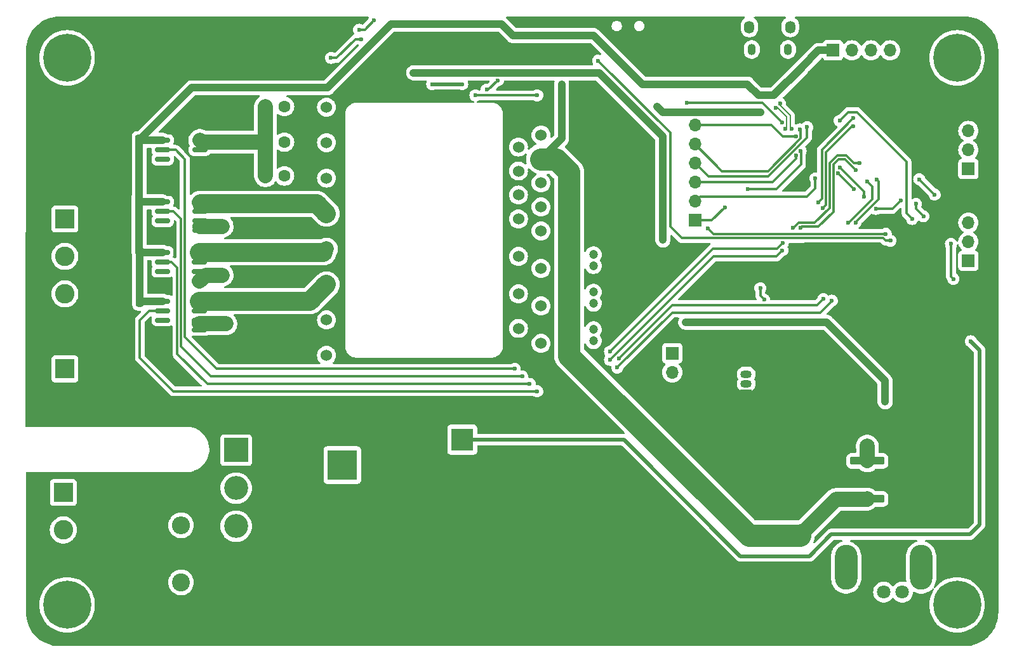
<source format=gbr>
%TF.GenerationSoftware,KiCad,Pcbnew,8.0.6*%
%TF.CreationDate,2024-12-28T02:56:51-05:00*%
%TF.ProjectId,AC_Driver_V2,41435f44-7269-4766-9572-5f56322e6b69,rev?*%
%TF.SameCoordinates,Original*%
%TF.FileFunction,Copper,L2,Bot*%
%TF.FilePolarity,Positive*%
%FSLAX46Y46*%
G04 Gerber Fmt 4.6, Leading zero omitted, Abs format (unit mm)*
G04 Created by KiCad (PCBNEW 8.0.6) date 2024-12-28 02:56:51*
%MOMM*%
%LPD*%
G01*
G04 APERTURE LIST*
G04 Aperture macros list*
%AMRoundRect*
0 Rectangle with rounded corners*
0 $1 Rounding radius*
0 $2 $3 $4 $5 $6 $7 $8 $9 X,Y pos of 4 corners*
0 Add a 4 corners polygon primitive as box body*
4,1,4,$2,$3,$4,$5,$6,$7,$8,$9,$2,$3,0*
0 Add four circle primitives for the rounded corners*
1,1,$1+$1,$2,$3*
1,1,$1+$1,$4,$5*
1,1,$1+$1,$6,$7*
1,1,$1+$1,$8,$9*
0 Add four rect primitives between the rounded corners*
20,1,$1+$1,$2,$3,$4,$5,0*
20,1,$1+$1,$4,$5,$6,$7,0*
20,1,$1+$1,$6,$7,$8,$9,0*
20,1,$1+$1,$8,$9,$2,$3,0*%
G04 Aperture macros list end*
%TA.AperFunction,ComponentPad*%
%ADD10R,1.700000X1.700000*%
%TD*%
%TA.AperFunction,ComponentPad*%
%ADD11O,1.700000X1.700000*%
%TD*%
%TA.AperFunction,ComponentPad*%
%ADD12R,1.500000X1.050000*%
%TD*%
%TA.AperFunction,ComponentPad*%
%ADD13O,1.500000X1.050000*%
%TD*%
%TA.AperFunction,SMDPad,CuDef*%
%ADD14RoundRect,0.250000X-2.050000X-0.300000X2.050000X-0.300000X2.050000X0.300000X-2.050000X0.300000X0*%
%TD*%
%TA.AperFunction,SMDPad,CuDef*%
%ADD15RoundRect,0.250000X-2.025000X-2.375000X2.025000X-2.375000X2.025000X2.375000X-2.025000X2.375000X0*%
%TD*%
%TA.AperFunction,SMDPad,CuDef*%
%ADD16RoundRect,0.250002X-4.449998X-5.149998X4.449998X-5.149998X4.449998X5.149998X-4.449998X5.149998X0*%
%TD*%
%TA.AperFunction,ComponentPad*%
%ADD17R,1.800000X1.800000*%
%TD*%
%TA.AperFunction,ComponentPad*%
%ADD18C,1.800000*%
%TD*%
%TA.AperFunction,ComponentPad*%
%ADD19O,3.000000X6.000000*%
%TD*%
%TA.AperFunction,SMDPad,CuDef*%
%ADD20RoundRect,0.150000X0.825000X0.150000X-0.825000X0.150000X-0.825000X-0.150000X0.825000X-0.150000X0*%
%TD*%
%TA.AperFunction,SMDPad,CuDef*%
%ADD21RoundRect,0.250000X-0.250000X-0.475000X0.250000X-0.475000X0.250000X0.475000X-0.250000X0.475000X0*%
%TD*%
%TA.AperFunction,SMDPad,CuDef*%
%ADD22RoundRect,0.250000X0.250000X0.475000X-0.250000X0.475000X-0.250000X-0.475000X0.250000X-0.475000X0*%
%TD*%
%TA.AperFunction,ComponentPad*%
%ADD23O,2.400000X2.400000*%
%TD*%
%TA.AperFunction,ComponentPad*%
%ADD24C,2.400000*%
%TD*%
%TA.AperFunction,ComponentPad*%
%ADD25C,1.600000*%
%TD*%
%TA.AperFunction,ComponentPad*%
%ADD26O,1.600000X1.600000*%
%TD*%
%TA.AperFunction,ComponentPad*%
%ADD27C,2.600000*%
%TD*%
%TA.AperFunction,ComponentPad*%
%ADD28R,2.600000X2.600000*%
%TD*%
%TA.AperFunction,ComponentPad*%
%ADD29C,0.800000*%
%TD*%
%TA.AperFunction,ComponentPad*%
%ADD30C,6.400000*%
%TD*%
%TA.AperFunction,ComponentPad*%
%ADD31C,3.200000*%
%TD*%
%TA.AperFunction,ComponentPad*%
%ADD32R,3.200000X3.200000*%
%TD*%
%TA.AperFunction,ComponentPad*%
%ADD33C,4.000000*%
%TD*%
%TA.AperFunction,ComponentPad*%
%ADD34R,4.000000X4.000000*%
%TD*%
%TA.AperFunction,ComponentPad*%
%ADD35C,1.200000*%
%TD*%
%TA.AperFunction,ComponentPad*%
%ADD36O,1.350000X1.700000*%
%TD*%
%TA.AperFunction,ComponentPad*%
%ADD37O,1.100000X1.500000*%
%TD*%
%TA.AperFunction,ComponentPad*%
%ADD38C,1.524000*%
%TD*%
%TA.AperFunction,ComponentPad*%
%ADD39C,3.000000*%
%TD*%
%TA.AperFunction,ComponentPad*%
%ADD40R,3.000000X3.000000*%
%TD*%
%TA.AperFunction,ViaPad*%
%ADD41C,0.600000*%
%TD*%
%TA.AperFunction,ViaPad*%
%ADD42C,2.000000*%
%TD*%
%TA.AperFunction,ViaPad*%
%ADD43C,1.000000*%
%TD*%
%TA.AperFunction,Conductor*%
%ADD44C,0.300000*%
%TD*%
%TA.AperFunction,Conductor*%
%ADD45C,1.000000*%
%TD*%
%TA.AperFunction,Conductor*%
%ADD46C,0.500000*%
%TD*%
%TA.AperFunction,Conductor*%
%ADD47C,2.000000*%
%TD*%
%TA.AperFunction,Conductor*%
%ADD48C,3.000000*%
%TD*%
%TA.AperFunction,Conductor*%
%ADD49C,2.500000*%
%TD*%
%TA.AperFunction,Conductor*%
%ADD50C,0.200000*%
%TD*%
G04 APERTURE END LIST*
D10*
%TO.P,J6,1,Pin_1*%
%TO.N,+5V*%
X111500000Y-75420000D03*
D11*
%TO.P,J6,2,Pin_2*%
%TO.N,Net-(J6-Pin_2)*%
X111500000Y-77960000D03*
%TO.P,J6,3,Pin_3*%
%TO.N,GND*%
X111500000Y-80500000D03*
%TD*%
D12*
%TO.P,Q1,1,E*%
%TO.N,GND*%
X121360000Y-80770000D03*
D13*
%TO.P,Q1,2,B*%
%TO.N,Net-(Q1-B)*%
X121360000Y-79500000D03*
%TO.P,Q1,3,C*%
%TO.N,Net-(Q1-C)*%
X121360000Y-78230000D03*
%TD*%
D14*
%TO.P,U1,1,IN*%
%TO.N,+15V*%
X137525000Y-94865000D03*
%TO.P,U1,2,GND*%
%TO.N,GND*%
X137525000Y-92325000D03*
D15*
X144250000Y-95100000D03*
X144250000Y-89550000D03*
D16*
X146675000Y-92325000D03*
D15*
X149100000Y-95100000D03*
X149100000Y-89550000D03*
D14*
%TO.P,U1,3,OUT*%
%TO.N,+5V*%
X137525000Y-89785000D03*
%TD*%
D17*
%TO.P,R26,1*%
%TO.N,GND*%
X137200000Y-107300000D03*
D18*
%TO.P,R26,2*%
%TO.N,Net-(U4-PC3)*%
X139700000Y-107300000D03*
%TO.P,R26,3*%
%TO.N,+3.3V*%
X142200000Y-107300000D03*
D19*
%TO.P,R26,SH1*%
%TO.N,N/C*%
X134700000Y-104000000D03*
%TO.P,R26,SH2*%
X144700000Y-104000000D03*
%TD*%
D20*
%TO.P,U7,8,VCC*%
%TO.N,+3.3V*%
X43550000Y-55230000D03*
%TO.P,U7,7,VOUT*%
%TO.N,I_W*%
X43550000Y-56500000D03*
%TO.P,U7,6,NC*%
%TO.N,unconnected-(U7-NC-Pad6)*%
X43550000Y-57770000D03*
%TO.P,U7,5,GND*%
%TO.N,GND*%
X43550000Y-59040000D03*
%TO.P,U7,4,IP-*%
%TO.N,/I_W-*%
X48500000Y-59040000D03*
%TO.P,U7,3,IP-*%
X48500000Y-57770000D03*
%TO.P,U7,2,IP+*%
%TO.N,/I_W+*%
X48500000Y-56500000D03*
%TO.P,U7,1,IP+*%
X48500000Y-55230000D03*
%TD*%
%TO.P,U6,8,VCC*%
%TO.N,+3.3V*%
X43525000Y-68460000D03*
%TO.P,U6,7,VOUT*%
%TO.N,I_U*%
X43525000Y-69730000D03*
%TO.P,U6,6,NC*%
%TO.N,unconnected-(U6-NC-Pad6)*%
X43525000Y-71000000D03*
%TO.P,U6,5,GND*%
%TO.N,GND*%
X43525000Y-72270000D03*
%TO.P,U6,4,IP-*%
%TO.N,/I_U-*%
X48475000Y-72270000D03*
%TO.P,U6,3,IP-*%
X48475000Y-71000000D03*
%TO.P,U6,2,IP+*%
%TO.N,/I_U+*%
X48475000Y-69730000D03*
%TO.P,U6,1,IP+*%
X48475000Y-68460000D03*
%TD*%
%TO.P,U5,8,VCC*%
%TO.N,+3.3V*%
X43525000Y-61960000D03*
%TO.P,U5,7,VOUT*%
%TO.N,I_V*%
X43525000Y-63230000D03*
%TO.P,U5,6,NC*%
%TO.N,unconnected-(U5-NC-Pad6)*%
X43525000Y-64500000D03*
%TO.P,U5,5,GND*%
%TO.N,GND*%
X43525000Y-65770000D03*
%TO.P,U5,4,IP-*%
%TO.N,/I_V-*%
X48475000Y-65770000D03*
%TO.P,U5,3,IP-*%
X48475000Y-64500000D03*
%TO.P,U5,2,IP+*%
%TO.N,/I_V+*%
X48475000Y-63230000D03*
%TO.P,U5,1,IP+*%
X48475000Y-61960000D03*
%TD*%
D21*
%TO.P,C37,1*%
%TO.N,GND*%
X38525000Y-47000000D03*
%TO.P,C37,2*%
%TO.N,+3.3V*%
X40425000Y-47000000D03*
%TD*%
D22*
%TO.P,C36,1*%
%TO.N,+3.3V*%
X40450000Y-62000000D03*
%TO.P,C36,2*%
%TO.N,GND*%
X38550000Y-62000000D03*
%TD*%
%TO.P,C35,1*%
%TO.N,+3.3V*%
X40400000Y-55000000D03*
%TO.P,C35,2*%
%TO.N,GND*%
X38500000Y-55000000D03*
%TD*%
%TO.P,C17,1*%
%TO.N,+3.3V*%
X40500000Y-68500000D03*
%TO.P,C17,2*%
%TO.N,GND*%
X38600000Y-68500000D03*
%TD*%
D23*
%TO.P,TH1,2*%
%TO.N,Net-(DB1-Pad3)*%
X46000000Y-98380000D03*
D24*
%TO.P,TH1,1*%
%TO.N,Net-(F1-Pad2)*%
X46000000Y-106000000D03*
%TD*%
D25*
%TO.P,R18,1*%
%TO.N,Net-(U1-IGCM04F60GAXKMA1-NU)*%
X59790000Y-51750000D03*
D26*
%TO.P,R18,2*%
%TO.N,/I_N+*%
X57250000Y-51750000D03*
%TD*%
D25*
%TO.P,R22,1*%
%TO.N,Net-(U1-IGCM04F60GAXKMA1-NW)*%
X59790000Y-42500000D03*
D26*
%TO.P,R22,2*%
%TO.N,/I_N+*%
X57250000Y-42500000D03*
%TD*%
D25*
%TO.P,R21,1*%
%TO.N,Net-(U1-IGCM04F60GAXKMA1-NV)*%
X59790000Y-47250000D03*
D26*
%TO.P,R21,2*%
%TO.N,/I_N+*%
X57250000Y-47250000D03*
%TD*%
D27*
%TO.P,J2-HVDC2,2,Pin_2*%
%TO.N,GND*%
X30500000Y-82500000D03*
D28*
%TO.P,J2-HVDC2,1,Pin_1*%
%TO.N,+HV-DC*%
X30500000Y-77500000D03*
%TD*%
D27*
%TO.P,J1-120VAC1,2,Pin_2*%
%TO.N,Net-(J1-120VAC1-Pin_2)*%
X30300000Y-99000000D03*
D28*
%TO.P,J1-120VAC1,1,Pin_1*%
%TO.N,Net-(J1-120VAC1-Pin_1)*%
X30300000Y-94000000D03*
%TD*%
%TO.P,MOTOR1,1,U*%
%TO.N,/I_W-*%
X30500000Y-57500000D03*
D27*
%TO.P,MOTOR1,2,V*%
%TO.N,/I_V-*%
X30500000Y-62500000D03*
%TO.P,MOTOR1,3,W*%
%TO.N,/I_U-*%
X30500000Y-67500000D03*
%TD*%
D29*
%TO.P,H4,1*%
%TO.N,N/C*%
X151900000Y-109000000D03*
X151197056Y-110697056D03*
X151197056Y-107302944D03*
X149500000Y-111400000D03*
D30*
X149500000Y-109000000D03*
D29*
X149500000Y-106600000D03*
X147802944Y-110697056D03*
X147802944Y-107302944D03*
X147100000Y-109000000D03*
%TD*%
%TO.P,H3,1*%
%TO.N,N/C*%
X28400000Y-109000000D03*
X29102944Y-107302944D03*
X29102944Y-110697056D03*
X30800000Y-106600000D03*
D30*
X30800000Y-109000000D03*
D29*
X30800000Y-111400000D03*
X32497056Y-107302944D03*
X32497056Y-110697056D03*
X33200000Y-109000000D03*
%TD*%
%TO.P,H2,1*%
%TO.N,N/C*%
X147100000Y-36000000D03*
X147802944Y-34302944D03*
X147802944Y-37697056D03*
X149500000Y-33600000D03*
D30*
X149500000Y-36000000D03*
D29*
X149500000Y-38400000D03*
X151197056Y-34302944D03*
X151197056Y-37697056D03*
X151900000Y-36000000D03*
%TD*%
%TO.P,H1,1*%
%TO.N,N/C*%
X28400000Y-36000000D03*
X29102944Y-34302944D03*
X29102944Y-37697056D03*
X30800000Y-33600000D03*
D30*
X30800000Y-36000000D03*
D29*
X30800000Y-38400000D03*
X32497056Y-34302944D03*
X32497056Y-37697056D03*
X33200000Y-36000000D03*
%TD*%
D31*
%TO.P,DB1,4,-*%
%TO.N,GND*%
X53350000Y-103590000D03*
%TO.P,DB1,3*%
%TO.N,Net-(DB1-Pad3)*%
X53350000Y-98510000D03*
%TO.P,DB1,2*%
%TO.N,Net-(J1-120VAC1-Pin_1)*%
X53350000Y-93430000D03*
D32*
%TO.P,DB1,1,+*%
%TO.N,+HV-DC*%
X53350000Y-88350000D03*
%TD*%
D33*
%TO.P,C1,2*%
%TO.N,GND*%
X67500000Y-100342169D03*
D34*
%TO.P,C1,1*%
%TO.N,+HV-DC*%
X67500000Y-90342169D03*
%TD*%
D35*
%TO.P,C28,1*%
%TO.N,Net-(U1-IGCM04F60GAXKMA1-VS(V))*%
X101000000Y-68750000D03*
%TO.P,C28,2*%
%TO.N,Net-(U1-IGCM04F60GAXKMA1-VB(V))*%
X101000000Y-67250000D03*
%TD*%
D11*
%TO.P,J2,4,Pin_4*%
%TO.N,GND*%
X151000000Y-43210000D03*
%TO.P,J2,3,Pin_3*%
%TO.N,/USART6_RX*%
X151000000Y-45750000D03*
%TO.P,J2,2,Pin_2*%
%TO.N,/USART6_TX*%
X151000000Y-48290000D03*
D10*
%TO.P,J2,1,Pin_1*%
%TO.N,+3.3V*%
X151000000Y-50830000D03*
%TD*%
D35*
%TO.P,C27,1*%
%TO.N,Net-(U1-IGCM04F60GAXKMA1-VS(U))*%
X101000000Y-73750000D03*
%TO.P,C27,2*%
%TO.N,Net-(U1-IGCM04F60GAXKMA1-VB(U))*%
X101000000Y-72250000D03*
%TD*%
D10*
%TO.P,J5,1,Pin_1*%
%TO.N,+3.3V*%
X151000000Y-63080000D03*
D11*
%TO.P,J5,2,Pin_2*%
%TO.N,/USART2_TX*%
X151000000Y-60540000D03*
%TO.P,J5,3,Pin_3*%
%TO.N,/USART2_RX*%
X151000000Y-58000000D03*
%TO.P,J5,4,Pin_4*%
%TO.N,GND*%
X151000000Y-55460000D03*
%TD*%
%TO.P,J4,5,Pin_5*%
%TO.N,GND*%
X143085000Y-35000000D03*
%TO.P,J4,4,Pin_4*%
%TO.N,/SWO*%
X140545000Y-35000000D03*
%TO.P,J4,3,Pin_3*%
%TO.N,/SWCLK*%
X138005000Y-35000000D03*
%TO.P,J4,2,Pin_2*%
%TO.N,/SWDIO*%
X135465000Y-35000000D03*
D10*
%TO.P,J4,1,Pin_1*%
%TO.N,+3.3V*%
X132925000Y-35000000D03*
%TD*%
D36*
%TO.P,J3,6,Shield*%
%TO.N,unconnected-(J3-Shield-Pad6)_9*%
X127255000Y-31885000D03*
D37*
%TO.N,unconnected-(J3-Shield-Pad6)_2*%
X126945000Y-34885000D03*
%TO.N,unconnected-(J3-Shield-Pad6)_7*%
X122105000Y-34885000D03*
D36*
%TO.N,unconnected-(J3-Shield-Pad6)*%
X121795000Y-31885000D03*
%TD*%
D35*
%TO.P,C29,1*%
%TO.N,Net-(U1-IGCM04F60GAXKMA1-VS(W))*%
X101000000Y-63750000D03*
%TO.P,C29,2*%
%TO.N,Net-(U1-IGCM04F60GAXKMA1-VB(W))*%
X101000000Y-62250000D03*
%TD*%
D38*
%TO.P,U1-IGCM04F60GAXKMA1,1,VS(U)*%
%TO.N,Net-(U1-IGCM04F60GAXKMA1-VS(U))*%
X94000000Y-74100000D03*
%TO.P,U1-IGCM04F60GAXKMA1,2,VB(U)*%
%TO.N,Net-(U1-IGCM04F60GAXKMA1-VB(U))*%
X91000000Y-72100000D03*
%TO.P,U1-IGCM04F60GAXKMA1,3,VS(V)*%
%TO.N,Net-(U1-IGCM04F60GAXKMA1-VS(V))*%
X94000000Y-69100000D03*
%TO.P,U1-IGCM04F60GAXKMA1,4,VB(V)*%
%TO.N,Net-(U1-IGCM04F60GAXKMA1-VB(V))*%
X91000000Y-67500000D03*
%TO.P,U1-IGCM04F60GAXKMA1,5,VS(W)*%
%TO.N,Net-(U1-IGCM04F60GAXKMA1-VS(W))*%
X94000000Y-64100000D03*
%TO.P,U1-IGCM04F60GAXKMA1,6,VB(W)*%
%TO.N,Net-(U1-IGCM04F60GAXKMA1-VB(W))*%
X91000000Y-62500000D03*
%TO.P,U1-IGCM04F60GAXKMA1,7,HIN(U)*%
%TO.N,/U_Hi*%
X94000000Y-59100000D03*
%TO.P,U1-IGCM04F60GAXKMA1,8,HIN(V)*%
%TO.N,/V_Hi*%
X91000000Y-57500000D03*
%TO.P,U1-IGCM04F60GAXKMA1,9,HIN(W)*%
%TO.N,/W_Hi*%
X94000000Y-55900000D03*
%TO.P,U1-IGCM04F60GAXKMA1,10,LIN(U)*%
%TO.N,/U_Lo*%
X91000000Y-54300000D03*
%TO.P,U1-IGCM04F60GAXKMA1,11,LIN(V)*%
%TO.N,/V_Lo*%
X94000000Y-52700000D03*
%TO.P,U1-IGCM04F60GAXKMA1,12,LIN(W)*%
%TO.N,/W_Lo*%
X91000000Y-51100000D03*
%TO.P,U1-IGCM04F60GAXKMA1,13,VDD*%
%TO.N,+15V*%
X94000000Y-49500000D03*
%TO.P,U1-IGCM04F60GAXKMA1,14,VFO*%
%TO.N,/VFO*%
X91000000Y-47900000D03*
%TO.P,U1-IGCM04F60GAXKMA1,15,ITRIP*%
%TO.N,/ITRIP*%
X94000000Y-46300000D03*
%TO.P,U1-IGCM04F60GAXKMA1,16,VSS*%
%TO.N,GND*%
X91000000Y-44300000D03*
%TO.P,U1-IGCM04F60GAXKMA1,17,NW*%
%TO.N,Net-(U1-IGCM04F60GAXKMA1-NW)*%
X65400000Y-42590000D03*
%TO.P,U1-IGCM04F60GAXKMA1,18,NV*%
%TO.N,Net-(U1-IGCM04F60GAXKMA1-NV)*%
X65400000Y-47320000D03*
%TO.P,U1-IGCM04F60GAXKMA1,19,NU*%
%TO.N,Net-(U1-IGCM04F60GAXKMA1-NU)*%
X65400000Y-52050000D03*
%TO.P,U1-IGCM04F60GAXKMA1,20,W*%
%TO.N,/I_W+*%
X65400000Y-56780000D03*
%TO.P,U1-IGCM04F60GAXKMA1,21,V*%
%TO.N,/I_V+*%
X65400000Y-61510000D03*
%TO.P,U1-IGCM04F60GAXKMA1,22,U*%
%TO.N,/I_U+*%
X65400000Y-66240000D03*
%TO.P,U1-IGCM04F60GAXKMA1,23,P*%
%TO.N,+HV-DC*%
X65400000Y-70970000D03*
%TO.P,U1-IGCM04F60GAXKMA1,24,NC*%
%TO.N,unconnected-(U1-IGCM04F60GAXKMA1-NC-Pad24)*%
X65400000Y-75700000D03*
%TD*%
D20*
%TO.P,U8,1,IP+*%
%TO.N,/I_N+*%
X48500000Y-47000000D03*
%TO.P,U8,2,IP+*%
X48500000Y-48270000D03*
%TO.P,U8,3,IP-*%
%TO.N,GND*%
X48500000Y-49540000D03*
%TO.P,U8,4,IP-*%
X48500000Y-50810000D03*
%TO.P,U8,5,GND*%
X43550000Y-50810000D03*
%TO.P,U8,6,NC*%
%TO.N,unconnected-(U8-NC-Pad6)*%
X43550000Y-49540000D03*
%TO.P,U8,7,VOUT*%
%TO.N,I_N*%
X43550000Y-48270000D03*
%TO.P,U8,8,VCC*%
%TO.N,+3.3V*%
X43550000Y-47000000D03*
%TD*%
D39*
%TO.P,PS1,4,+Vo*%
%TO.N,+15V*%
X128500000Y-99750000D03*
%TO.P,PS1,3,-Vo*%
%TO.N,GND*%
X128500000Y-107750000D03*
%TO.P,PS1,2,AC/N*%
X83500000Y-107750000D03*
D40*
%TO.P,PS1,1,AC/L*%
%TO.N,+HV-DC*%
X83500000Y-86950000D03*
%TD*%
D11*
%TO.P,J_TestPoints1,6,Pin_6*%
%TO.N,W-Lo*%
X114587500Y-45000000D03*
%TO.P,J_TestPoints1,5,Pin_5*%
%TO.N,V-Lo*%
X114587500Y-47540000D03*
%TO.P,J_TestPoints1,4,Pin_4*%
%TO.N,U-Lo*%
X114587500Y-50080000D03*
%TO.P,J_TestPoints1,3,Pin_3*%
%TO.N,W-Hi*%
X114587500Y-52620000D03*
%TO.P,J_TestPoints1,2,Pin_2*%
%TO.N,V-Hi*%
X114587500Y-55160000D03*
D10*
%TO.P,J_TestPoints1,1,Pin_1*%
%TO.N,U-Hi*%
X114587500Y-57700000D03*
%TD*%
D41*
%TO.N,Net-(Q1-C)*%
X123750000Y-68250000D03*
X123250000Y-66750000D03*
%TO.N,GND*%
X140500000Y-64150000D03*
X141100000Y-69000000D03*
X137078249Y-71228249D03*
X111850000Y-84750000D03*
X112900000Y-85750000D03*
X112900000Y-84750000D03*
X113900000Y-86750000D03*
X113900000Y-84750000D03*
X113900000Y-85750000D03*
X100300000Y-85500000D03*
X102250000Y-85500000D03*
X101300000Y-85500000D03*
X99300000Y-85550000D03*
X100300000Y-92650000D03*
X102300000Y-92600000D03*
X101300000Y-90650000D03*
X101300000Y-89650000D03*
X102300000Y-91600000D03*
X101300000Y-92650000D03*
X103300000Y-92600000D03*
X103300000Y-90600000D03*
X100300000Y-90650000D03*
X103300000Y-89600000D03*
X102300000Y-89600000D03*
X100300000Y-89650000D03*
X101300000Y-91650000D03*
X103300000Y-91600000D03*
X100300000Y-91650000D03*
X102300000Y-90600000D03*
X105250000Y-91600000D03*
X104250000Y-89600000D03*
X105250000Y-90600000D03*
X105250000Y-89600000D03*
X105250000Y-92600000D03*
X104250000Y-91600000D03*
X104250000Y-90600000D03*
X104250000Y-92600000D03*
X107250000Y-92550000D03*
X107250000Y-91550000D03*
X106250000Y-91550000D03*
X106250000Y-90550000D03*
X106250000Y-92550000D03*
X99350000Y-91650000D03*
X98350000Y-89650000D03*
X98350000Y-90650000D03*
X99350000Y-90650000D03*
X104300000Y-88600000D03*
X100300000Y-84600000D03*
X102250000Y-84600000D03*
X101300000Y-84600000D03*
X99350000Y-88700000D03*
X99300000Y-84650000D03*
X102300000Y-88650000D03*
X100350000Y-88650000D03*
X98350000Y-88700000D03*
X101350000Y-88650000D03*
X99350000Y-89650000D03*
X103300000Y-88650000D03*
X121850000Y-92700000D03*
X120850000Y-92700000D03*
X119900000Y-92700000D03*
X123800000Y-86650000D03*
X123800000Y-87650000D03*
X122800000Y-85650000D03*
X123800000Y-88600000D03*
X121800000Y-88650000D03*
X122800000Y-90600000D03*
X122800000Y-91600000D03*
X121800000Y-89650000D03*
X122800000Y-88600000D03*
X120800000Y-88650000D03*
X120800000Y-90650000D03*
X123800000Y-90600000D03*
X120800000Y-91650000D03*
X121800000Y-91650000D03*
X122800000Y-89600000D03*
X120800000Y-89650000D03*
X123800000Y-89600000D03*
X121800000Y-90650000D03*
X118850000Y-89650000D03*
X119850000Y-91650000D03*
X118850000Y-90650000D03*
X118850000Y-91650000D03*
X118850000Y-88650000D03*
X119850000Y-89650000D03*
X119850000Y-90650000D03*
X119850000Y-88650000D03*
X122800000Y-87650000D03*
X116850000Y-88700000D03*
X116850000Y-89700000D03*
X117850000Y-89700000D03*
X115900000Y-88800000D03*
X117850000Y-90700000D03*
X117850000Y-88700000D03*
X122800000Y-86650000D03*
X120850000Y-85650000D03*
X121850000Y-87650000D03*
X120850000Y-86650000D03*
X120850000Y-87650000D03*
X120850000Y-84650000D03*
X121850000Y-85650000D03*
X121850000Y-86650000D03*
X121850000Y-84650000D03*
X118850000Y-86700000D03*
X118850000Y-84700000D03*
X118850000Y-85700000D03*
X119850000Y-85700000D03*
X118850000Y-87700000D03*
X119850000Y-86700000D03*
X119850000Y-84700000D03*
X119850000Y-87700000D03*
X116900000Y-86700000D03*
X116900000Y-84700000D03*
X116900000Y-85700000D03*
X117900000Y-85700000D03*
X116900000Y-87700000D03*
X117900000Y-86700000D03*
X117900000Y-84700000D03*
X117900000Y-87700000D03*
X95400000Y-96500000D03*
X97650000Y-96500000D03*
X96650000Y-96500000D03*
X98650000Y-96500000D03*
X115900000Y-87750000D03*
X115900000Y-86750000D03*
X114900000Y-86750000D03*
X115900000Y-85750000D03*
X114900000Y-85750000D03*
X115900000Y-84750000D03*
X114900000Y-84750000D03*
X114900000Y-87750000D03*
X124300000Y-74000000D03*
X123300000Y-74000000D03*
X124300000Y-73000000D03*
X122300000Y-75000000D03*
X123300000Y-75000000D03*
X121200000Y-72900000D03*
X122200000Y-73900000D03*
X120200000Y-73900000D03*
X118200000Y-72900000D03*
X119200000Y-73900000D03*
X120200000Y-72900000D03*
X119200000Y-72900000D03*
X120200000Y-74900000D03*
X121200000Y-74900000D03*
X121200000Y-73900000D03*
X122200000Y-72900000D03*
X123200000Y-72900000D03*
%TO.N,+HV-DC*%
X151325000Y-73825000D03*
%TO.N,GND*%
X131100000Y-80500000D03*
X139400000Y-75850000D03*
X146700000Y-84700000D03*
%TO.N,+5V*%
X139900000Y-81900000D03*
X113300000Y-71300000D03*
D42*
X137500000Y-87800000D03*
D41*
%TO.N,GND*%
X121700000Y-64800000D03*
X110299999Y-36000000D03*
%TO.N,+3.3V*%
X121000000Y-39500000D03*
%TO.N,GND*%
X69000000Y-41000000D03*
X68000000Y-41000000D03*
X68000000Y-40000000D03*
X69000000Y-40000000D03*
X70000000Y-41000000D03*
X71000000Y-41000000D03*
X70000000Y-40000000D03*
X69000000Y-39000000D03*
X60500000Y-38500000D03*
X59000000Y-38500000D03*
X57500000Y-38500000D03*
X56000000Y-38500000D03*
X60500000Y-37500000D03*
X59000000Y-37500000D03*
X57500000Y-37500000D03*
X56000000Y-37500000D03*
X50500000Y-52000000D03*
X50500000Y-53000000D03*
X49500000Y-53000000D03*
X36500000Y-52000000D03*
X36500000Y-53000000D03*
X37500000Y-53000000D03*
X37500000Y-52000000D03*
X37500000Y-51000000D03*
X38500000Y-51000000D03*
X38500000Y-52000000D03*
X38500000Y-53000000D03*
X42000000Y-53000000D03*
X43000000Y-53000000D03*
X44000000Y-53000000D03*
X45000000Y-53000000D03*
X45000000Y-52000000D03*
X44000000Y-52000000D03*
X48500000Y-53000000D03*
X47500000Y-53000000D03*
X49500000Y-52000000D03*
X48500000Y-52000000D03*
X47500000Y-52000000D03*
%TO.N,Net-(U4-PC3)*%
X149000000Y-65500000D03*
X148675000Y-60825000D03*
X145000000Y-57150000D03*
X144000000Y-55500000D03*
X142000000Y-55000000D03*
X138647120Y-56147120D03*
%TO.N,GND*%
X42000000Y-65770000D03*
X38000000Y-65000000D03*
X38000000Y-60000000D03*
X44500000Y-60500000D03*
X39000000Y-72000000D03*
X41500000Y-72000000D03*
X56500000Y-72000000D03*
X117000000Y-65500000D03*
X116000000Y-65500000D03*
X115000000Y-66500000D03*
X116000000Y-66500000D03*
X117000000Y-66500000D03*
X118000000Y-66500000D03*
X119000000Y-67500000D03*
X118000000Y-67500000D03*
X117000000Y-67500000D03*
X116000000Y-67500000D03*
X115000000Y-67500000D03*
X114000000Y-67500000D03*
X112500000Y-64500000D03*
X112500000Y-63500000D03*
X113500000Y-63500000D03*
X114500000Y-62500000D03*
X113500000Y-62500000D03*
X112500000Y-62500000D03*
X95000000Y-42000000D03*
X95000000Y-43000000D03*
X95000000Y-44000000D03*
X98500000Y-44000000D03*
X98500000Y-43000000D03*
X99500000Y-43000000D03*
X99500000Y-42000000D03*
X98500000Y-42000000D03*
%TO.N,I_N*%
X90500000Y-77500000D03*
X103200000Y-75200000D03*
%TO.N,I_W*%
X91500000Y-78500000D03*
X103200000Y-76300000D03*
X126187534Y-61687534D03*
X128655828Y-58655828D03*
X136000000Y-51000000D03*
%TO.N,I_N*%
X126250000Y-60705828D03*
X127600000Y-58700000D03*
X136500000Y-50000000D03*
%TO.N,I_V*%
X92500000Y-79500000D03*
X104375000Y-76125000D03*
X131650000Y-68200000D03*
X134977880Y-57977880D03*
X137500000Y-52500000D03*
%TO.N,I_U*%
X132800000Y-68400000D03*
X104175000Y-77325000D03*
X138750000Y-52250000D03*
X93500000Y-80500000D03*
X135959620Y-57959620D03*
D43*
%TO.N,/I_U-*%
X50500000Y-71500000D03*
%TO.N,/I_V-*%
X50000000Y-65000000D03*
%TO.N,/I_W-*%
X50000000Y-58500000D03*
X51500000Y-58500000D03*
%TO.N,/I_V-*%
X51500000Y-65000000D03*
%TO.N,/I_U-*%
X52000000Y-71500000D03*
D41*
%TO.N,/ITRIP*%
X83500000Y-39500000D03*
X79500000Y-39500000D03*
%TO.N,GND*%
X97650000Y-97500000D03*
X96650000Y-97500000D03*
X98650000Y-97500000D03*
X97650000Y-99500000D03*
X97650000Y-101500000D03*
X96650000Y-100500000D03*
X98650000Y-99500000D03*
X96650000Y-102500000D03*
X96650000Y-98500000D03*
X96650000Y-99500000D03*
X97650000Y-100500000D03*
X98650000Y-102500000D03*
X96650000Y-101500000D03*
X98650000Y-100500000D03*
X98650000Y-101500000D03*
X97650000Y-102500000D03*
X97650000Y-98500000D03*
X98650000Y-98500000D03*
X95400000Y-98500000D03*
X95400000Y-102500000D03*
X95400000Y-100500000D03*
X95400000Y-101500000D03*
X95400000Y-97500000D03*
X95400000Y-99500000D03*
%TO.N,+5V*%
X123250000Y-43250000D03*
X109500000Y-42500000D03*
X107875000Y-44125000D03*
%TO.N,GND*%
X122000000Y-36500000D03*
X129700000Y-61550000D03*
X145850000Y-63750000D03*
X144750000Y-43000000D03*
X147750000Y-47750000D03*
X129000000Y-53500000D03*
X107750000Y-60250000D03*
X108000000Y-57000000D03*
X108000000Y-54000000D03*
X108000000Y-51000000D03*
X108000000Y-48000000D03*
X102250000Y-41750000D03*
X106500000Y-35250000D03*
X99500000Y-39750000D03*
X85625000Y-33875000D03*
X77000000Y-35000000D03*
X59000000Y-31500000D03*
X89000000Y-96500000D03*
X83000000Y-96500000D03*
X85250000Y-96500000D03*
X81750000Y-96500000D03*
X93150000Y-96500000D03*
X80750000Y-96500000D03*
X84250000Y-96500000D03*
X79750000Y-96500000D03*
X94150000Y-96500000D03*
X76000000Y-96500000D03*
X86500000Y-96500000D03*
X87750000Y-96500000D03*
X78500000Y-96500000D03*
X89000000Y-97500000D03*
X80750000Y-97500000D03*
X91000000Y-97500000D03*
X76000000Y-97500000D03*
X84250000Y-97500000D03*
X87750000Y-97500000D03*
X77250000Y-97500000D03*
X92150000Y-97500000D03*
X85250000Y-97500000D03*
X83000000Y-97500000D03*
X90000000Y-96500000D03*
X75000000Y-96500000D03*
X91000000Y-96500000D03*
X79750000Y-97500000D03*
X93150000Y-97500000D03*
X92150000Y-96500000D03*
X94150000Y-97500000D03*
X81750000Y-97500000D03*
X75000000Y-97500000D03*
X86500000Y-97500000D03*
X77250000Y-96500000D03*
X90000000Y-97500000D03*
X78500000Y-97500000D03*
X83000000Y-98500000D03*
X85250000Y-98500000D03*
X81750000Y-98500000D03*
X89000000Y-98500000D03*
X93150000Y-98500000D03*
X91000000Y-98500000D03*
X80750000Y-98500000D03*
X84250000Y-98500000D03*
X79750000Y-98500000D03*
X94150000Y-98500000D03*
X76000000Y-98500000D03*
X92150000Y-98500000D03*
X86500000Y-98500000D03*
X87750000Y-98500000D03*
X90000000Y-98500000D03*
X78500000Y-98500000D03*
X75000000Y-98500000D03*
X81750000Y-99500000D03*
X89000000Y-99500000D03*
X91000000Y-99500000D03*
X75000000Y-99500000D03*
X92150000Y-100500000D03*
X79750000Y-100500000D03*
X80750000Y-99500000D03*
X84250000Y-100500000D03*
X86500000Y-99500000D03*
X94150000Y-99500000D03*
X76000000Y-99500000D03*
X90000000Y-99500000D03*
X84250000Y-99500000D03*
X93150000Y-99500000D03*
X93150000Y-100500000D03*
X87750000Y-99500000D03*
X81750000Y-100500000D03*
X87750000Y-100500000D03*
X94150000Y-100500000D03*
X77250000Y-99500000D03*
X91000000Y-100500000D03*
X89000000Y-100500000D03*
X78500000Y-99500000D03*
X80750000Y-100500000D03*
X77250000Y-98500000D03*
X83000000Y-99500000D03*
X79750000Y-99500000D03*
X86500000Y-100500000D03*
X85250000Y-99500000D03*
X83000000Y-100500000D03*
X85250000Y-100500000D03*
X76000000Y-100500000D03*
X92150000Y-99500000D03*
X90000000Y-100500000D03*
X77250000Y-100500000D03*
X78500000Y-100500000D03*
X75000000Y-100500000D03*
X83000000Y-101500000D03*
X81750000Y-101500000D03*
X89000000Y-101500000D03*
X91000000Y-101500000D03*
X79750000Y-101500000D03*
X94150000Y-101500000D03*
X84250000Y-101500000D03*
X86500000Y-101500000D03*
X93150000Y-101500000D03*
X90000000Y-101500000D03*
X81750000Y-102500000D03*
X91000000Y-102500000D03*
X92150000Y-102500000D03*
X93150000Y-102500000D03*
X86500000Y-102500000D03*
X77250000Y-102500000D03*
X90000000Y-102500000D03*
X78500000Y-102500000D03*
X75000000Y-102500000D03*
X87750000Y-102500000D03*
X76000000Y-102500000D03*
X76000000Y-101500000D03*
X92150000Y-101500000D03*
X89000000Y-102500000D03*
X87750000Y-101500000D03*
X94150000Y-102500000D03*
X85250000Y-101500000D03*
X85250000Y-102500000D03*
X77250000Y-101500000D03*
X80750000Y-101500000D03*
X79750000Y-102500000D03*
X75000000Y-101500000D03*
X83000000Y-102500000D03*
X78500000Y-101500000D03*
X84250000Y-102500000D03*
X80750000Y-102500000D03*
X87700000Y-109700000D03*
X90950000Y-110700000D03*
X92200000Y-110700000D03*
X88700000Y-110700000D03*
X89700000Y-109700000D03*
X87700000Y-110700000D03*
X88700000Y-109700000D03*
X90950000Y-109700000D03*
X92200000Y-109700000D03*
X89700000Y-110700000D03*
X87700000Y-103700000D03*
X89700000Y-103700000D03*
X88700000Y-103700000D03*
X90950000Y-103700000D03*
X92200000Y-103700000D03*
X88700000Y-104700000D03*
X92200000Y-105700000D03*
X90950000Y-105700000D03*
X87700000Y-104700000D03*
X87700000Y-105700000D03*
X88700000Y-105700000D03*
X90950000Y-104700000D03*
X89700000Y-105700000D03*
X89700000Y-104700000D03*
X92200000Y-104700000D03*
X88700000Y-107700000D03*
X87700000Y-106700000D03*
X89700000Y-106700000D03*
X92200000Y-106700000D03*
X89700000Y-107700000D03*
X88700000Y-108700000D03*
X87700000Y-108700000D03*
X89700000Y-108700000D03*
X88700000Y-106700000D03*
X90950000Y-107700000D03*
X92200000Y-107700000D03*
X92200000Y-108700000D03*
X87700000Y-107700000D03*
X90950000Y-106700000D03*
X90950000Y-108700000D03*
X93450000Y-109700000D03*
X96700000Y-110700000D03*
X97950000Y-110700000D03*
X94450000Y-110700000D03*
X95450000Y-109700000D03*
X93450000Y-110700000D03*
X94450000Y-109700000D03*
X96700000Y-109700000D03*
X97950000Y-109700000D03*
X95450000Y-110700000D03*
X93450000Y-103700000D03*
X95450000Y-103700000D03*
X94450000Y-103700000D03*
X96700000Y-103700000D03*
X97950000Y-103700000D03*
X94450000Y-104700000D03*
X97950000Y-105700000D03*
X96700000Y-105700000D03*
X93450000Y-104700000D03*
X93450000Y-105700000D03*
X94450000Y-105700000D03*
X96700000Y-104700000D03*
X95450000Y-105700000D03*
X95450000Y-104700000D03*
X97950000Y-104700000D03*
X94450000Y-107700000D03*
X93450000Y-106700000D03*
X95450000Y-106700000D03*
X97950000Y-106700000D03*
X95450000Y-107700000D03*
X94450000Y-108700000D03*
X93450000Y-108700000D03*
X95450000Y-108700000D03*
X94450000Y-106700000D03*
X96700000Y-107700000D03*
X97950000Y-107700000D03*
X97950000Y-108700000D03*
X93450000Y-107700000D03*
X96700000Y-106700000D03*
X96700000Y-108700000D03*
X101200000Y-103700000D03*
X99200000Y-103700000D03*
X100200000Y-103700000D03*
X102450000Y-103700000D03*
X103700000Y-103700000D03*
X104950000Y-104700000D03*
X100200000Y-104700000D03*
X106950000Y-105700000D03*
X104950000Y-105700000D03*
X105950000Y-105700000D03*
X103700000Y-105700000D03*
X102450000Y-105700000D03*
X105950000Y-104700000D03*
X99200000Y-104700000D03*
X101200000Y-104700000D03*
X99200000Y-105700000D03*
X102450000Y-104700000D03*
X100200000Y-105700000D03*
X103700000Y-104700000D03*
X106950000Y-106700000D03*
X101200000Y-105700000D03*
X105950000Y-106700000D03*
X99200000Y-106700000D03*
X104950000Y-106700000D03*
X101200000Y-106700000D03*
X103700000Y-106700000D03*
X100200000Y-106700000D03*
X106950000Y-107700000D03*
X100200000Y-107700000D03*
X104950000Y-108700000D03*
X105950000Y-107700000D03*
X101200000Y-107700000D03*
X99200000Y-108700000D03*
X106950000Y-108700000D03*
X99200000Y-107700000D03*
X102450000Y-107700000D03*
X103700000Y-107700000D03*
X105950000Y-108700000D03*
X102450000Y-106700000D03*
X104950000Y-107700000D03*
X101200000Y-108700000D03*
X102450000Y-108700000D03*
X103700000Y-108700000D03*
X100200000Y-108700000D03*
X106950000Y-109700000D03*
X104950000Y-109700000D03*
X99200000Y-109700000D03*
X106950000Y-110700000D03*
X102450000Y-110700000D03*
X103700000Y-110700000D03*
X100200000Y-110700000D03*
X101200000Y-110700000D03*
X101200000Y-109700000D03*
X102450000Y-109700000D03*
X105950000Y-109700000D03*
X104950000Y-110700000D03*
X100200000Y-109700000D03*
X103700000Y-109700000D03*
X99200000Y-110700000D03*
X105950000Y-110700000D03*
X79500000Y-103750000D03*
X78500000Y-103750000D03*
X62500000Y-103750000D03*
X64500000Y-103750000D03*
X61250000Y-103750000D03*
X75000000Y-103750000D03*
X68250000Y-103750000D03*
X70250000Y-103750000D03*
X60250000Y-103750000D03*
X59250000Y-103750000D03*
X73750000Y-103750000D03*
X71500000Y-103750000D03*
X63500000Y-103750000D03*
X65750000Y-103750000D03*
X72500000Y-103750000D03*
X77500000Y-103750000D03*
X67000000Y-103750000D03*
X69250000Y-103750000D03*
X56750000Y-103750000D03*
X58000000Y-103750000D03*
X76250000Y-103750000D03*
X79500000Y-104750000D03*
X78500000Y-104750000D03*
X62500000Y-104750000D03*
X64500000Y-104750000D03*
X61250000Y-104750000D03*
X75000000Y-104750000D03*
X68250000Y-104750000D03*
X70250000Y-104750000D03*
X60250000Y-104750000D03*
X59250000Y-104750000D03*
X73750000Y-104750000D03*
X71500000Y-104750000D03*
X63500000Y-104750000D03*
X65750000Y-104750000D03*
X72500000Y-104750000D03*
X77500000Y-104750000D03*
X67000000Y-104750000D03*
X69250000Y-104750000D03*
X56750000Y-104750000D03*
X58000000Y-104750000D03*
X76250000Y-104750000D03*
X79500000Y-105750000D03*
X78500000Y-105750000D03*
X62500000Y-105750000D03*
X64500000Y-105750000D03*
X61250000Y-105750000D03*
X75000000Y-105750000D03*
X68250000Y-105750000D03*
X70250000Y-105750000D03*
X60250000Y-105750000D03*
X59250000Y-105750000D03*
X73750000Y-105750000D03*
X55500000Y-105750000D03*
X71500000Y-105750000D03*
X63500000Y-105750000D03*
X65750000Y-105750000D03*
X72500000Y-105750000D03*
X77500000Y-105750000D03*
X67000000Y-105750000D03*
X69250000Y-105750000D03*
X56750000Y-105750000D03*
X58000000Y-105750000D03*
X76250000Y-105750000D03*
X79500000Y-106750000D03*
X78500000Y-106750000D03*
X62500000Y-106750000D03*
X64500000Y-106750000D03*
X61250000Y-106750000D03*
X75000000Y-106750000D03*
X68250000Y-106750000D03*
X70250000Y-106750000D03*
X60250000Y-106750000D03*
X59250000Y-106750000D03*
X73750000Y-106750000D03*
X55500000Y-106750000D03*
X71500000Y-106750000D03*
X63500000Y-106750000D03*
X65750000Y-106750000D03*
X72500000Y-106750000D03*
X53500000Y-106750000D03*
X77500000Y-106750000D03*
X67000000Y-106750000D03*
X69250000Y-106750000D03*
X56750000Y-106750000D03*
X58000000Y-106750000D03*
X54500000Y-106750000D03*
X76250000Y-106750000D03*
X79500000Y-107750000D03*
X78500000Y-107750000D03*
X62500000Y-107750000D03*
X64500000Y-107750000D03*
X61250000Y-107750000D03*
X75000000Y-107750000D03*
X68250000Y-107750000D03*
X70250000Y-107750000D03*
X60250000Y-107750000D03*
X59250000Y-107750000D03*
X73750000Y-107750000D03*
X55500000Y-107750000D03*
X71500000Y-107750000D03*
X63500000Y-107750000D03*
X65750000Y-107750000D03*
X72500000Y-107750000D03*
X53500000Y-107750000D03*
X77500000Y-107750000D03*
X67000000Y-107750000D03*
X69250000Y-107750000D03*
X56750000Y-107750000D03*
X58000000Y-107750000D03*
X54500000Y-107750000D03*
X76250000Y-107750000D03*
X79500000Y-108750000D03*
X78500000Y-108750000D03*
X62500000Y-108750000D03*
X64500000Y-108750000D03*
X61250000Y-108750000D03*
X75000000Y-108750000D03*
X68250000Y-108750000D03*
X70250000Y-108750000D03*
X60250000Y-108750000D03*
X59250000Y-108750000D03*
X73750000Y-108750000D03*
X55500000Y-108750000D03*
X71500000Y-108750000D03*
X63500000Y-108750000D03*
X65750000Y-108750000D03*
X72500000Y-108750000D03*
X53500000Y-108750000D03*
X77500000Y-108750000D03*
X67000000Y-108750000D03*
X69250000Y-108750000D03*
X56750000Y-108750000D03*
X58000000Y-108750000D03*
X54500000Y-108750000D03*
X76250000Y-108750000D03*
X79500000Y-109750000D03*
X78500000Y-109750000D03*
X62500000Y-109750000D03*
X64500000Y-109750000D03*
X61250000Y-109750000D03*
X75000000Y-109750000D03*
X68250000Y-109750000D03*
X70250000Y-109750000D03*
X60250000Y-109750000D03*
X59250000Y-109750000D03*
X73750000Y-109750000D03*
X55500000Y-109750000D03*
X71500000Y-109750000D03*
X63500000Y-109750000D03*
X65750000Y-109750000D03*
X72500000Y-109750000D03*
X53500000Y-109750000D03*
X77500000Y-109750000D03*
X67000000Y-109750000D03*
X69250000Y-109750000D03*
X56750000Y-109750000D03*
X58000000Y-109750000D03*
X54500000Y-109750000D03*
X76250000Y-109750000D03*
X79500000Y-110750000D03*
X78500000Y-110750000D03*
X62500000Y-110750000D03*
X64500000Y-110750000D03*
X61250000Y-110750000D03*
X75000000Y-110750000D03*
X68250000Y-110750000D03*
X70250000Y-110750000D03*
X60250000Y-110750000D03*
X59250000Y-110750000D03*
X73750000Y-110750000D03*
X55500000Y-110750000D03*
X71500000Y-110750000D03*
X63500000Y-110750000D03*
X65750000Y-110750000D03*
X72500000Y-110750000D03*
X53500000Y-110750000D03*
X77500000Y-110750000D03*
X67000000Y-110750000D03*
X69250000Y-110750000D03*
X56750000Y-110750000D03*
X58000000Y-110750000D03*
X54500000Y-110750000D03*
X76250000Y-110750000D03*
%TO.N,+15V*%
X96750000Y-39500000D03*
%TO.N,+3.3V*%
X90250000Y-33000000D03*
X123000000Y-41000000D03*
%TO.N,+5V*%
X77000000Y-38000000D03*
X110250000Y-60300000D03*
%TO.N,Fault*%
X101625000Y-36375000D03*
X140600000Y-60400000D03*
%TO.N,T Monitor*%
X143500000Y-57500000D03*
X113500000Y-42000000D03*
X93500000Y-41000000D03*
X85250000Y-41000000D03*
X126174999Y-44622524D03*
X133842503Y-44375000D03*
%TO.N,ShutDown*%
X139997017Y-59491051D03*
X116250000Y-58750000D03*
%TO.N,/VFO*%
X86750000Y-40250000D03*
X88250000Y-39000000D03*
X69750000Y-32250000D03*
X71750000Y-31000000D03*
%TO.N,Net-(U3A--)*%
X70000000Y-33500000D03*
X66000000Y-36000000D03*
%TO.N,U-Hi*%
X128622793Y-48422793D03*
X121600000Y-53500000D03*
X118500000Y-56000000D03*
%TO.N,V-Hi*%
X130600000Y-52100000D03*
%TO.N,W-Hi*%
X128022793Y-49022793D03*
%TO.N,U-Lo*%
X129500000Y-45250000D03*
%TO.N,V-Lo*%
X128550000Y-45550000D03*
%TO.N,W-Lo*%
X128000000Y-46500000D03*
%TO.N,/SWCLK*%
X131000000Y-55250000D03*
X135642503Y-44000000D03*
%TO.N,/SWO*%
X131548979Y-56048979D03*
X135642503Y-45100000D03*
%TO.N,/USART2_RX*%
X146500000Y-54250000D03*
X144450000Y-52200000D03*
%TO.N,/USART6_TX*%
X133850000Y-50607290D03*
X137050000Y-54550000D03*
%TO.N,/USART6_RX*%
X135750000Y-53500000D03*
X133625000Y-51375000D03*
%TO.N,/USB-*%
X127425000Y-45500000D03*
%TO.N,/USB+*%
X126575000Y-45500000D03*
%TO.N,/USB-*%
X125873744Y-42093413D03*
%TO.N,/USB+*%
X125308057Y-42659100D03*
%TO.N,+3.3V*%
X104500000Y-36500000D03*
%TO.N,GND*%
X140650000Y-98450000D03*
X138900000Y-69950000D03*
X143750000Y-64550000D03*
%TD*%
D44*
%TO.N,Net-(Q1-C)*%
X123750000Y-68250000D02*
X123250000Y-67750000D01*
X123250000Y-67750000D02*
X123250000Y-66750000D01*
%TO.N,I_W*%
X117000000Y-62500000D02*
X103200000Y-76300000D01*
X125375068Y-62500000D02*
X117000000Y-62500000D01*
X126187534Y-61687534D02*
X125375068Y-62500000D01*
%TO.N,I_N*%
X116900000Y-61500000D02*
X103200000Y-75200000D01*
X126250000Y-60705828D02*
X125455828Y-61500000D01*
X125455828Y-61500000D02*
X116900000Y-61500000D01*
D45*
%TO.N,+5V*%
X139900000Y-79100000D02*
X132100000Y-71300000D01*
X132100000Y-71300000D02*
X113300000Y-71300000D01*
X139900000Y-81900000D02*
X139900000Y-79100000D01*
D44*
%TO.N,I_U*%
X131269239Y-70000000D02*
X132800000Y-68469239D01*
X132800000Y-68469239D02*
X132800000Y-68400000D01*
X104175000Y-77325000D02*
X111500000Y-70000000D01*
X111500000Y-70000000D02*
X131269239Y-70000000D01*
%TO.N,I_V*%
X130850000Y-69000000D02*
X131650000Y-68200000D01*
X111500000Y-69000000D02*
X130850000Y-69000000D01*
X104375000Y-76125000D02*
X111500000Y-69000000D01*
%TO.N,U-Lo*%
X124276346Y-51850000D02*
X116357500Y-51850000D01*
X116357500Y-51850000D02*
X114587500Y-50080000D01*
X129500000Y-46626346D02*
X124276346Y-51850000D01*
X129500000Y-45250000D02*
X129500000Y-46626346D01*
%TO.N,V-Lo*%
X118147500Y-51100000D02*
X114587500Y-47540000D01*
X128650000Y-46769240D02*
X124319240Y-51100000D01*
X128550000Y-45550000D02*
X128650000Y-45650000D01*
X128650000Y-45650000D02*
X128650000Y-46769240D01*
X124319240Y-51100000D02*
X118147500Y-51100000D01*
%TO.N,/USART6_TX*%
X133850000Y-50666114D02*
X133850000Y-50607290D01*
X137050000Y-53866114D02*
X133850000Y-50666114D01*
X137050000Y-54550000D02*
X137050000Y-53866114D01*
%TO.N,/USART2_RX*%
X146500000Y-54250000D02*
X144450000Y-52200000D01*
D46*
%TO.N,+HV-DC*%
X105050000Y-86950000D02*
X83500000Y-86950000D01*
X120600000Y-102500000D02*
X105050000Y-86950000D01*
X129800000Y-102500000D02*
X120600000Y-102500000D01*
X132700000Y-99600000D02*
X129800000Y-102500000D01*
X151200000Y-99600000D02*
X132700000Y-99600000D01*
X152500000Y-98300000D02*
X151200000Y-99600000D01*
X151325000Y-73825000D02*
X152500000Y-75000000D01*
X152500000Y-75000000D02*
X152500000Y-98300000D01*
D44*
%TO.N,U-Hi*%
X121600000Y-53500000D02*
X125419239Y-53500000D01*
X128672793Y-48472793D02*
X128622793Y-48422793D01*
X125419239Y-53500000D02*
X128672793Y-50246446D01*
X128672793Y-50246446D02*
X128672793Y-48472793D01*
D45*
%TO.N,+5V*%
X110250000Y-60300000D02*
X110250000Y-46500000D01*
X110250000Y-46500000D02*
X107875000Y-44125000D01*
D47*
X137525000Y-87825000D02*
X137500000Y-87800000D01*
X137525000Y-89785000D02*
X137525000Y-87825000D01*
%TO.N,+15V*%
X137490000Y-94900000D02*
X137525000Y-94865000D01*
X133350000Y-94900000D02*
X137490000Y-94900000D01*
X128500000Y-99750000D02*
X133350000Y-94900000D01*
D48*
X96000000Y-49500000D02*
X94000000Y-49500000D01*
X97750000Y-51250000D02*
X96000000Y-49500000D01*
X97750000Y-75750000D02*
X97750000Y-51250000D01*
X121750000Y-99750000D02*
X97750000Y-75750000D01*
X128500000Y-99750000D02*
X121750000Y-99750000D01*
D44*
%TO.N,/SWO*%
X131975000Y-55622958D02*
X131548979Y-56048979D01*
X131975000Y-48625000D02*
X131975000Y-55622958D01*
X135642503Y-45100000D02*
X135500000Y-45100000D01*
X135500000Y-45100000D02*
X131975000Y-48625000D01*
%TO.N,/SWCLK*%
X131475000Y-54775000D02*
X131000000Y-55250000D01*
X135642503Y-44057497D02*
X131475000Y-48225000D01*
X131475000Y-48225000D02*
X131475000Y-54775000D01*
X135642503Y-44000000D02*
X135642503Y-44057497D01*
%TO.N,ShutDown*%
X139988068Y-59500000D02*
X117000000Y-59500000D01*
X139997017Y-59491051D02*
X139988068Y-59500000D01*
X117000000Y-59500000D02*
X116250000Y-58750000D01*
%TO.N,I_W*%
X134500000Y-49500000D02*
X136000000Y-51000000D01*
X132975000Y-56525000D02*
X132975000Y-50232106D01*
X132975000Y-50232106D02*
X133707106Y-49500000D01*
X131000000Y-58500000D02*
X132975000Y-56525000D01*
X128811656Y-58500000D02*
X131000000Y-58500000D01*
X128655828Y-58655828D02*
X128811656Y-58500000D01*
X133707106Y-49500000D02*
X134500000Y-49500000D01*
%TO.N,I_N*%
X135707107Y-50000000D02*
X136500000Y-50000000D01*
X134707107Y-49000000D02*
X135707107Y-50000000D01*
X132475000Y-50024999D02*
X133499999Y-49000000D01*
X127687243Y-58687243D02*
X128374486Y-58000000D01*
X130517197Y-58000000D02*
X132475000Y-56042197D01*
X128374486Y-58000000D02*
X130517197Y-58000000D01*
X133499999Y-49000000D02*
X134707107Y-49000000D01*
X132475000Y-56042197D02*
X132475000Y-50024999D01*
%TO.N,Fault*%
X139986727Y-60400000D02*
X140600000Y-60400000D01*
X139586727Y-60000000D02*
X139986727Y-60400000D01*
X128938002Y-60000000D02*
X139586727Y-60000000D01*
X128882174Y-60055828D02*
X128938002Y-60000000D01*
X111250000Y-58500000D02*
X112805828Y-60055828D01*
X112805828Y-60055828D02*
X128882174Y-60055828D01*
X111250000Y-46000000D02*
X111250000Y-58500000D01*
X101625000Y-36375000D02*
X111250000Y-46000000D01*
%TO.N,I_U*%
X139000000Y-52500000D02*
X138750000Y-52250000D01*
X139000000Y-54875000D02*
X139000000Y-52500000D01*
X135959620Y-57915380D02*
X139000000Y-54875000D01*
X135959620Y-57959620D02*
X135959620Y-57915380D01*
%TO.N,I_V*%
X135022120Y-57977880D02*
X138150000Y-54850000D01*
X134977880Y-57977880D02*
X135022120Y-57977880D01*
X138150000Y-54850000D02*
X138150000Y-53150000D01*
X138150000Y-53150000D02*
X137500000Y-52500000D01*
%TO.N,V-Hi*%
X129500000Y-54500000D02*
X115247500Y-54500000D01*
X115247500Y-54500000D02*
X114587500Y-55160000D01*
X130600000Y-53400000D02*
X129500000Y-54500000D01*
X130600000Y-52100000D02*
X130600000Y-53400000D01*
%TO.N,U-Hi*%
X116800000Y-57700000D02*
X114587500Y-57700000D01*
X118500000Y-56000000D02*
X116800000Y-57700000D01*
%TO.N,T Monitor*%
X142750000Y-56750000D02*
X143500000Y-57500000D01*
X134967503Y-43250000D02*
X136150000Y-43250000D01*
X133842503Y-44375000D02*
X134967503Y-43250000D01*
X142750000Y-49850000D02*
X142750000Y-56750000D01*
X136150000Y-43250000D02*
X142750000Y-49850000D01*
D45*
%TO.N,+3.3V*%
X107500000Y-39500000D02*
X105250000Y-37250000D01*
X121000000Y-39500000D02*
X107500000Y-39500000D01*
X121500000Y-39500000D02*
X123000000Y-41000000D01*
X121000000Y-39500000D02*
X121500000Y-39500000D01*
D46*
X104500000Y-36500000D02*
X105250000Y-37250000D01*
D44*
%TO.N,GND*%
X43550000Y-59550000D02*
X43550000Y-59040000D01*
X44500000Y-60500000D02*
X43550000Y-59550000D01*
X42000000Y-65770000D02*
X43525000Y-65770000D01*
%TO.N,Net-(U4-PC3)*%
X148675000Y-65175000D02*
X148675000Y-60825000D01*
X149000000Y-65500000D02*
X148675000Y-65175000D01*
D45*
%TO.N,+3.3V*%
X131000000Y-35000000D02*
X128750000Y-37250000D01*
X132925000Y-35000000D02*
X131000000Y-35000000D01*
D46*
X132925000Y-35000000D02*
X132925000Y-34500000D01*
D44*
%TO.N,Net-(U3A--)*%
X69250000Y-33500000D02*
X66750000Y-36000000D01*
X70000000Y-33500000D02*
X69250000Y-33500000D01*
X66750000Y-36000000D02*
X66000000Y-36000000D01*
D45*
%TO.N,+3.3V*%
X88750000Y-31500000D02*
X90250000Y-33000000D01*
X47425000Y-40000000D02*
X65500000Y-40000000D01*
X65500000Y-40000000D02*
X74000000Y-31500000D01*
X74000000Y-31500000D02*
X88750000Y-31500000D01*
X40425000Y-47000000D02*
X47425000Y-40000000D01*
%TO.N,+5V*%
X101750000Y-38000000D02*
X107875000Y-44125000D01*
X77000000Y-38000000D02*
X101750000Y-38000000D01*
D47*
%TO.N,/I_N+*%
X48750000Y-47250000D02*
X48500000Y-47000000D01*
X57250000Y-47250000D02*
X48750000Y-47250000D01*
D44*
%TO.N,Net-(U4-PC3)*%
X144000000Y-55500000D02*
X144000000Y-56150000D01*
X144000000Y-56150000D02*
X145000000Y-57150000D01*
X140852880Y-56147120D02*
X142000000Y-55000000D01*
X138647120Y-56147120D02*
X140852880Y-56147120D01*
D49*
%TO.N,/I_W+*%
X64120000Y-55500000D02*
X48770000Y-55500000D01*
X65400000Y-56780000D02*
X64120000Y-55500000D01*
D44*
%TO.N,GND*%
X41770000Y-72270000D02*
X41500000Y-72000000D01*
X43525000Y-72270000D02*
X41770000Y-72270000D01*
%TO.N,I_U*%
X40500000Y-71000000D02*
X41770000Y-69730000D01*
X40500000Y-76000000D02*
X40500000Y-71000000D01*
X45000000Y-80500000D02*
X40500000Y-76000000D01*
X93500000Y-80500000D02*
X45000000Y-80500000D01*
X41770000Y-69730000D02*
X43525000Y-69730000D01*
%TO.N,I_N*%
X45270000Y-48270000D02*
X43550000Y-48270000D01*
X46500000Y-49500000D02*
X45270000Y-48270000D01*
X46500000Y-73250000D02*
X46500000Y-49500000D01*
X50750000Y-77500000D02*
X46500000Y-73250000D01*
X90500000Y-77500000D02*
X50750000Y-77500000D01*
%TO.N,I_W*%
X45000000Y-56500000D02*
X43550000Y-56500000D01*
X46000000Y-57500000D02*
X45000000Y-56500000D01*
X46000000Y-74500000D02*
X46000000Y-57500000D01*
X50000000Y-78500000D02*
X46000000Y-74500000D01*
X91500000Y-78500000D02*
X50000000Y-78500000D01*
%TO.N,I_V*%
X44730000Y-63230000D02*
X43525000Y-63230000D01*
X45500000Y-75500000D02*
X45500000Y-64000000D01*
X49500000Y-79500000D02*
X45500000Y-75500000D01*
X92500000Y-79500000D02*
X49500000Y-79500000D01*
X45500000Y-64000000D02*
X44730000Y-63230000D01*
%TO.N,W-Hi*%
X128022793Y-49477207D02*
X124880000Y-52620000D01*
X128022793Y-49022793D02*
X128022793Y-49477207D01*
X124880000Y-52620000D02*
X114587500Y-52620000D01*
D46*
%TO.N,/ITRIP*%
X79500000Y-39500000D02*
X83500000Y-39500000D01*
D44*
%TO.N,/USART6_RX*%
X133625000Y-51375000D02*
X135750000Y-53500000D01*
D45*
%TO.N,+3.3V*%
X40500000Y-62050000D02*
X40450000Y-62000000D01*
X40500000Y-68500000D02*
X40500000Y-62050000D01*
X40400000Y-55000000D02*
X40400000Y-61950000D01*
X40400000Y-61950000D02*
X40450000Y-62000000D01*
X40425000Y-54975000D02*
X40400000Y-55000000D01*
X40425000Y-47000000D02*
X40425000Y-54975000D01*
D49*
%TO.N,/I_U+*%
X63180000Y-68460000D02*
X48475000Y-68460000D01*
X65400000Y-66240000D02*
X63180000Y-68460000D01*
D45*
%TO.N,+3.3V*%
X43550000Y-47000000D02*
X40425000Y-47000000D01*
D47*
%TO.N,/I_V-*%
X49245000Y-65000000D02*
X48475000Y-65770000D01*
X51500000Y-65000000D02*
X49245000Y-65000000D01*
D45*
%TO.N,+3.3V*%
X40540000Y-68460000D02*
X40500000Y-68500000D01*
X43525000Y-68460000D02*
X40540000Y-68460000D01*
X43550000Y-55230000D02*
X40630000Y-55230000D01*
X40630000Y-55230000D02*
X40400000Y-55000000D01*
X43525000Y-61960000D02*
X40490000Y-61960000D01*
X40490000Y-61960000D02*
X40450000Y-62000000D01*
D47*
%TO.N,/I_N+*%
X57250000Y-51750000D02*
X57250000Y-47250000D01*
X57250000Y-42500000D02*
X57250000Y-47250000D01*
%TO.N,/I_U-*%
X48475000Y-71500000D02*
X52000000Y-71500000D01*
%TO.N,/I_W-*%
X48500000Y-58500000D02*
X51500000Y-58500000D01*
%TO.N,/I_W+*%
X48500000Y-55230000D02*
X48475000Y-55255000D01*
%TO.N,/I_V+*%
X64950000Y-61960000D02*
X65400000Y-61510000D01*
D49*
X48475000Y-61960000D02*
X64950000Y-61960000D01*
D50*
%TO.N,/USB+*%
X126774999Y-45300001D02*
X126575000Y-45500000D01*
X125308057Y-42659100D02*
X125590901Y-42659100D01*
X125590901Y-42659100D02*
X126774999Y-43843198D01*
X126774999Y-43843198D02*
X126774999Y-45300001D01*
%TO.N,/USB-*%
X125873744Y-42305545D02*
X127225001Y-43656802D01*
X125873744Y-42093413D02*
X125873744Y-42305545D01*
X127225001Y-43656802D02*
X127225001Y-45300001D01*
X127225001Y-45300001D02*
X127425000Y-45500000D01*
D45*
%TO.N,+3.3V*%
X123000000Y-41000000D02*
X125000000Y-41000000D01*
X125000000Y-41000000D02*
X128750000Y-37250000D01*
%TO.N,+15V*%
X94875000Y-48625000D02*
X94000000Y-49500000D01*
X95500000Y-48000000D02*
X94875000Y-48625000D01*
X96125000Y-47375000D02*
X95500000Y-48000000D01*
X96750000Y-46000000D02*
X96750000Y-46750000D01*
X96750000Y-45000000D02*
X96750000Y-46000000D01*
X96750000Y-44000000D02*
X96750000Y-45000000D01*
X96750000Y-43000000D02*
X96750000Y-44000000D01*
X96750000Y-42000000D02*
X96750000Y-43000000D01*
X96750000Y-39500000D02*
X96750000Y-42000000D01*
X96750000Y-46750000D02*
X96125000Y-47375000D01*
%TO.N,+3.3V*%
X101000000Y-33000000D02*
X105250000Y-37250000D01*
X90250000Y-33000000D02*
X101000000Y-33000000D01*
X125098997Y-41000000D02*
X123000000Y-41000000D01*
X128750000Y-37348997D02*
X125098997Y-41000000D01*
D46*
X128750000Y-37250000D02*
X128750000Y-37348997D01*
D44*
%TO.N,T Monitor*%
X113500000Y-42000000D02*
X123552475Y-42000000D01*
X85250000Y-41000000D02*
X93500000Y-41000000D01*
X123552475Y-42000000D02*
X126174999Y-44622524D01*
%TO.N,/VFO*%
X87000000Y-40250000D02*
X88250000Y-39000000D01*
X86750000Y-40250000D02*
X87000000Y-40250000D01*
X70500000Y-32250000D02*
X71750000Y-31000000D01*
X69750000Y-32250000D02*
X70500000Y-32250000D01*
D45*
%TO.N,+5V*%
X109500000Y-42500000D02*
X110250000Y-43250000D01*
X110250000Y-43250000D02*
X123250000Y-43250000D01*
D44*
%TO.N,W-Lo*%
X126250000Y-46500000D02*
X128000000Y-46500000D01*
X124750000Y-45000000D02*
X126250000Y-46500000D01*
X114587500Y-45000000D02*
X124750000Y-45000000D01*
%TD*%
%TA.AperFunction,Conductor*%
%TO.N,GND*%
G36*
X70968967Y-30520185D02*
G01*
X71014722Y-30572989D01*
X71024666Y-30642147D01*
X71018970Y-30665454D01*
X70964632Y-30820744D01*
X70964630Y-30820752D01*
X70963815Y-30827988D01*
X70936743Y-30892400D01*
X70928277Y-30901775D01*
X70296151Y-31533901D01*
X70234828Y-31567386D01*
X70165136Y-31562402D01*
X70142499Y-31551214D01*
X70099527Y-31524213D01*
X70099518Y-31524209D01*
X69929262Y-31464633D01*
X69929249Y-31464630D01*
X69750004Y-31444435D01*
X69749996Y-31444435D01*
X69570750Y-31464630D01*
X69570745Y-31464631D01*
X69400476Y-31524211D01*
X69247737Y-31620184D01*
X69120184Y-31747737D01*
X69024211Y-31900476D01*
X68964631Y-32070745D01*
X68964630Y-32070750D01*
X68944435Y-32249996D01*
X68944435Y-32250003D01*
X68964630Y-32429249D01*
X68964631Y-32429254D01*
X69024211Y-32599524D01*
X69090625Y-32705219D01*
X69109626Y-32772456D01*
X69089259Y-32839291D01*
X69035991Y-32884506D01*
X69033085Y-32885753D01*
X68941875Y-32923533D01*
X68835326Y-32994726D01*
X66546151Y-35283901D01*
X66484828Y-35317386D01*
X66415136Y-35312402D01*
X66392499Y-35301214D01*
X66349527Y-35274213D01*
X66349518Y-35274209D01*
X66179262Y-35214633D01*
X66179249Y-35214630D01*
X66000004Y-35194435D01*
X65999996Y-35194435D01*
X65820750Y-35214630D01*
X65820745Y-35214631D01*
X65650476Y-35274211D01*
X65497737Y-35370184D01*
X65370184Y-35497737D01*
X65274211Y-35650476D01*
X65214631Y-35820745D01*
X65214630Y-35820750D01*
X65194435Y-35999996D01*
X65194435Y-36000003D01*
X65214630Y-36179249D01*
X65214631Y-36179254D01*
X65274211Y-36349523D01*
X65297972Y-36387338D01*
X65370184Y-36502262D01*
X65497738Y-36629816D01*
X65560904Y-36669506D01*
X65648461Y-36724522D01*
X65650478Y-36725789D01*
X65778046Y-36770427D01*
X65820745Y-36785368D01*
X65820750Y-36785369D01*
X65999996Y-36805565D01*
X66000000Y-36805565D01*
X66000004Y-36805565D01*
X66179249Y-36785369D01*
X66179251Y-36785368D01*
X66179255Y-36785368D01*
X66179258Y-36785366D01*
X66179262Y-36785366D01*
X66269377Y-36753832D01*
X66349522Y-36725789D01*
X66439096Y-36669505D01*
X66505068Y-36650500D01*
X66814071Y-36650500D01*
X66898615Y-36633682D01*
X66939744Y-36625501D01*
X67058127Y-36576465D01*
X67091367Y-36554255D01*
X67164669Y-36505277D01*
X69453850Y-34216095D01*
X69515171Y-34182612D01*
X69584863Y-34187596D01*
X69607498Y-34198783D01*
X69635053Y-34216097D01*
X69647056Y-34223639D01*
X69693347Y-34275974D01*
X69703994Y-34345028D01*
X69675618Y-34408876D01*
X69668764Y-34416313D01*
X65121899Y-38963181D01*
X65060576Y-38996666D01*
X65034218Y-38999500D01*
X47326455Y-38999500D01*
X47229812Y-39018724D01*
X47133167Y-39037947D01*
X47133161Y-39037949D01*
X47079834Y-39060037D01*
X47079834Y-39060038D01*
X47048568Y-39072989D01*
X46951089Y-39113366D01*
X46951079Y-39113371D01*
X46787219Y-39222859D01*
X46717540Y-39292538D01*
X46647861Y-39362218D01*
X46647858Y-39362221D01*
X40271897Y-45738181D01*
X40210574Y-45771666D01*
X40184218Y-45774500D01*
X40124999Y-45774500D01*
X40124980Y-45774501D01*
X40022203Y-45785000D01*
X40022200Y-45785001D01*
X39855668Y-45840185D01*
X39855663Y-45840187D01*
X39706342Y-45932289D01*
X39582289Y-46056342D01*
X39490187Y-46205663D01*
X39490185Y-46205668D01*
X39476074Y-46248254D01*
X39435001Y-46372203D01*
X39435001Y-46372204D01*
X39435000Y-46372204D01*
X39424500Y-46474983D01*
X39424500Y-54308437D01*
X39418206Y-54347441D01*
X39410001Y-54372201D01*
X39399500Y-54474983D01*
X39399500Y-54474991D01*
X39399500Y-54901456D01*
X39399500Y-54901459D01*
X39399500Y-62048541D01*
X39399500Y-62048543D01*
X39399499Y-62048543D01*
X39418420Y-62143659D01*
X39418420Y-62143661D01*
X39432127Y-62212569D01*
X39437948Y-62241834D01*
X39437949Y-62241838D01*
X39440061Y-62246936D01*
X39449500Y-62294387D01*
X39449500Y-62525000D01*
X39449501Y-62525019D01*
X39460000Y-62627796D01*
X39473913Y-62669781D01*
X39493157Y-62727855D01*
X39493206Y-62728001D01*
X39499500Y-62767006D01*
X39499500Y-69025001D01*
X39499501Y-69025019D01*
X39510000Y-69127796D01*
X39510001Y-69127799D01*
X39565185Y-69294331D01*
X39565187Y-69294336D01*
X39568989Y-69300500D01*
X39657288Y-69443656D01*
X39781344Y-69567712D01*
X39930666Y-69659814D01*
X40097203Y-69714999D01*
X40199991Y-69725500D01*
X40555192Y-69725499D01*
X40622230Y-69745183D01*
X40667985Y-69797987D01*
X40677929Y-69867146D01*
X40648904Y-69930701D01*
X40642872Y-69937180D01*
X39994725Y-70585328D01*
X39994724Y-70585329D01*
X39943351Y-70662217D01*
X39943350Y-70662217D01*
X39923536Y-70691870D01*
X39923534Y-70691874D01*
X39874499Y-70810255D01*
X39874497Y-70810261D01*
X39849500Y-70935928D01*
X39849500Y-76064071D01*
X39867016Y-76152124D01*
X39867016Y-76152126D01*
X39874497Y-76189737D01*
X39874498Y-76189741D01*
X39874499Y-76189744D01*
X39923535Y-76308127D01*
X39981193Y-76394419D01*
X39994726Y-76414673D01*
X44585326Y-81005273D01*
X44585329Y-81005275D01*
X44585331Y-81005277D01*
X44691873Y-81076465D01*
X44810256Y-81125501D01*
X44810260Y-81125501D01*
X44810261Y-81125502D01*
X44935928Y-81150500D01*
X44935931Y-81150500D01*
X92994932Y-81150500D01*
X93060904Y-81169506D01*
X93150477Y-81225789D01*
X93150481Y-81225790D01*
X93320737Y-81285366D01*
X93320743Y-81285367D01*
X93320745Y-81285368D01*
X93320746Y-81285368D01*
X93320750Y-81285369D01*
X93499996Y-81305565D01*
X93500000Y-81305565D01*
X93500004Y-81305565D01*
X93679249Y-81285369D01*
X93679252Y-81285368D01*
X93679255Y-81285368D01*
X93849522Y-81225789D01*
X94002262Y-81129816D01*
X94129816Y-81002262D01*
X94225789Y-80849522D01*
X94285368Y-80679255D01*
X94305565Y-80500000D01*
X94295287Y-80408782D01*
X94285369Y-80320750D01*
X94285368Y-80320745D01*
X94276905Y-80296558D01*
X94225789Y-80150478D01*
X94129816Y-79997738D01*
X94002262Y-79870184D01*
X93968841Y-79849184D01*
X93849523Y-79774211D01*
X93679254Y-79714631D01*
X93679249Y-79714630D01*
X93500004Y-79694435D01*
X93499996Y-79694435D01*
X93435388Y-79701714D01*
X93366566Y-79689659D01*
X93315187Y-79642310D01*
X93297563Y-79574699D01*
X93298285Y-79564610D01*
X93305565Y-79500002D01*
X93305565Y-79499996D01*
X93285369Y-79320750D01*
X93285368Y-79320745D01*
X93243423Y-79200873D01*
X93225789Y-79150478D01*
X93129816Y-78997738D01*
X93002262Y-78870184D01*
X92966759Y-78847876D01*
X92849523Y-78774211D01*
X92679254Y-78714631D01*
X92679249Y-78714630D01*
X92500004Y-78694435D01*
X92499996Y-78694435D01*
X92435388Y-78701714D01*
X92366566Y-78689659D01*
X92315187Y-78642310D01*
X92297563Y-78574699D01*
X92298285Y-78564610D01*
X92305565Y-78500002D01*
X92305565Y-78499996D01*
X92285369Y-78320750D01*
X92285368Y-78320745D01*
X92241512Y-78195413D01*
X92225789Y-78150478D01*
X92212288Y-78128992D01*
X92163150Y-78050789D01*
X92129816Y-77997738D01*
X92002262Y-77870184D01*
X91849523Y-77774211D01*
X91679254Y-77714631D01*
X91679249Y-77714630D01*
X91500004Y-77694435D01*
X91499996Y-77694435D01*
X91435388Y-77701714D01*
X91366566Y-77689659D01*
X91315187Y-77642310D01*
X91297563Y-77574699D01*
X91298285Y-77564610D01*
X91305565Y-77500002D01*
X91305565Y-77499996D01*
X91285369Y-77320750D01*
X91285368Y-77320745D01*
X91256386Y-77237919D01*
X91225789Y-77150478D01*
X91129816Y-76997738D01*
X91002262Y-76870184D01*
X90939096Y-76830494D01*
X90849523Y-76774211D01*
X90679254Y-76714631D01*
X90679249Y-76714630D01*
X90500004Y-76694435D01*
X90499996Y-76694435D01*
X90320750Y-76714630D01*
X90320737Y-76714633D01*
X90150481Y-76774209D01*
X90150477Y-76774210D01*
X90060904Y-76830494D01*
X89994932Y-76849500D01*
X66335308Y-76849500D01*
X66268269Y-76829815D01*
X66222514Y-76777011D01*
X66212570Y-76707853D01*
X66241595Y-76644297D01*
X66247627Y-76637819D01*
X66257902Y-76627544D01*
X66370826Y-76514620D01*
X66497534Y-76333662D01*
X66590894Y-76133450D01*
X66648070Y-75920068D01*
X66666806Y-75705908D01*
X66667323Y-75700002D01*
X66667323Y-75699997D01*
X66648070Y-75479937D01*
X66648070Y-75479932D01*
X66590894Y-75266550D01*
X66497534Y-75066339D01*
X66434180Y-74975859D01*
X66370827Y-74885381D01*
X66296879Y-74811433D01*
X66214620Y-74729174D01*
X66214616Y-74729171D01*
X66214615Y-74729170D01*
X66033666Y-74602468D01*
X66033662Y-74602466D01*
X66001145Y-74587303D01*
X65833450Y-74509106D01*
X65833447Y-74509105D01*
X65833445Y-74509104D01*
X65620070Y-74451930D01*
X65620062Y-74451929D01*
X65400002Y-74432677D01*
X65399998Y-74432677D01*
X65179937Y-74451929D01*
X65179929Y-74451930D01*
X64966554Y-74509104D01*
X64966548Y-74509107D01*
X64766340Y-74602465D01*
X64766338Y-74602466D01*
X64585377Y-74729175D01*
X64429175Y-74885377D01*
X64302466Y-75066338D01*
X64302465Y-75066340D01*
X64209107Y-75266548D01*
X64209104Y-75266554D01*
X64151930Y-75479929D01*
X64151929Y-75479937D01*
X64132677Y-75699997D01*
X64132677Y-75700002D01*
X64151929Y-75920062D01*
X64151930Y-75920070D01*
X64209104Y-76133445D01*
X64209105Y-76133447D01*
X64209106Y-76133450D01*
X64302466Y-76333661D01*
X64302468Y-76333666D01*
X64429170Y-76514615D01*
X64429175Y-76514621D01*
X64552373Y-76637819D01*
X64585858Y-76699142D01*
X64580874Y-76768834D01*
X64539002Y-76824767D01*
X64473538Y-76849184D01*
X64464692Y-76849500D01*
X51070808Y-76849500D01*
X51003769Y-76829815D01*
X50983127Y-76813181D01*
X47448742Y-73278796D01*
X47415257Y-73217473D01*
X47420241Y-73147781D01*
X47462113Y-73091848D01*
X47527577Y-73067431D01*
X47546152Y-73067497D01*
X47547429Y-73067597D01*
X47547431Y-73067598D01*
X47584306Y-73070500D01*
X47584314Y-73070500D01*
X49365686Y-73070500D01*
X49365694Y-73070500D01*
X49402569Y-73067598D01*
X49402571Y-73067597D01*
X49402573Y-73067597D01*
X49444191Y-73055505D01*
X49560398Y-73021744D01*
X49567123Y-73017766D01*
X49630242Y-73000500D01*
X52118097Y-73000500D01*
X52351368Y-72963553D01*
X52429762Y-72938081D01*
X52575992Y-72890568D01*
X52786433Y-72783343D01*
X52977510Y-72644517D01*
X53144517Y-72477510D01*
X53283343Y-72286433D01*
X53390568Y-72075992D01*
X53463553Y-71851368D01*
X53467296Y-71827734D01*
X53500500Y-71618097D01*
X53500500Y-71381902D01*
X53463553Y-71148631D01*
X53405511Y-70969997D01*
X64132677Y-70969997D01*
X64132677Y-70970002D01*
X64151929Y-71190062D01*
X64151930Y-71190070D01*
X64209104Y-71403445D01*
X64209105Y-71403447D01*
X64209106Y-71403450D01*
X64278313Y-71551865D01*
X64302466Y-71603662D01*
X64302468Y-71603666D01*
X64429170Y-71784615D01*
X64429175Y-71784621D01*
X64585378Y-71940824D01*
X64585384Y-71940829D01*
X64766333Y-72067531D01*
X64766335Y-72067532D01*
X64766338Y-72067534D01*
X64966550Y-72160894D01*
X65179932Y-72218070D01*
X65337123Y-72231822D01*
X65399998Y-72237323D01*
X65400000Y-72237323D01*
X65400002Y-72237323D01*
X65455017Y-72232509D01*
X65620068Y-72218070D01*
X65833450Y-72160894D01*
X66033662Y-72067534D01*
X66214620Y-71940826D01*
X66370826Y-71784620D01*
X66497534Y-71603662D01*
X66590894Y-71403450D01*
X66648070Y-71190068D01*
X66663985Y-71008160D01*
X66667323Y-70970002D01*
X66667323Y-70969997D01*
X66653348Y-70810261D01*
X66648070Y-70749932D01*
X66590894Y-70536550D01*
X66497534Y-70336339D01*
X66413732Y-70216657D01*
X66370827Y-70155381D01*
X66303265Y-70087819D01*
X66214620Y-69999174D01*
X66214616Y-69999171D01*
X66214615Y-69999170D01*
X66033666Y-69872468D01*
X66033662Y-69872466D01*
X66022253Y-69867146D01*
X65833450Y-69779106D01*
X65833447Y-69779105D01*
X65833445Y-69779104D01*
X65620070Y-69721930D01*
X65620062Y-69721929D01*
X65400002Y-69702677D01*
X65399998Y-69702677D01*
X65179937Y-69721929D01*
X65179929Y-69721930D01*
X64966554Y-69779104D01*
X64966548Y-69779107D01*
X64766340Y-69872465D01*
X64766338Y-69872466D01*
X64585377Y-69999175D01*
X64429175Y-70155377D01*
X64302466Y-70336338D01*
X64302465Y-70336340D01*
X64209107Y-70536548D01*
X64209104Y-70536554D01*
X64151930Y-70749929D01*
X64151929Y-70749937D01*
X64132677Y-70969997D01*
X53405511Y-70969997D01*
X53390566Y-70924003D01*
X53300598Y-70747432D01*
X53283343Y-70713567D01*
X53144517Y-70522490D01*
X53044208Y-70422181D01*
X53010723Y-70360858D01*
X53015707Y-70291166D01*
X53057579Y-70235233D01*
X53123043Y-70210816D01*
X53131889Y-70210500D01*
X63294727Y-70210500D01*
X63294734Y-70210500D01*
X63495771Y-70184032D01*
X63495772Y-70184032D01*
X63522229Y-70180550D01*
X63522234Y-70180548D01*
X63522239Y-70180548D01*
X63743887Y-70121158D01*
X63955888Y-70033344D01*
X64154612Y-69918611D01*
X64292215Y-69813024D01*
X64336661Y-69778920D01*
X66718920Y-67396661D01*
X66858610Y-67214612D01*
X66973344Y-67015888D01*
X67061158Y-66803887D01*
X67120548Y-66582239D01*
X67150499Y-66354734D01*
X67150499Y-66125266D01*
X67120548Y-65897761D01*
X67061158Y-65676114D01*
X66973344Y-65464112D01*
X66858610Y-65265388D01*
X66858605Y-65265382D01*
X66858603Y-65265378D01*
X66718921Y-65083340D01*
X66718915Y-65083333D01*
X66556666Y-64921084D01*
X66556659Y-64921078D01*
X66374621Y-64781396D01*
X66374615Y-64781392D01*
X66374612Y-64781390D01*
X66175888Y-64666656D01*
X66175884Y-64666654D01*
X65963888Y-64578842D01*
X65845108Y-64547015D01*
X65742239Y-64519452D01*
X65742233Y-64519451D01*
X65742228Y-64519450D01*
X65514735Y-64489501D01*
X65514734Y-64489501D01*
X65285266Y-64489501D01*
X65285265Y-64489501D01*
X65057771Y-64519450D01*
X65057764Y-64519451D01*
X65057761Y-64519452D01*
X65005516Y-64533451D01*
X64836112Y-64578842D01*
X64624120Y-64666651D01*
X64624111Y-64666656D01*
X64425388Y-64781390D01*
X64425378Y-64781396D01*
X64243340Y-64921078D01*
X64243333Y-64921084D01*
X62491238Y-66673181D01*
X62429915Y-66706666D01*
X62403557Y-66709500D01*
X51874088Y-66709500D01*
X51807049Y-66689815D01*
X51761294Y-66637011D01*
X51751350Y-66567853D01*
X51780375Y-66504297D01*
X51839153Y-66466523D01*
X51846674Y-66464830D01*
X51846640Y-66464688D01*
X51851368Y-66463553D01*
X52075992Y-66390568D01*
X52286433Y-66283343D01*
X52477510Y-66144517D01*
X52644517Y-65977510D01*
X52783343Y-65786433D01*
X52890568Y-65575992D01*
X52963553Y-65351368D01*
X52972069Y-65297598D01*
X53000500Y-65118097D01*
X53000500Y-64881902D01*
X52963553Y-64648631D01*
X52921579Y-64519450D01*
X52890568Y-64424008D01*
X52890566Y-64424005D01*
X52890566Y-64424003D01*
X52834002Y-64312991D01*
X52783343Y-64213567D01*
X52644517Y-64022490D01*
X52544208Y-63922181D01*
X52510723Y-63860858D01*
X52515707Y-63791166D01*
X52557579Y-63735233D01*
X52623043Y-63710816D01*
X52631889Y-63710500D01*
X65064727Y-63710500D01*
X65064734Y-63710500D01*
X65292238Y-63680548D01*
X65513887Y-63621158D01*
X65725888Y-63533344D01*
X65924612Y-63418611D01*
X66106661Y-63278919D01*
X66106665Y-63278914D01*
X66106670Y-63278911D01*
X66268911Y-63116670D01*
X66268914Y-63116665D01*
X66268919Y-63116661D01*
X66408611Y-62934612D01*
X66523344Y-62735888D01*
X66527968Y-62724726D01*
X66547032Y-62678699D01*
X66611158Y-62523887D01*
X66659587Y-62343141D01*
X66679050Y-62302343D01*
X66680581Y-62300235D01*
X66683343Y-62296434D01*
X66790568Y-62085992D01*
X66863553Y-61861369D01*
X66885900Y-61720274D01*
X66900500Y-61628097D01*
X66900500Y-61391902D01*
X66863553Y-61158631D01*
X66811343Y-60997947D01*
X66790568Y-60934008D01*
X66790566Y-60934005D01*
X66790566Y-60934003D01*
X66708996Y-60773914D01*
X66683343Y-60723567D01*
X66544517Y-60532490D01*
X66377510Y-60365483D01*
X66186433Y-60226657D01*
X66174830Y-60220745D01*
X65975996Y-60119433D01*
X65751368Y-60046446D01*
X65518097Y-60009500D01*
X65518092Y-60009500D01*
X65281908Y-60009500D01*
X65281903Y-60009500D01*
X65048634Y-60046446D01*
X64824005Y-60119433D01*
X64673764Y-60195985D01*
X64617469Y-60209500D01*
X51874088Y-60209500D01*
X51807049Y-60189815D01*
X51761294Y-60137011D01*
X51751350Y-60067853D01*
X51780375Y-60004297D01*
X51839153Y-59966523D01*
X51846674Y-59964830D01*
X51846640Y-59964688D01*
X51851368Y-59963553D01*
X51851371Y-59963552D01*
X52075992Y-59890568D01*
X52286433Y-59783343D01*
X52477510Y-59644517D01*
X52644517Y-59477510D01*
X52783343Y-59286433D01*
X52890568Y-59075992D01*
X52963553Y-58851368D01*
X52972903Y-58792335D01*
X53000500Y-58618097D01*
X53000500Y-58381902D01*
X52963553Y-58148631D01*
X52922594Y-58022573D01*
X52890568Y-57924008D01*
X52890566Y-57924005D01*
X52890566Y-57924003D01*
X52818567Y-57782699D01*
X52783343Y-57713567D01*
X52644517Y-57522490D01*
X52584208Y-57462181D01*
X52550723Y-57400858D01*
X52555707Y-57331166D01*
X52597579Y-57275233D01*
X52663043Y-57250816D01*
X52671889Y-57250500D01*
X63343557Y-57250500D01*
X63410596Y-57270185D01*
X63431238Y-57286819D01*
X64243333Y-58098914D01*
X64243337Y-58098917D01*
X64243339Y-58098919D01*
X64425387Y-58238610D01*
X64425394Y-58238614D01*
X64624104Y-58353340D01*
X64624120Y-58353348D01*
X64693071Y-58381908D01*
X64836113Y-58441158D01*
X65057761Y-58500548D01*
X65211176Y-58520745D01*
X65285265Y-58530499D01*
X65285266Y-58530499D01*
X65514734Y-58530499D01*
X65581235Y-58521744D01*
X65742239Y-58500548D01*
X65963886Y-58441158D01*
X66175888Y-58353344D01*
X66374612Y-58238610D01*
X66556661Y-58098919D01*
X66718919Y-57936661D01*
X66858610Y-57754612D01*
X66973344Y-57555888D01*
X67061158Y-57343886D01*
X67120548Y-57122239D01*
X67150499Y-56894733D01*
X67150499Y-56665266D01*
X67148191Y-56647738D01*
X67132583Y-56529175D01*
X67120548Y-56437761D01*
X67061158Y-56216113D01*
X66991929Y-56048979D01*
X66973348Y-56004120D01*
X66973340Y-56004104D01*
X66858614Y-55805394D01*
X66858610Y-55805387D01*
X66718919Y-55623339D01*
X66718917Y-55623337D01*
X66718914Y-55623333D01*
X65276668Y-54181086D01*
X65276663Y-54181082D01*
X65276662Y-54181081D01*
X65276661Y-54181080D01*
X65185636Y-54111235D01*
X65165060Y-54095446D01*
X65094622Y-54041396D01*
X65094616Y-54041392D01*
X65094612Y-54041389D01*
X65026842Y-54002262D01*
X64895891Y-53926657D01*
X64895876Y-53926650D01*
X64685311Y-53839432D01*
X64683887Y-53838842D01*
X64596661Y-53815470D01*
X64596660Y-53815469D01*
X64514395Y-53793427D01*
X64462239Y-53779452D01*
X64462233Y-53779451D01*
X64462228Y-53779450D01*
X64424624Y-53774500D01*
X64234741Y-53749500D01*
X64234734Y-53749500D01*
X48754119Y-53749500D01*
X48734721Y-53747973D01*
X48618097Y-53729501D01*
X48618092Y-53729501D01*
X48381908Y-53729501D01*
X48381903Y-53729501D01*
X48148629Y-53766448D01*
X47924010Y-53839430D01*
X47924007Y-53839432D01*
X47713565Y-53946657D01*
X47522488Y-54085484D01*
X47522487Y-54085485D01*
X47362181Y-54245792D01*
X47300858Y-54279277D01*
X47231166Y-54274293D01*
X47175233Y-54232421D01*
X47150816Y-54166957D01*
X47150500Y-54158111D01*
X47150500Y-49435928D01*
X47125502Y-49310261D01*
X47125501Y-49310260D01*
X47125501Y-49310256D01*
X47076465Y-49191873D01*
X47076463Y-49191870D01*
X47060061Y-49167322D01*
X47060060Y-49167322D01*
X47005277Y-49085331D01*
X46396684Y-48476738D01*
X45684674Y-47764727D01*
X45684673Y-47764726D01*
X45667799Y-47753451D01*
X45578127Y-47693535D01*
X45545280Y-47679929D01*
X45459742Y-47644498D01*
X45453654Y-47643287D01*
X45451585Y-47642876D01*
X45410699Y-47634743D01*
X45334071Y-47619500D01*
X45334069Y-47619500D01*
X45070476Y-47619500D01*
X45003437Y-47599815D01*
X44957682Y-47547011D01*
X44947738Y-47477853D01*
X44963742Y-47432382D01*
X44976744Y-47410398D01*
X44980482Y-47397534D01*
X45022597Y-47252573D01*
X45022598Y-47252567D01*
X45025500Y-47215694D01*
X45025500Y-46784306D01*
X45022598Y-46747431D01*
X45018536Y-46733451D01*
X44978971Y-46597267D01*
X44976744Y-46589602D01*
X44893081Y-46448135D01*
X44893079Y-46448133D01*
X44893076Y-46448129D01*
X44776870Y-46331923D01*
X44776862Y-46331917D01*
X44672165Y-46270000D01*
X44635398Y-46248256D01*
X44635397Y-46248255D01*
X44635396Y-46248255D01*
X44635393Y-46248254D01*
X44477573Y-46202402D01*
X44477567Y-46202401D01*
X44440701Y-46199500D01*
X44440694Y-46199500D01*
X44190435Y-46199500D01*
X44123396Y-46179815D01*
X44121544Y-46178602D01*
X44023911Y-46113366D01*
X43841839Y-46037950D01*
X43841829Y-46037947D01*
X43648543Y-45999500D01*
X43648541Y-45999500D01*
X43139782Y-45999500D01*
X43072743Y-45979815D01*
X43026988Y-45927011D01*
X43017044Y-45857853D01*
X43046069Y-45794297D01*
X43052101Y-45787819D01*
X47803101Y-41036819D01*
X47864424Y-41003334D01*
X47890782Y-41000500D01*
X56379449Y-41000500D01*
X56446488Y-41020185D01*
X56492243Y-41072989D01*
X56502187Y-41142147D01*
X56473162Y-41205703D01*
X56452337Y-41224815D01*
X56272490Y-41355483D01*
X56272488Y-41355485D01*
X56272487Y-41355485D01*
X56105485Y-41522487D01*
X56105485Y-41522488D01*
X56105483Y-41522490D01*
X56055598Y-41591151D01*
X55966657Y-41713566D01*
X55859433Y-41924003D01*
X55786446Y-42148631D01*
X55749500Y-42381902D01*
X55749500Y-45625500D01*
X55729815Y-45692539D01*
X55677011Y-45738294D01*
X55625500Y-45749500D01*
X49371929Y-45749500D01*
X49304890Y-45729815D01*
X49299044Y-45725818D01*
X49286437Y-45716659D01*
X49286436Y-45716658D01*
X49286434Y-45716657D01*
X49187677Y-45666338D01*
X49075996Y-45609433D01*
X48851368Y-45536446D01*
X48618097Y-45499500D01*
X48618092Y-45499500D01*
X48381908Y-45499500D01*
X48381903Y-45499500D01*
X48148631Y-45536446D01*
X47924003Y-45609433D01*
X47713565Y-45716657D01*
X47522488Y-45855484D01*
X47355484Y-46022488D01*
X47216657Y-46213565D01*
X47109433Y-46424003D01*
X47036446Y-46648631D01*
X46999500Y-46881902D01*
X46999500Y-47118097D01*
X47036446Y-47351368D01*
X47109433Y-47575996D01*
X47139367Y-47634743D01*
X47152263Y-47703412D01*
X47135614Y-47754158D01*
X47073257Y-47859599D01*
X47073254Y-47859606D01*
X47027402Y-48017426D01*
X47027401Y-48017432D01*
X47024500Y-48054298D01*
X47024500Y-48485701D01*
X47027401Y-48522567D01*
X47027402Y-48522573D01*
X47073254Y-48680393D01*
X47073255Y-48680396D01*
X47156917Y-48821862D01*
X47156923Y-48821870D01*
X47273129Y-48938076D01*
X47273133Y-48938079D01*
X47273135Y-48938081D01*
X47414602Y-49021744D01*
X47456224Y-49033836D01*
X47572426Y-49067597D01*
X47572429Y-49067597D01*
X47572431Y-49067598D01*
X47609306Y-49070500D01*
X47609314Y-49070500D01*
X49390686Y-49070500D01*
X49390694Y-49070500D01*
X49427569Y-49067598D01*
X49427571Y-49067597D01*
X49427573Y-49067597D01*
X49469191Y-49055505D01*
X49585398Y-49021744D01*
X49726865Y-48938081D01*
X49843081Y-48821865D01*
X49848583Y-48812562D01*
X49849284Y-48811377D01*
X49900354Y-48763695D01*
X49956015Y-48750500D01*
X55625500Y-48750500D01*
X55692539Y-48770185D01*
X55738294Y-48822989D01*
X55749500Y-48874500D01*
X55749500Y-51868097D01*
X55786446Y-52101368D01*
X55859433Y-52325996D01*
X55948093Y-52500000D01*
X55966657Y-52536433D01*
X56105483Y-52727510D01*
X56272490Y-52894517D01*
X56463567Y-53033343D01*
X56506990Y-53055468D01*
X56674003Y-53140566D01*
X56674005Y-53140566D01*
X56674008Y-53140568D01*
X56794412Y-53179689D01*
X56898631Y-53213553D01*
X57131903Y-53250500D01*
X57131908Y-53250500D01*
X57368097Y-53250500D01*
X57601368Y-53213553D01*
X57635493Y-53202465D01*
X57825992Y-53140568D01*
X58036433Y-53033343D01*
X58227510Y-52894517D01*
X58394517Y-52727510D01*
X58533343Y-52536433D01*
X58533347Y-52536426D01*
X58535888Y-52532281D01*
X58537393Y-52533203D01*
X58580110Y-52487930D01*
X58647923Y-52471101D01*
X58714069Y-52493606D01*
X58744249Y-52523867D01*
X58789954Y-52589141D01*
X58950858Y-52750045D01*
X58950861Y-52750047D01*
X59137266Y-52880568D01*
X59343504Y-52976739D01*
X59563308Y-53035635D01*
X59725230Y-53049801D01*
X59789998Y-53055468D01*
X59790000Y-53055468D01*
X59790002Y-53055468D01*
X59846673Y-53050509D01*
X60016692Y-53035635D01*
X60236496Y-52976739D01*
X60442734Y-52880568D01*
X60629139Y-52750047D01*
X60790047Y-52589139D01*
X60920568Y-52402734D01*
X61016739Y-52196496D01*
X61055993Y-52049997D01*
X64132677Y-52049997D01*
X64132677Y-52050002D01*
X64151929Y-52270062D01*
X64151930Y-52270070D01*
X64209104Y-52483445D01*
X64209105Y-52483447D01*
X64209106Y-52483450D01*
X64265817Y-52605067D01*
X64302466Y-52683662D01*
X64302468Y-52683666D01*
X64429170Y-52864615D01*
X64429175Y-52864621D01*
X64585378Y-53020824D01*
X64585384Y-53020829D01*
X64766333Y-53147531D01*
X64766335Y-53147532D01*
X64766338Y-53147534D01*
X64966550Y-53240894D01*
X65179932Y-53298070D01*
X65337123Y-53311822D01*
X65399998Y-53317323D01*
X65400000Y-53317323D01*
X65400002Y-53317323D01*
X65455017Y-53312509D01*
X65620068Y-53298070D01*
X65833450Y-53240894D01*
X66033662Y-53147534D01*
X66214620Y-53020826D01*
X66370826Y-52864620D01*
X66497534Y-52683662D01*
X66590894Y-52483450D01*
X66648070Y-52270068D01*
X66664818Y-52078634D01*
X66667323Y-52050002D01*
X66667323Y-52049997D01*
X66655479Y-51914620D01*
X66648070Y-51829932D01*
X66590894Y-51616550D01*
X66497534Y-51416339D01*
X66430121Y-51320062D01*
X66370827Y-51235381D01*
X66298627Y-51163181D01*
X66214620Y-51079174D01*
X66214616Y-51079171D01*
X66214615Y-51079170D01*
X66033666Y-50952468D01*
X66033662Y-50952466D01*
X65944439Y-50910861D01*
X65833450Y-50859106D01*
X65833447Y-50859105D01*
X65833445Y-50859104D01*
X65620070Y-50801930D01*
X65620062Y-50801929D01*
X65400002Y-50782677D01*
X65399998Y-50782677D01*
X65179937Y-50801929D01*
X65179929Y-50801930D01*
X64966554Y-50859104D01*
X64966548Y-50859107D01*
X64766340Y-50952465D01*
X64766338Y-50952466D01*
X64585377Y-51079175D01*
X64429175Y-51235377D01*
X64302466Y-51416338D01*
X64302465Y-51416340D01*
X64247856Y-51533450D01*
X64215674Y-51602466D01*
X64209107Y-51616548D01*
X64209104Y-51616554D01*
X64151930Y-51829929D01*
X64151929Y-51829937D01*
X64132677Y-52049997D01*
X61055993Y-52049997D01*
X61075635Y-51976692D01*
X61095468Y-51750000D01*
X61095345Y-51748599D01*
X61084953Y-51629815D01*
X61075635Y-51523308D01*
X61019721Y-51314632D01*
X61016741Y-51303511D01*
X61016738Y-51303502D01*
X61014192Y-51298043D01*
X60920568Y-51097266D01*
X60790047Y-50910861D01*
X60790045Y-50910858D01*
X60629141Y-50749954D01*
X60442734Y-50619432D01*
X60442732Y-50619431D01*
X60236497Y-50523261D01*
X60236488Y-50523258D01*
X60016697Y-50464366D01*
X60016693Y-50464365D01*
X60016692Y-50464365D01*
X60016691Y-50464364D01*
X60016686Y-50464364D01*
X59790002Y-50444532D01*
X59789998Y-50444532D01*
X59563313Y-50464364D01*
X59563302Y-50464366D01*
X59343511Y-50523258D01*
X59343502Y-50523261D01*
X59137267Y-50619431D01*
X59137265Y-50619432D01*
X58946426Y-50753058D01*
X58945090Y-50751150D01*
X58890126Y-50775168D01*
X58821140Y-50764088D01*
X58769096Y-50717471D01*
X58750500Y-50652156D01*
X58750500Y-48347843D01*
X58770185Y-48280804D01*
X58822989Y-48235049D01*
X58892147Y-48225105D01*
X58945126Y-48248798D01*
X58946426Y-48246942D01*
X58989370Y-48277011D01*
X59137266Y-48380568D01*
X59343504Y-48476739D01*
X59563308Y-48535635D01*
X59725230Y-48549801D01*
X59789998Y-48555468D01*
X59790000Y-48555468D01*
X59790002Y-48555468D01*
X59846673Y-48550509D01*
X60016692Y-48535635D01*
X60236496Y-48476739D01*
X60442734Y-48380568D01*
X60629139Y-48250047D01*
X60790047Y-48089139D01*
X60920568Y-47902734D01*
X61016739Y-47696496D01*
X61075635Y-47476692D01*
X61089344Y-47319997D01*
X64132677Y-47319997D01*
X64132677Y-47320002D01*
X64151929Y-47540062D01*
X64151930Y-47540070D01*
X64209104Y-47753445D01*
X64209105Y-47753447D01*
X64209106Y-47753450D01*
X64279903Y-47905276D01*
X64302466Y-47953662D01*
X64302468Y-47953666D01*
X64429170Y-48134615D01*
X64429175Y-48134621D01*
X64585378Y-48290824D01*
X64585384Y-48290829D01*
X64766333Y-48417531D01*
X64766335Y-48417532D01*
X64766338Y-48417534D01*
X64966550Y-48510894D01*
X65179932Y-48568070D01*
X65337123Y-48581822D01*
X65399998Y-48587323D01*
X65400000Y-48587323D01*
X65400002Y-48587323D01*
X65455017Y-48582509D01*
X65620068Y-48568070D01*
X65833450Y-48510894D01*
X66033662Y-48417534D01*
X66214620Y-48290826D01*
X66370826Y-48134620D01*
X66497534Y-47953662D01*
X66590894Y-47753450D01*
X66648070Y-47540068D01*
X66663633Y-47362181D01*
X66667323Y-47320002D01*
X66667323Y-47319997D01*
X66658917Y-47223914D01*
X66648070Y-47099932D01*
X66590894Y-46886550D01*
X66497534Y-46686339D01*
X66429799Y-46589603D01*
X66370827Y-46505381D01*
X66293276Y-46427830D01*
X66214620Y-46349174D01*
X66214616Y-46349171D01*
X66214615Y-46349170D01*
X66033666Y-46222468D01*
X66033662Y-46222466D01*
X65997634Y-46205666D01*
X65833450Y-46129106D01*
X65833447Y-46129105D01*
X65833445Y-46129104D01*
X65620070Y-46071930D01*
X65620062Y-46071929D01*
X65400002Y-46052677D01*
X65399998Y-46052677D01*
X65179937Y-46071929D01*
X65179929Y-46071930D01*
X64966554Y-46129104D01*
X64966548Y-46129107D01*
X64766340Y-46222465D01*
X64766338Y-46222466D01*
X64585377Y-46349175D01*
X64429175Y-46505377D01*
X64302466Y-46686338D01*
X64302465Y-46686340D01*
X64209107Y-46886548D01*
X64209104Y-46886554D01*
X64151930Y-47099929D01*
X64151929Y-47099937D01*
X64132677Y-47319997D01*
X61089344Y-47319997D01*
X61095468Y-47250000D01*
X61075635Y-47023308D01*
X61016739Y-46803504D01*
X60920568Y-46597266D01*
X60790047Y-46410861D01*
X60790045Y-46410858D01*
X60629141Y-46249954D01*
X60442734Y-46119432D01*
X60442732Y-46119431D01*
X60236497Y-46023261D01*
X60236488Y-46023258D01*
X60016697Y-45964366D01*
X60016693Y-45964365D01*
X60016692Y-45964365D01*
X60016691Y-45964364D01*
X60016686Y-45964364D01*
X59790002Y-45944532D01*
X59789998Y-45944532D01*
X59563313Y-45964364D01*
X59563302Y-45964366D01*
X59343511Y-46023258D01*
X59343502Y-46023261D01*
X59137267Y-46119431D01*
X59137265Y-46119432D01*
X58946426Y-46253058D01*
X58945090Y-46251150D01*
X58890126Y-46275168D01*
X58821140Y-46264088D01*
X58769096Y-46217471D01*
X58750500Y-46152156D01*
X58750500Y-43597843D01*
X58770185Y-43530804D01*
X58822989Y-43485049D01*
X58892147Y-43475105D01*
X58945126Y-43498798D01*
X58946426Y-43496942D01*
X58994787Y-43530804D01*
X59137266Y-43630568D01*
X59343504Y-43726739D01*
X59563308Y-43785635D01*
X59725230Y-43799801D01*
X59789998Y-43805468D01*
X59790000Y-43805468D01*
X59790002Y-43805468D01*
X59846673Y-43800509D01*
X60016692Y-43785635D01*
X60236496Y-43726739D01*
X60442734Y-43630568D01*
X60629139Y-43500047D01*
X60790047Y-43339139D01*
X60920568Y-43152734D01*
X61016739Y-42946496D01*
X61075635Y-42726692D01*
X61087594Y-42589997D01*
X64132677Y-42589997D01*
X64132677Y-42590002D01*
X64151929Y-42810062D01*
X64151930Y-42810070D01*
X64209104Y-43023445D01*
X64209105Y-43023447D01*
X64209106Y-43023450D01*
X64282211Y-43180225D01*
X64302466Y-43223662D01*
X64302468Y-43223666D01*
X64429170Y-43404615D01*
X64429175Y-43404621D01*
X64585378Y-43560824D01*
X64585384Y-43560829D01*
X64766333Y-43687531D01*
X64766335Y-43687532D01*
X64766338Y-43687534D01*
X64966550Y-43780894D01*
X65179932Y-43838070D01*
X65337123Y-43851822D01*
X65399998Y-43857323D01*
X65400000Y-43857323D01*
X65400002Y-43857323D01*
X65455017Y-43852509D01*
X65620068Y-43838070D01*
X65833450Y-43780894D01*
X66033662Y-43687534D01*
X66214620Y-43560826D01*
X66370826Y-43404620D01*
X66497534Y-43223662D01*
X66590894Y-43023450D01*
X66648070Y-42810068D01*
X66666581Y-42598485D01*
X66667323Y-42590002D01*
X66667323Y-42589997D01*
X66653874Y-42436275D01*
X66648070Y-42369932D01*
X66590894Y-42156550D01*
X66497534Y-41956339D01*
X66428574Y-41857853D01*
X66370827Y-41775381D01*
X66309012Y-41713566D01*
X66214620Y-41619174D01*
X66214616Y-41619171D01*
X66214615Y-41619170D01*
X66033666Y-41492468D01*
X66033662Y-41492466D01*
X65971752Y-41463597D01*
X65833450Y-41399106D01*
X65833447Y-41399105D01*
X65833445Y-41399104D01*
X65620070Y-41341930D01*
X65620062Y-41341929D01*
X65400002Y-41322677D01*
X65399998Y-41322677D01*
X65179937Y-41341929D01*
X65179929Y-41341930D01*
X64966554Y-41399104D01*
X64966548Y-41399107D01*
X64766340Y-41492465D01*
X64766338Y-41492466D01*
X64585377Y-41619175D01*
X64429175Y-41775377D01*
X64302466Y-41956338D01*
X64302465Y-41956340D01*
X64209107Y-42156548D01*
X64209104Y-42156554D01*
X64151930Y-42369929D01*
X64151929Y-42369937D01*
X64132677Y-42589997D01*
X61087594Y-42589997D01*
X61095468Y-42500000D01*
X61075635Y-42273308D01*
X61016739Y-42053504D01*
X60920568Y-41847266D01*
X60790047Y-41660861D01*
X60790045Y-41660858D01*
X60629141Y-41499954D01*
X60442734Y-41369432D01*
X60442732Y-41369431D01*
X60236497Y-41273261D01*
X60236488Y-41273258D01*
X60128319Y-41244275D01*
X60068658Y-41207910D01*
X60038129Y-41145063D01*
X60046424Y-41075688D01*
X60090909Y-41021810D01*
X60157461Y-41000535D01*
X60160412Y-41000500D01*
X65598543Y-41000500D01*
X65681360Y-40984026D01*
X65722770Y-40975789D01*
X65791836Y-40962051D01*
X65854895Y-40935931D01*
X65854896Y-40935931D01*
X65973907Y-40886635D01*
X65973907Y-40886634D01*
X65973914Y-40886632D01*
X66137782Y-40777139D01*
X66277139Y-40637782D01*
X66277139Y-40637780D01*
X66287347Y-40627573D01*
X66287348Y-40627570D01*
X74378102Y-32536819D01*
X74439425Y-32503334D01*
X74465783Y-32500500D01*
X88284218Y-32500500D01*
X88351257Y-32520185D01*
X88371898Y-32536818D01*
X89472860Y-33637781D01*
X89472861Y-33637782D01*
X89561173Y-33726094D01*
X89612219Y-33777140D01*
X89707384Y-33840727D01*
X89776086Y-33886632D01*
X89843774Y-33914669D01*
X89958164Y-33962051D01*
X90144843Y-33999184D01*
X90151454Y-34000499D01*
X90151457Y-34000500D01*
X90151459Y-34000500D01*
X100534218Y-34000500D01*
X100601257Y-34020185D01*
X100621899Y-34036819D01*
X101989956Y-35404877D01*
X102023441Y-35466200D01*
X102018457Y-35535892D01*
X101976585Y-35591825D01*
X101911121Y-35616242D01*
X101861320Y-35609599D01*
X101804262Y-35589633D01*
X101804249Y-35589630D01*
X101625004Y-35569435D01*
X101624996Y-35569435D01*
X101445750Y-35589630D01*
X101445745Y-35589631D01*
X101275476Y-35649211D01*
X101122737Y-35745184D01*
X100995184Y-35872737D01*
X100899211Y-36025476D01*
X100839631Y-36195745D01*
X100839630Y-36195750D01*
X100819435Y-36374996D01*
X100819435Y-36375003D01*
X100839630Y-36554249D01*
X100839631Y-36554254D01*
X100899211Y-36724522D01*
X100952624Y-36809528D01*
X100971624Y-36876764D01*
X100951256Y-36943600D01*
X100897989Y-36988814D01*
X100847630Y-36999500D01*
X76901457Y-36999500D01*
X76708170Y-37037947D01*
X76708160Y-37037950D01*
X76526092Y-37113364D01*
X76526079Y-37113371D01*
X76362218Y-37222860D01*
X76362214Y-37222863D01*
X76222863Y-37362214D01*
X76222860Y-37362218D01*
X76113371Y-37526079D01*
X76113364Y-37526092D01*
X76037950Y-37708160D01*
X76037947Y-37708170D01*
X75999500Y-37901456D01*
X75999500Y-37901459D01*
X75999500Y-38098541D01*
X75999500Y-38098543D01*
X75999499Y-38098543D01*
X76037947Y-38291829D01*
X76037950Y-38291839D01*
X76113364Y-38473907D01*
X76113371Y-38473920D01*
X76222860Y-38637781D01*
X76222863Y-38637785D01*
X76362214Y-38777136D01*
X76362218Y-38777139D01*
X76526079Y-38886628D01*
X76526092Y-38886635D01*
X76708160Y-38962049D01*
X76708165Y-38962051D01*
X76708169Y-38962051D01*
X76708170Y-38962052D01*
X76901456Y-39000500D01*
X76901459Y-39000500D01*
X78651928Y-39000500D01*
X78718967Y-39020185D01*
X78764722Y-39072989D01*
X78774666Y-39142147D01*
X78768970Y-39165454D01*
X78714632Y-39320742D01*
X78714630Y-39320750D01*
X78694435Y-39499996D01*
X78694435Y-39500003D01*
X78714630Y-39679249D01*
X78714631Y-39679254D01*
X78774211Y-39849523D01*
X78845628Y-39963181D01*
X78870184Y-40002262D01*
X78997738Y-40129816D01*
X79088080Y-40186582D01*
X79132721Y-40214632D01*
X79150478Y-40225789D01*
X79288857Y-40274210D01*
X79320745Y-40285368D01*
X79320750Y-40285369D01*
X79499996Y-40305565D01*
X79500000Y-40305565D01*
X79500004Y-40305565D01*
X79679249Y-40285369D01*
X79679252Y-40285368D01*
X79679255Y-40285368D01*
X79759017Y-40257457D01*
X79799972Y-40250500D01*
X83200028Y-40250500D01*
X83240983Y-40257458D01*
X83320745Y-40285368D01*
X83320750Y-40285369D01*
X83499996Y-40305565D01*
X83500000Y-40305565D01*
X83500004Y-40305565D01*
X83679249Y-40285369D01*
X83679252Y-40285368D01*
X83679255Y-40285368D01*
X83849522Y-40225789D01*
X84002262Y-40129816D01*
X84129816Y-40002262D01*
X84225789Y-39849522D01*
X84285368Y-39679255D01*
X84285369Y-39679249D01*
X84305565Y-39500003D01*
X84305565Y-39499996D01*
X84285369Y-39320750D01*
X84285367Y-39320742D01*
X84231030Y-39165454D01*
X84227469Y-39095676D01*
X84262198Y-39035048D01*
X84324191Y-39002821D01*
X84348072Y-39000500D01*
X87030192Y-39000500D01*
X87097231Y-39020185D01*
X87142986Y-39072989D01*
X87152930Y-39142147D01*
X87123905Y-39205703D01*
X87117892Y-39212160D01*
X86944841Y-39385212D01*
X86914110Y-39415943D01*
X86852787Y-39449427D01*
X86812547Y-39451481D01*
X86750005Y-39444435D01*
X86749996Y-39444435D01*
X86570750Y-39464630D01*
X86570745Y-39464631D01*
X86400476Y-39524211D01*
X86247737Y-39620184D01*
X86120184Y-39747737D01*
X86024211Y-39900476D01*
X85964631Y-40070745D01*
X85964630Y-40070750D01*
X85945631Y-40239383D01*
X85918565Y-40303797D01*
X85860970Y-40343352D01*
X85822411Y-40349500D01*
X85755068Y-40349500D01*
X85689096Y-40330494D01*
X85599522Y-40274210D01*
X85599518Y-40274209D01*
X85429262Y-40214633D01*
X85429249Y-40214630D01*
X85250004Y-40194435D01*
X85249996Y-40194435D01*
X85070750Y-40214630D01*
X85070745Y-40214631D01*
X84900476Y-40274211D01*
X84747737Y-40370184D01*
X84620184Y-40497737D01*
X84524211Y-40650476D01*
X84464631Y-40820745D01*
X84464630Y-40820750D01*
X84444435Y-40999996D01*
X84444435Y-41000003D01*
X84464630Y-41179249D01*
X84464631Y-41179254D01*
X84524211Y-41349523D01*
X84555367Y-41399107D01*
X84620184Y-41502262D01*
X84747738Y-41629816D01*
X84881025Y-41713566D01*
X84900478Y-41725789D01*
X84993840Y-41758458D01*
X85050617Y-41799180D01*
X85076364Y-41864133D01*
X85062908Y-41932694D01*
X85014521Y-41983097D01*
X84952886Y-41999500D01*
X69292682Y-41999500D01*
X69080235Y-42030044D01*
X69080225Y-42030047D01*
X68874284Y-42090517D01*
X68679061Y-42179672D01*
X68679048Y-42179679D01*
X68498485Y-42295720D01*
X68336275Y-42436275D01*
X68195720Y-42598485D01*
X68079679Y-42779048D01*
X68079672Y-42779061D01*
X67990517Y-42974284D01*
X67930047Y-43180225D01*
X67930044Y-43180235D01*
X67899500Y-43392682D01*
X67899500Y-74607317D01*
X67930044Y-74819764D01*
X67930047Y-74819774D01*
X67990517Y-75025715D01*
X68079672Y-75220938D01*
X68079679Y-75220951D01*
X68195720Y-75401514D01*
X68336275Y-75563724D01*
X68417989Y-75634529D01*
X68498487Y-75704281D01*
X68595883Y-75766873D01*
X68679048Y-75820320D01*
X68679061Y-75820327D01*
X68874284Y-75909482D01*
X68874288Y-75909483D01*
X68874290Y-75909484D01*
X69080231Y-75969954D01*
X69080232Y-75969954D01*
X69080235Y-75969955D01*
X69143584Y-75979062D01*
X69292682Y-76000500D01*
X69292683Y-76000500D01*
X87507317Y-76000500D01*
X87507318Y-76000500D01*
X87677851Y-75975980D01*
X87719764Y-75969955D01*
X87719765Y-75969954D01*
X87719769Y-75969954D01*
X87925710Y-75909484D01*
X87925713Y-75909482D01*
X87925715Y-75909482D01*
X88120938Y-75820327D01*
X88120944Y-75820323D01*
X88120950Y-75820321D01*
X88301513Y-75704281D01*
X88463724Y-75563724D01*
X88604281Y-75401513D01*
X88720321Y-75220950D01*
X88720323Y-75220944D01*
X88720327Y-75220938D01*
X88809482Y-75025715D01*
X88809482Y-75025713D01*
X88809484Y-75025710D01*
X88869954Y-74819769D01*
X88900500Y-74607318D01*
X88900500Y-74500000D01*
X88900500Y-74434108D01*
X88900500Y-74099997D01*
X92732677Y-74099997D01*
X92732677Y-74100002D01*
X92751929Y-74320062D01*
X92751930Y-74320070D01*
X92809104Y-74533445D01*
X92809105Y-74533447D01*
X92809106Y-74533450D01*
X92894568Y-74716725D01*
X92902466Y-74733662D01*
X92902468Y-74733666D01*
X93029170Y-74914615D01*
X93029175Y-74914621D01*
X93185378Y-75070824D01*
X93185384Y-75070829D01*
X93366333Y-75197531D01*
X93366335Y-75197532D01*
X93366338Y-75197534D01*
X93566550Y-75290894D01*
X93779932Y-75348070D01*
X93937123Y-75361822D01*
X93999998Y-75367323D01*
X94000000Y-75367323D01*
X94000002Y-75367323D01*
X94058215Y-75362230D01*
X94220068Y-75348070D01*
X94433450Y-75290894D01*
X94633662Y-75197534D01*
X94814620Y-75070826D01*
X94970826Y-74914620D01*
X95097534Y-74733662D01*
X95190894Y-74533450D01*
X95248070Y-74320068D01*
X95267323Y-74100000D01*
X95265215Y-74075909D01*
X95258947Y-74004255D01*
X95248070Y-73879932D01*
X95190894Y-73666550D01*
X95097534Y-73466339D01*
X94996984Y-73322738D01*
X94970827Y-73285381D01*
X94902919Y-73217473D01*
X94814620Y-73129174D01*
X94814616Y-73129171D01*
X94814615Y-73129170D01*
X94633666Y-73002468D01*
X94633662Y-73002466D01*
X94550212Y-72963553D01*
X94433450Y-72909106D01*
X94433447Y-72909105D01*
X94433445Y-72909104D01*
X94220070Y-72851930D01*
X94220062Y-72851929D01*
X94000002Y-72832677D01*
X93999998Y-72832677D01*
X93779937Y-72851929D01*
X93779929Y-72851930D01*
X93566554Y-72909104D01*
X93566548Y-72909107D01*
X93366340Y-73002465D01*
X93366338Y-73002466D01*
X93185377Y-73129175D01*
X93029175Y-73285377D01*
X92902466Y-73466338D01*
X92902465Y-73466340D01*
X92809107Y-73666548D01*
X92809104Y-73666554D01*
X92751930Y-73879929D01*
X92751929Y-73879937D01*
X92732677Y-74099997D01*
X88900500Y-74099997D01*
X88900500Y-72099997D01*
X89732677Y-72099997D01*
X89732677Y-72100002D01*
X89751929Y-72320062D01*
X89751930Y-72320070D01*
X89809104Y-72533445D01*
X89809105Y-72533447D01*
X89809106Y-72533450D01*
X89846705Y-72614082D01*
X89902466Y-72733662D01*
X89902468Y-72733666D01*
X90029170Y-72914615D01*
X90029175Y-72914621D01*
X90185378Y-73070824D01*
X90185384Y-73070829D01*
X90366333Y-73197531D01*
X90366335Y-73197532D01*
X90366338Y-73197534D01*
X90566550Y-73290894D01*
X90779932Y-73348070D01*
X90937123Y-73361822D01*
X90999998Y-73367323D01*
X91000000Y-73367323D01*
X91000002Y-73367323D01*
X91055017Y-73362509D01*
X91220068Y-73348070D01*
X91433450Y-73290894D01*
X91633662Y-73197534D01*
X91814620Y-73070826D01*
X91970826Y-72914620D01*
X92097534Y-72733662D01*
X92190894Y-72533450D01*
X92248070Y-72320068D01*
X92267323Y-72100000D01*
X92264482Y-72067531D01*
X92260103Y-72017474D01*
X92248070Y-71879932D01*
X92190894Y-71666550D01*
X92097534Y-71466339D01*
X91970826Y-71285380D01*
X91814620Y-71129174D01*
X91814616Y-71129171D01*
X91814615Y-71129170D01*
X91633666Y-71002468D01*
X91633662Y-71002466D01*
X91564038Y-70970000D01*
X91433450Y-70909106D01*
X91433447Y-70909105D01*
X91433445Y-70909104D01*
X91220070Y-70851930D01*
X91220062Y-70851929D01*
X91000002Y-70832677D01*
X90999998Y-70832677D01*
X90779937Y-70851929D01*
X90779929Y-70851930D01*
X90566554Y-70909104D01*
X90566548Y-70909107D01*
X90366340Y-71002465D01*
X90366338Y-71002466D01*
X90185377Y-71129175D01*
X90029175Y-71285377D01*
X89902466Y-71466338D01*
X89902465Y-71466340D01*
X89809107Y-71666548D01*
X89809104Y-71666554D01*
X89751930Y-71879929D01*
X89751929Y-71879937D01*
X89732677Y-72099997D01*
X88900500Y-72099997D01*
X88900500Y-69099997D01*
X92732677Y-69099997D01*
X92732677Y-69100002D01*
X92751929Y-69320062D01*
X92751930Y-69320070D01*
X92809104Y-69533445D01*
X92809105Y-69533447D01*
X92809106Y-69533450D01*
X92868030Y-69659814D01*
X92902466Y-69733662D01*
X92902468Y-69733666D01*
X93029170Y-69914615D01*
X93029175Y-69914621D01*
X93185378Y-70070824D01*
X93185384Y-70070829D01*
X93366333Y-70197531D01*
X93366335Y-70197532D01*
X93366338Y-70197534D01*
X93566550Y-70290894D01*
X93779932Y-70348070D01*
X93926103Y-70360858D01*
X93999998Y-70367323D01*
X94000000Y-70367323D01*
X94000002Y-70367323D01*
X94055017Y-70362509D01*
X94220068Y-70348070D01*
X94433450Y-70290894D01*
X94633662Y-70197534D01*
X94814620Y-70070826D01*
X94970826Y-69914620D01*
X95097534Y-69733662D01*
X95190894Y-69533450D01*
X95248070Y-69320068D01*
X95267323Y-69100000D01*
X95248070Y-68879932D01*
X95190894Y-68666550D01*
X95097534Y-68466339D01*
X95013739Y-68346666D01*
X94970827Y-68285381D01*
X94893299Y-68207853D01*
X94814620Y-68129174D01*
X94814616Y-68129171D01*
X94814615Y-68129170D01*
X94633666Y-68002468D01*
X94633662Y-68002466D01*
X94608290Y-67990635D01*
X94433450Y-67909106D01*
X94433447Y-67909105D01*
X94433445Y-67909104D01*
X94220070Y-67851930D01*
X94220062Y-67851929D01*
X94000002Y-67832677D01*
X93999998Y-67832677D01*
X93779937Y-67851929D01*
X93779929Y-67851930D01*
X93566554Y-67909104D01*
X93566548Y-67909107D01*
X93366340Y-68002465D01*
X93366338Y-68002466D01*
X93185377Y-68129175D01*
X93029175Y-68285377D01*
X92902466Y-68466338D01*
X92902465Y-68466340D01*
X92809107Y-68666548D01*
X92809104Y-68666554D01*
X92751930Y-68879929D01*
X92751929Y-68879937D01*
X92732677Y-69099997D01*
X88900500Y-69099997D01*
X88900500Y-67499997D01*
X89732677Y-67499997D01*
X89732677Y-67500002D01*
X89751929Y-67720062D01*
X89751930Y-67720070D01*
X89809104Y-67933445D01*
X89809105Y-67933447D01*
X89809106Y-67933450D01*
X89873130Y-68070750D01*
X89902466Y-68133662D01*
X89902468Y-68133666D01*
X90029170Y-68314615D01*
X90029175Y-68314621D01*
X90185378Y-68470824D01*
X90185384Y-68470829D01*
X90366333Y-68597531D01*
X90366335Y-68597532D01*
X90366338Y-68597534D01*
X90566550Y-68690894D01*
X90779932Y-68748070D01*
X90937123Y-68761822D01*
X90999998Y-68767323D01*
X91000000Y-68767323D01*
X91000002Y-68767323D01*
X91055017Y-68762509D01*
X91220068Y-68748070D01*
X91433450Y-68690894D01*
X91633662Y-68597534D01*
X91814620Y-68470826D01*
X91970826Y-68314620D01*
X92097534Y-68133662D01*
X92190894Y-67933450D01*
X92248070Y-67720068D01*
X92267323Y-67500000D01*
X92267143Y-67497947D01*
X92257438Y-67387011D01*
X92248070Y-67279932D01*
X92190894Y-67066550D01*
X92097534Y-66866339D01*
X92014330Y-66747510D01*
X91970827Y-66685381D01*
X91922457Y-66637011D01*
X91814620Y-66529174D01*
X91814616Y-66529171D01*
X91814615Y-66529170D01*
X91633666Y-66402468D01*
X91633662Y-66402466D01*
X91629394Y-66400476D01*
X91433450Y-66309106D01*
X91433447Y-66309105D01*
X91433445Y-66309104D01*
X91220070Y-66251930D01*
X91220062Y-66251929D01*
X91000002Y-66232677D01*
X90999998Y-66232677D01*
X90779937Y-66251929D01*
X90779929Y-66251930D01*
X90566554Y-66309104D01*
X90566548Y-66309107D01*
X90366340Y-66402465D01*
X90366338Y-66402466D01*
X90185377Y-66529175D01*
X90029175Y-66685377D01*
X89902466Y-66866338D01*
X89902465Y-66866340D01*
X89809107Y-67066548D01*
X89809104Y-67066554D01*
X89751930Y-67279929D01*
X89751929Y-67279937D01*
X89732677Y-67499997D01*
X88900500Y-67499997D01*
X88900500Y-64099997D01*
X92732677Y-64099997D01*
X92732677Y-64100002D01*
X92751929Y-64320062D01*
X92751930Y-64320070D01*
X92809104Y-64533445D01*
X92809105Y-64533447D01*
X92809106Y-64533450D01*
X92871220Y-64666654D01*
X92902466Y-64733662D01*
X92902468Y-64733666D01*
X93029170Y-64914615D01*
X93029175Y-64914621D01*
X93185378Y-65070824D01*
X93185384Y-65070829D01*
X93366333Y-65197531D01*
X93366335Y-65197532D01*
X93366338Y-65197534D01*
X93566550Y-65290894D01*
X93779932Y-65348070D01*
X93937123Y-65361822D01*
X93999998Y-65367323D01*
X94000000Y-65367323D01*
X94000002Y-65367323D01*
X94055017Y-65362509D01*
X94220068Y-65348070D01*
X94433450Y-65290894D01*
X94633662Y-65197534D01*
X94814620Y-65070826D01*
X94970826Y-64914620D01*
X95097534Y-64733662D01*
X95190894Y-64533450D01*
X95248070Y-64320068D01*
X95267323Y-64100000D01*
X95266413Y-64089603D01*
X95256639Y-63977876D01*
X95248070Y-63879932D01*
X95190894Y-63666550D01*
X95097534Y-63466339D01*
X95016591Y-63350739D01*
X94970827Y-63285381D01*
X94948625Y-63263179D01*
X94814620Y-63129174D01*
X94814616Y-63129171D01*
X94814615Y-63129170D01*
X94633666Y-63002468D01*
X94633662Y-63002466D01*
X94579974Y-62977431D01*
X94433450Y-62909106D01*
X94433447Y-62909105D01*
X94433445Y-62909104D01*
X94220070Y-62851930D01*
X94220062Y-62851929D01*
X94000002Y-62832677D01*
X93999998Y-62832677D01*
X93779937Y-62851929D01*
X93779929Y-62851930D01*
X93566554Y-62909104D01*
X93566548Y-62909107D01*
X93366340Y-63002465D01*
X93366338Y-63002466D01*
X93185377Y-63129175D01*
X93029175Y-63285377D01*
X92902466Y-63466338D01*
X92902465Y-63466340D01*
X92809107Y-63666548D01*
X92809104Y-63666554D01*
X92751930Y-63879929D01*
X92751929Y-63879937D01*
X92732677Y-64099997D01*
X88900500Y-64099997D01*
X88900500Y-62499997D01*
X89732677Y-62499997D01*
X89732677Y-62500002D01*
X89751929Y-62720062D01*
X89751930Y-62720070D01*
X89809104Y-62933445D01*
X89809105Y-62933447D01*
X89809106Y-62933450D01*
X89898661Y-63125502D01*
X89902466Y-63133662D01*
X89902468Y-63133666D01*
X90029170Y-63314615D01*
X90029175Y-63314621D01*
X90185378Y-63470824D01*
X90185384Y-63470829D01*
X90366333Y-63597531D01*
X90366335Y-63597532D01*
X90366338Y-63597534D01*
X90566550Y-63690894D01*
X90779932Y-63748070D01*
X90937123Y-63761822D01*
X90999998Y-63767323D01*
X91000000Y-63767323D01*
X91000002Y-63767323D01*
X91055017Y-63762509D01*
X91220068Y-63748070D01*
X91433450Y-63690894D01*
X91633662Y-63597534D01*
X91814620Y-63470826D01*
X91970826Y-63314620D01*
X92097534Y-63133662D01*
X92190894Y-62933450D01*
X92248070Y-62720068D01*
X92265136Y-62525000D01*
X92267323Y-62500002D01*
X92267323Y-62499997D01*
X92259740Y-62413322D01*
X92248070Y-62279932D01*
X92190894Y-62066550D01*
X92097534Y-61866339D01*
X91995259Y-61720274D01*
X91970827Y-61685381D01*
X91913538Y-61628092D01*
X91814620Y-61529174D01*
X91814616Y-61529171D01*
X91814615Y-61529170D01*
X91633666Y-61402468D01*
X91633662Y-61402466D01*
X91611007Y-61391902D01*
X91433450Y-61309106D01*
X91433447Y-61309105D01*
X91433445Y-61309104D01*
X91220070Y-61251930D01*
X91220062Y-61251929D01*
X91000002Y-61232677D01*
X90999998Y-61232677D01*
X90779937Y-61251929D01*
X90779929Y-61251930D01*
X90566554Y-61309104D01*
X90566548Y-61309107D01*
X90366340Y-61402465D01*
X90366338Y-61402466D01*
X90185377Y-61529175D01*
X90029175Y-61685377D01*
X89902466Y-61866338D01*
X89902465Y-61866340D01*
X89809107Y-62066548D01*
X89809104Y-62066554D01*
X89751930Y-62279929D01*
X89751929Y-62279937D01*
X89732677Y-62499997D01*
X88900500Y-62499997D01*
X88900500Y-59099997D01*
X92732677Y-59099997D01*
X92732677Y-59100002D01*
X92751929Y-59320062D01*
X92751930Y-59320070D01*
X92809104Y-59533445D01*
X92809105Y-59533447D01*
X92809106Y-59533450D01*
X92896006Y-59719808D01*
X92902466Y-59733662D01*
X92902468Y-59733666D01*
X93029170Y-59914615D01*
X93029175Y-59914621D01*
X93185378Y-60070824D01*
X93185384Y-60070829D01*
X93366333Y-60197531D01*
X93366335Y-60197532D01*
X93366338Y-60197534D01*
X93566550Y-60290894D01*
X93779932Y-60348070D01*
X93937123Y-60361822D01*
X93999998Y-60367323D01*
X94000000Y-60367323D01*
X94000002Y-60367323D01*
X94055017Y-60362509D01*
X94220068Y-60348070D01*
X94433450Y-60290894D01*
X94633662Y-60197534D01*
X94814620Y-60070826D01*
X94970826Y-59914620D01*
X95097534Y-59733662D01*
X95190894Y-59533450D01*
X95248070Y-59320068D01*
X95267323Y-59100000D01*
X95264714Y-59070184D01*
X95258032Y-58993797D01*
X95248070Y-58879932D01*
X95190894Y-58666550D01*
X95097534Y-58466339D01*
X94998919Y-58325501D01*
X94970827Y-58285381D01*
X94911234Y-58225788D01*
X94814620Y-58129174D01*
X94814616Y-58129171D01*
X94814615Y-58129170D01*
X94633666Y-58002468D01*
X94633662Y-58002466D01*
X94580928Y-57977876D01*
X94433450Y-57909106D01*
X94433447Y-57909105D01*
X94433445Y-57909104D01*
X94220070Y-57851930D01*
X94220062Y-57851929D01*
X94000002Y-57832677D01*
X93999998Y-57832677D01*
X93779937Y-57851929D01*
X93779929Y-57851930D01*
X93566554Y-57909104D01*
X93566550Y-57909106D01*
X93544103Y-57919572D01*
X93366340Y-58002465D01*
X93366338Y-58002466D01*
X93185377Y-58129175D01*
X93029175Y-58285377D01*
X92902466Y-58466338D01*
X92902465Y-58466340D01*
X92809107Y-58666548D01*
X92809104Y-58666554D01*
X92751930Y-58879929D01*
X92751929Y-58879937D01*
X92732677Y-59099997D01*
X88900500Y-59099997D01*
X88900500Y-57499997D01*
X89732677Y-57499997D01*
X89732677Y-57500002D01*
X89751929Y-57720062D01*
X89751930Y-57720070D01*
X89809104Y-57933445D01*
X89809105Y-57933447D01*
X89809106Y-57933450D01*
X89886263Y-58098914D01*
X89902466Y-58133662D01*
X89902468Y-58133666D01*
X90029170Y-58314615D01*
X90029175Y-58314621D01*
X90185378Y-58470824D01*
X90185384Y-58470829D01*
X90366333Y-58597531D01*
X90366335Y-58597532D01*
X90366338Y-58597534D01*
X90566550Y-58690894D01*
X90779932Y-58748070D01*
X90937123Y-58761822D01*
X90999998Y-58767323D01*
X91000000Y-58767323D01*
X91000002Y-58767323D01*
X91055017Y-58762509D01*
X91220068Y-58748070D01*
X91433450Y-58690894D01*
X91633662Y-58597534D01*
X91814620Y-58470826D01*
X91970826Y-58314620D01*
X92097534Y-58133662D01*
X92190894Y-57933450D01*
X92248070Y-57720068D01*
X92264144Y-57536335D01*
X92267323Y-57500002D01*
X92267323Y-57499997D01*
X92254156Y-57349500D01*
X92248070Y-57279932D01*
X92190894Y-57066550D01*
X92097534Y-56866339D01*
X92017871Y-56752567D01*
X91970827Y-56685381D01*
X91893110Y-56607664D01*
X91814620Y-56529174D01*
X91814616Y-56529171D01*
X91814615Y-56529170D01*
X91633666Y-56402468D01*
X91633662Y-56402466D01*
X91540358Y-56358958D01*
X91433450Y-56309106D01*
X91433447Y-56309105D01*
X91433445Y-56309104D01*
X91220070Y-56251930D01*
X91220062Y-56251929D01*
X91000002Y-56232677D01*
X90999998Y-56232677D01*
X90779937Y-56251929D01*
X90779929Y-56251930D01*
X90566554Y-56309104D01*
X90566548Y-56309107D01*
X90366340Y-56402465D01*
X90366338Y-56402466D01*
X90185377Y-56529175D01*
X90029175Y-56685377D01*
X89902466Y-56866338D01*
X89902465Y-56866340D01*
X89853778Y-56970750D01*
X89813079Y-57058031D01*
X89809107Y-57066548D01*
X89809104Y-57066554D01*
X89751930Y-57279929D01*
X89751929Y-57279937D01*
X89732677Y-57499997D01*
X88900500Y-57499997D01*
X88900500Y-55899997D01*
X92732677Y-55899997D01*
X92732677Y-55900002D01*
X92751929Y-56120062D01*
X92751930Y-56120070D01*
X92809104Y-56333445D01*
X92809105Y-56333447D01*
X92809106Y-56333450D01*
X92883251Y-56492455D01*
X92902466Y-56533662D01*
X92902468Y-56533666D01*
X93029170Y-56714615D01*
X93029175Y-56714621D01*
X93185378Y-56870824D01*
X93185384Y-56870829D01*
X93366333Y-56997531D01*
X93366335Y-56997532D01*
X93366338Y-56997534D01*
X93566550Y-57090894D01*
X93779932Y-57148070D01*
X93937123Y-57161822D01*
X93999998Y-57167323D01*
X94000000Y-57167323D01*
X94000002Y-57167323D01*
X94055017Y-57162509D01*
X94220068Y-57148070D01*
X94433450Y-57090894D01*
X94633662Y-56997534D01*
X94814620Y-56870826D01*
X94970826Y-56714620D01*
X95097534Y-56533662D01*
X95190894Y-56333450D01*
X95248070Y-56120068D01*
X95267323Y-55900000D01*
X95263363Y-55854741D01*
X95256988Y-55781865D01*
X95248070Y-55679932D01*
X95190894Y-55466550D01*
X95097534Y-55266339D01*
X95021426Y-55157645D01*
X94970827Y-55085381D01*
X94899744Y-55014298D01*
X94814620Y-54929174D01*
X94814616Y-54929171D01*
X94814615Y-54929170D01*
X94633666Y-54802468D01*
X94633662Y-54802466D01*
X94633660Y-54802465D01*
X94433450Y-54709106D01*
X94433447Y-54709105D01*
X94433445Y-54709104D01*
X94220070Y-54651930D01*
X94220062Y-54651929D01*
X94000002Y-54632677D01*
X93999998Y-54632677D01*
X93779937Y-54651929D01*
X93779929Y-54651930D01*
X93566554Y-54709104D01*
X93566550Y-54709106D01*
X93544103Y-54719572D01*
X93366340Y-54802465D01*
X93366338Y-54802466D01*
X93185377Y-54929175D01*
X93029175Y-55085377D01*
X92902466Y-55266338D01*
X92902465Y-55266340D01*
X92809107Y-55466548D01*
X92809104Y-55466554D01*
X92751930Y-55679929D01*
X92751929Y-55679937D01*
X92732677Y-55899997D01*
X88900500Y-55899997D01*
X88900500Y-54299997D01*
X89732677Y-54299997D01*
X89732677Y-54300002D01*
X89751929Y-54520062D01*
X89751930Y-54520070D01*
X89809104Y-54733445D01*
X89809105Y-54733447D01*
X89809106Y-54733450D01*
X89867786Y-54859290D01*
X89902466Y-54933662D01*
X89902468Y-54933666D01*
X90029170Y-55114615D01*
X90029175Y-55114621D01*
X90185378Y-55270824D01*
X90185384Y-55270829D01*
X90366333Y-55397531D01*
X90366335Y-55397532D01*
X90366338Y-55397534D01*
X90566550Y-55490894D01*
X90779932Y-55548070D01*
X90937123Y-55561822D01*
X90999998Y-55567323D01*
X91000000Y-55567323D01*
X91000002Y-55567323D01*
X91055017Y-55562509D01*
X91220068Y-55548070D01*
X91433450Y-55490894D01*
X91633662Y-55397534D01*
X91814620Y-55270826D01*
X91970826Y-55114620D01*
X92097534Y-54933662D01*
X92190894Y-54733450D01*
X92248070Y-54520068D01*
X92267323Y-54300000D01*
X92266325Y-54288597D01*
X92256919Y-54181080D01*
X92248070Y-54079932D01*
X92190894Y-53866550D01*
X92097534Y-53666339D01*
X91991300Y-53514620D01*
X91970827Y-53485381D01*
X91893829Y-53408383D01*
X91814620Y-53329174D01*
X91814616Y-53329171D01*
X91814615Y-53329170D01*
X91633666Y-53202468D01*
X91633662Y-53202466D01*
X91515857Y-53147533D01*
X91433450Y-53109106D01*
X91433447Y-53109105D01*
X91433445Y-53109104D01*
X91220070Y-53051930D01*
X91220062Y-53051929D01*
X91000002Y-53032677D01*
X90999998Y-53032677D01*
X90779937Y-53051929D01*
X90779929Y-53051930D01*
X90566554Y-53109104D01*
X90566548Y-53109107D01*
X90366340Y-53202465D01*
X90366338Y-53202466D01*
X90185377Y-53329175D01*
X90029175Y-53485377D01*
X89902466Y-53666338D01*
X89902465Y-53666340D01*
X89809107Y-53866548D01*
X89809104Y-53866554D01*
X89751930Y-54079929D01*
X89751929Y-54079937D01*
X89732677Y-54299997D01*
X88900500Y-54299997D01*
X88900500Y-43513726D01*
X88900621Y-43508255D01*
X88904861Y-43412234D01*
X88881491Y-43192908D01*
X88881489Y-43192900D01*
X88869151Y-43145972D01*
X88825407Y-42979589D01*
X88737883Y-42777129D01*
X88620911Y-42590132D01*
X88477149Y-42422851D01*
X88309868Y-42279089D01*
X88122871Y-42162117D01*
X88122868Y-42162115D01*
X88122867Y-42162115D01*
X88006052Y-42111616D01*
X87920411Y-42074593D01*
X87920406Y-42074591D01*
X87920401Y-42074590D01*
X87707099Y-42018510D01*
X87707091Y-42018508D01*
X87487763Y-41995138D01*
X87394396Y-41999261D01*
X87391742Y-41999379D01*
X87386273Y-41999500D01*
X85547114Y-41999500D01*
X85480075Y-41979815D01*
X85434320Y-41927011D01*
X85424376Y-41857853D01*
X85453401Y-41794297D01*
X85506159Y-41758459D01*
X85570209Y-41736045D01*
X85599522Y-41725789D01*
X85689096Y-41669505D01*
X85755068Y-41650500D01*
X92994932Y-41650500D01*
X93060904Y-41669506D01*
X93150477Y-41725789D01*
X93150481Y-41725790D01*
X93320737Y-41785366D01*
X93320743Y-41785367D01*
X93320745Y-41785368D01*
X93320746Y-41785368D01*
X93320750Y-41785369D01*
X93499996Y-41805565D01*
X93500000Y-41805565D01*
X93500004Y-41805565D01*
X93679249Y-41785369D01*
X93679252Y-41785368D01*
X93679255Y-41785368D01*
X93849522Y-41725789D01*
X94002262Y-41629816D01*
X94129816Y-41502262D01*
X94225789Y-41349522D01*
X94285368Y-41179255D01*
X94285369Y-41179249D01*
X94305565Y-41000003D01*
X94305565Y-40999996D01*
X94285369Y-40820750D01*
X94285368Y-40820745D01*
X94225788Y-40650476D01*
X94129815Y-40497737D01*
X94002262Y-40370184D01*
X93849523Y-40274211D01*
X93679254Y-40214631D01*
X93679249Y-40214630D01*
X93500004Y-40194435D01*
X93499996Y-40194435D01*
X93320750Y-40214630D01*
X93320737Y-40214633D01*
X93150481Y-40274209D01*
X93150477Y-40274210D01*
X93060904Y-40330494D01*
X92994932Y-40349500D01*
X88119808Y-40349500D01*
X88052769Y-40329815D01*
X88007014Y-40277011D01*
X87997070Y-40207853D01*
X88026095Y-40144297D01*
X88032117Y-40137827D01*
X88348225Y-39821719D01*
X88409545Y-39788237D01*
X88422019Y-39786183D01*
X88429255Y-39785368D01*
X88599522Y-39725789D01*
X88752262Y-39629816D01*
X88879816Y-39502262D01*
X88975789Y-39349522D01*
X89035368Y-39179255D01*
X89038611Y-39150478D01*
X89043102Y-39110617D01*
X89070168Y-39046203D01*
X89127763Y-39006648D01*
X89166322Y-39000500D01*
X95688387Y-39000500D01*
X95755426Y-39020185D01*
X95801181Y-39072989D01*
X95811125Y-39142147D01*
X95802949Y-39171951D01*
X95787949Y-39208165D01*
X95787947Y-39208170D01*
X95749500Y-39401456D01*
X95749500Y-46284217D01*
X95729815Y-46351256D01*
X95713181Y-46371898D01*
X95487220Y-46597859D01*
X95487218Y-46597861D01*
X95471682Y-46613397D01*
X95458308Y-46626771D01*
X95396984Y-46660255D01*
X95327292Y-46655269D01*
X95271360Y-46613397D01*
X95246944Y-46547932D01*
X95248105Y-46525506D01*
X95247598Y-46525462D01*
X95248071Y-46520062D01*
X95267323Y-46300000D01*
X95264698Y-46270000D01*
X95255812Y-46168425D01*
X95248070Y-46079932D01*
X95190894Y-45866550D01*
X95097534Y-45666339D01*
X94991283Y-45514596D01*
X94970827Y-45485381D01*
X94914695Y-45429249D01*
X94814620Y-45329174D01*
X94814616Y-45329171D01*
X94814615Y-45329170D01*
X94633666Y-45202468D01*
X94633662Y-45202466D01*
X94519166Y-45149076D01*
X94433450Y-45109106D01*
X94433447Y-45109105D01*
X94433445Y-45109104D01*
X94220070Y-45051930D01*
X94220062Y-45051929D01*
X94000002Y-45032677D01*
X93999998Y-45032677D01*
X93779937Y-45051929D01*
X93779929Y-45051930D01*
X93566554Y-45109104D01*
X93566548Y-45109107D01*
X93366340Y-45202465D01*
X93366338Y-45202466D01*
X93185377Y-45329175D01*
X93029175Y-45485377D01*
X92902466Y-45666338D01*
X92902465Y-45666340D01*
X92852029Y-45774501D01*
X92813162Y-45857853D01*
X92809107Y-45866548D01*
X92809104Y-45866554D01*
X92751930Y-46079929D01*
X92751929Y-46079937D01*
X92732677Y-46299997D01*
X92732677Y-46300002D01*
X92751929Y-46520062D01*
X92751930Y-46520070D01*
X92809104Y-46733445D01*
X92809105Y-46733447D01*
X92809106Y-46733450D01*
X92880499Y-46886554D01*
X92902466Y-46933662D01*
X92902468Y-46933666D01*
X93029170Y-47114615D01*
X93029175Y-47114621D01*
X93185378Y-47270824D01*
X93185384Y-47270829D01*
X93360308Y-47393312D01*
X93403933Y-47447889D01*
X93411127Y-47517387D01*
X93379604Y-47579742D01*
X93336638Y-47609448D01*
X93113309Y-47701953D01*
X93113299Y-47701958D01*
X92886196Y-47833075D01*
X92678148Y-47992718D01*
X92492720Y-48178146D01*
X92469829Y-48207977D01*
X92413400Y-48249178D01*
X92343654Y-48253330D01*
X92282735Y-48219116D01*
X92249984Y-48157398D01*
X92247928Y-48121679D01*
X92248069Y-48120070D01*
X92248070Y-48120068D01*
X92267323Y-47900000D01*
X92263788Y-47859599D01*
X92256422Y-47775403D01*
X92248070Y-47679932D01*
X92190894Y-47466550D01*
X92097534Y-47266339D01*
X91991300Y-47114620D01*
X91970827Y-47085381D01*
X91905446Y-47020000D01*
X91814620Y-46929174D01*
X91814616Y-46929171D01*
X91814615Y-46929170D01*
X91633666Y-46802468D01*
X91633662Y-46802466D01*
X91603697Y-46788493D01*
X91433450Y-46709106D01*
X91433447Y-46709105D01*
X91433445Y-46709104D01*
X91220070Y-46651930D01*
X91220062Y-46651929D01*
X91000002Y-46632677D01*
X90999998Y-46632677D01*
X90779937Y-46651929D01*
X90779929Y-46651930D01*
X90566554Y-46709104D01*
X90566548Y-46709107D01*
X90366340Y-46802465D01*
X90366338Y-46802466D01*
X90185377Y-46929175D01*
X90029175Y-47085377D01*
X89902466Y-47266338D01*
X89902465Y-47266340D01*
X89809107Y-47466548D01*
X89809104Y-47466554D01*
X89751930Y-47679929D01*
X89751929Y-47679937D01*
X89732677Y-47899997D01*
X89732677Y-47900002D01*
X89751929Y-48120062D01*
X89751930Y-48120070D01*
X89809104Y-48333445D01*
X89809105Y-48333447D01*
X89809106Y-48333450D01*
X89880098Y-48485694D01*
X89902466Y-48533662D01*
X89902468Y-48533666D01*
X90029170Y-48714615D01*
X90029175Y-48714621D01*
X90185378Y-48870824D01*
X90185384Y-48870829D01*
X90366333Y-48997531D01*
X90366335Y-48997532D01*
X90366338Y-48997534D01*
X90566550Y-49090894D01*
X90779932Y-49148070D01*
X90932310Y-49161401D01*
X90999998Y-49167323D01*
X91000000Y-49167323D01*
X91000002Y-49167323D01*
X91055017Y-49162509D01*
X91220068Y-49148070D01*
X91433450Y-49090894D01*
X91633662Y-48997534D01*
X91814620Y-48870826D01*
X91873837Y-48811608D01*
X91935156Y-48778126D01*
X92004848Y-48783110D01*
X92060782Y-48824981D01*
X92085199Y-48890445D01*
X92081290Y-48931385D01*
X92033730Y-49108884D01*
X91999500Y-49368872D01*
X91999500Y-49631127D01*
X92026036Y-49832677D01*
X92033730Y-49891116D01*
X92060309Y-49990311D01*
X92081290Y-50068614D01*
X92079627Y-50138464D01*
X92040464Y-50196326D01*
X91976236Y-50223830D01*
X91907333Y-50212243D01*
X91873834Y-50188388D01*
X91814621Y-50129175D01*
X91814615Y-50129170D01*
X91633666Y-50002468D01*
X91633662Y-50002466D01*
X91522001Y-49950398D01*
X91433450Y-49909106D01*
X91433447Y-49909105D01*
X91433445Y-49909104D01*
X91220070Y-49851930D01*
X91220062Y-49851929D01*
X91000002Y-49832677D01*
X90999998Y-49832677D01*
X90779937Y-49851929D01*
X90779929Y-49851930D01*
X90566554Y-49909104D01*
X90566548Y-49909107D01*
X90366340Y-50002465D01*
X90366338Y-50002466D01*
X90185377Y-50129175D01*
X90029175Y-50285377D01*
X89902466Y-50466338D01*
X89902465Y-50466340D01*
X89809107Y-50666548D01*
X89809104Y-50666554D01*
X89751930Y-50879929D01*
X89751929Y-50879937D01*
X89732677Y-51099997D01*
X89732677Y-51100002D01*
X89751929Y-51320062D01*
X89751930Y-51320070D01*
X89809104Y-51533445D01*
X89809105Y-51533447D01*
X89809106Y-51533450D01*
X89893591Y-51714630D01*
X89902466Y-51733662D01*
X89902468Y-51733666D01*
X90029170Y-51914615D01*
X90029175Y-51914621D01*
X90185378Y-52070824D01*
X90185384Y-52070829D01*
X90366333Y-52197531D01*
X90366335Y-52197532D01*
X90366338Y-52197534D01*
X90566550Y-52290894D01*
X90779932Y-52348070D01*
X90937123Y-52361822D01*
X90999998Y-52367323D01*
X91000000Y-52367323D01*
X91000002Y-52367323D01*
X91055017Y-52362509D01*
X91220068Y-52348070D01*
X91433450Y-52290894D01*
X91633662Y-52197534D01*
X91814620Y-52070826D01*
X91970826Y-51914620D01*
X92097534Y-51733662D01*
X92190894Y-51533450D01*
X92248070Y-51320068D01*
X92267323Y-51100000D01*
X92248070Y-50879932D01*
X92248068Y-50879926D01*
X92247928Y-50878320D01*
X92261694Y-50809820D01*
X92310310Y-50759637D01*
X92378338Y-50743703D01*
X92444182Y-50767078D01*
X92469830Y-50792023D01*
X92492718Y-50821851D01*
X92492720Y-50821853D01*
X92492724Y-50821858D01*
X92678140Y-51007274D01*
X92678148Y-51007281D01*
X92886196Y-51166924D01*
X93113299Y-51298041D01*
X93113300Y-51298041D01*
X93113303Y-51298043D01*
X93293058Y-51372500D01*
X93336639Y-51390552D01*
X93391042Y-51434393D01*
X93413107Y-51500687D01*
X93395828Y-51568386D01*
X93360309Y-51606688D01*
X93185377Y-51729175D01*
X93029175Y-51885377D01*
X92902466Y-52066338D01*
X92902465Y-52066340D01*
X92809107Y-52266548D01*
X92809104Y-52266554D01*
X92751930Y-52479929D01*
X92751929Y-52479937D01*
X92732677Y-52699997D01*
X92732677Y-52700002D01*
X92751929Y-52920062D01*
X92751930Y-52920070D01*
X92809104Y-53133445D01*
X92809105Y-53133447D01*
X92809106Y-53133450D01*
X92885757Y-53297830D01*
X92902466Y-53333662D01*
X92902468Y-53333666D01*
X93029170Y-53514615D01*
X93029175Y-53514621D01*
X93185378Y-53670824D01*
X93185384Y-53670829D01*
X93366333Y-53797531D01*
X93366335Y-53797532D01*
X93366338Y-53797534D01*
X93566550Y-53890894D01*
X93779932Y-53948070D01*
X93937123Y-53961822D01*
X93999998Y-53967323D01*
X94000000Y-53967323D01*
X94000002Y-53967323D01*
X94055017Y-53962509D01*
X94220068Y-53948070D01*
X94433450Y-53890894D01*
X94633662Y-53797534D01*
X94814620Y-53670826D01*
X94970826Y-53514620D01*
X95097534Y-53333662D01*
X95190894Y-53133450D01*
X95248070Y-52920068D01*
X95267323Y-52700000D01*
X95248070Y-52479932D01*
X95190894Y-52266550D01*
X95097534Y-52066339D01*
X94991300Y-51914620D01*
X94970827Y-51885381D01*
X94895309Y-51809863D01*
X94814620Y-51729174D01*
X94812776Y-51727883D01*
X94810193Y-51726074D01*
X94766569Y-51671497D01*
X94759377Y-51601998D01*
X94790900Y-51539644D01*
X94851130Y-51504231D01*
X94881318Y-51500500D01*
X95120004Y-51500500D01*
X95187043Y-51520185D01*
X95207685Y-51536819D01*
X95713181Y-52042315D01*
X95746666Y-52103638D01*
X95749500Y-52129996D01*
X95749500Y-75881120D01*
X95761196Y-75969954D01*
X95783729Y-76141116D01*
X95786680Y-76152128D01*
X95835321Y-76333661D01*
X95835322Y-76333661D01*
X95835322Y-76333662D01*
X95851602Y-76394419D01*
X95901389Y-76514615D01*
X95951954Y-76636690D01*
X95951958Y-76636700D01*
X96063453Y-76829815D01*
X96083076Y-76863803D01*
X96130419Y-76925501D01*
X96242715Y-77071849D01*
X96242721Y-77071856D01*
X105158684Y-85987819D01*
X105192169Y-86049142D01*
X105187185Y-86118834D01*
X105145313Y-86174767D01*
X105079849Y-86199184D01*
X105071003Y-86199500D01*
X85624499Y-86199500D01*
X85557460Y-86179815D01*
X85511705Y-86127011D01*
X85500499Y-86075500D01*
X85500499Y-85402129D01*
X85500498Y-85402123D01*
X85500497Y-85402116D01*
X85494091Y-85342517D01*
X85469011Y-85275275D01*
X85443797Y-85207671D01*
X85443793Y-85207664D01*
X85357547Y-85092455D01*
X85357544Y-85092452D01*
X85242335Y-85006206D01*
X85242328Y-85006202D01*
X85107482Y-84955908D01*
X85107483Y-84955908D01*
X85047883Y-84949501D01*
X85047881Y-84949500D01*
X85047873Y-84949500D01*
X85047864Y-84949500D01*
X81952129Y-84949500D01*
X81952123Y-84949501D01*
X81892516Y-84955908D01*
X81757671Y-85006202D01*
X81757664Y-85006206D01*
X81642455Y-85092452D01*
X81642452Y-85092455D01*
X81556206Y-85207664D01*
X81556202Y-85207671D01*
X81505908Y-85342517D01*
X81499501Y-85402116D01*
X81499501Y-85402123D01*
X81499500Y-85402135D01*
X81499500Y-88497870D01*
X81499501Y-88497876D01*
X81505908Y-88557483D01*
X81556202Y-88692328D01*
X81556206Y-88692335D01*
X81642452Y-88807544D01*
X81642455Y-88807547D01*
X81757664Y-88893793D01*
X81757671Y-88893797D01*
X81892517Y-88944091D01*
X81892516Y-88944091D01*
X81899444Y-88944835D01*
X81952127Y-88950500D01*
X85047872Y-88950499D01*
X85107483Y-88944091D01*
X85242331Y-88893796D01*
X85357546Y-88807546D01*
X85443796Y-88692331D01*
X85494091Y-88557483D01*
X85500500Y-88497873D01*
X85500500Y-87824500D01*
X85520185Y-87757461D01*
X85572989Y-87711706D01*
X85624500Y-87700500D01*
X104687770Y-87700500D01*
X104754809Y-87720185D01*
X104775451Y-87736819D01*
X120121586Y-103082954D01*
X120151058Y-103102645D01*
X120195270Y-103132186D01*
X120244505Y-103165084D01*
X120244506Y-103165084D01*
X120244507Y-103165085D01*
X120244509Y-103165086D01*
X120381082Y-103221656D01*
X120381087Y-103221658D01*
X120381091Y-103221658D01*
X120381092Y-103221659D01*
X120526079Y-103250500D01*
X120526082Y-103250500D01*
X129873920Y-103250500D01*
X129971462Y-103231096D01*
X130018913Y-103221658D01*
X130155495Y-103165084D01*
X130204729Y-103132186D01*
X130204734Y-103132183D01*
X130229071Y-103115921D01*
X130278416Y-103082952D01*
X132974548Y-100386818D01*
X133035871Y-100353334D01*
X133062229Y-100350500D01*
X134050834Y-100350500D01*
X134117873Y-100370185D01*
X134163628Y-100422989D01*
X134173572Y-100492147D01*
X134144547Y-100555703D01*
X134085769Y-100593477D01*
X134082972Y-100594262D01*
X134055581Y-100601602D01*
X134055579Y-100601602D01*
X134055578Y-100601603D01*
X134055571Y-100601605D01*
X133813309Y-100701953D01*
X133813299Y-100701958D01*
X133586196Y-100833075D01*
X133378148Y-100992718D01*
X133192718Y-101178148D01*
X133033075Y-101386196D01*
X132901958Y-101613299D01*
X132901953Y-101613309D01*
X132801605Y-101855571D01*
X132801602Y-101855581D01*
X132733730Y-102108885D01*
X132699500Y-102368872D01*
X132699500Y-105631127D01*
X132720533Y-105790877D01*
X132733730Y-105891116D01*
X132796005Y-106123530D01*
X132801602Y-106144418D01*
X132801605Y-106144428D01*
X132901953Y-106386690D01*
X132901958Y-106386700D01*
X133033075Y-106613803D01*
X133192718Y-106821851D01*
X133192726Y-106821860D01*
X133378140Y-107007274D01*
X133378148Y-107007281D01*
X133586196Y-107166924D01*
X133813299Y-107298041D01*
X133813309Y-107298046D01*
X134055571Y-107398394D01*
X134055581Y-107398398D01*
X134308884Y-107466270D01*
X134568880Y-107500500D01*
X134568887Y-107500500D01*
X134831113Y-107500500D01*
X134831120Y-107500500D01*
X135091116Y-107466270D01*
X135344419Y-107398398D01*
X135581958Y-107300006D01*
X135586690Y-107298046D01*
X135586691Y-107298045D01*
X135586697Y-107298043D01*
X135813803Y-107166924D01*
X136021851Y-107007282D01*
X136021855Y-107007277D01*
X136021860Y-107007274D01*
X136207274Y-106821860D01*
X136207277Y-106821855D01*
X136207282Y-106821851D01*
X136366924Y-106613803D01*
X136498043Y-106386697D01*
X136598398Y-106144419D01*
X136666270Y-105891116D01*
X136700500Y-105631120D01*
X136700500Y-102368880D01*
X136666270Y-102108884D01*
X136598398Y-101855581D01*
X136547783Y-101733385D01*
X136498046Y-101613309D01*
X136498041Y-101613299D01*
X136366924Y-101386196D01*
X136207281Y-101178148D01*
X136207274Y-101178140D01*
X136021860Y-100992726D01*
X136021851Y-100992718D01*
X135813803Y-100833075D01*
X135586700Y-100701958D01*
X135586690Y-100701953D01*
X135344428Y-100601605D01*
X135344421Y-100601603D01*
X135344422Y-100601603D01*
X135344419Y-100601602D01*
X135317070Y-100594273D01*
X135257412Y-100557910D01*
X135226883Y-100495063D01*
X135235178Y-100425687D01*
X135279663Y-100371809D01*
X135346215Y-100350535D01*
X135349166Y-100350500D01*
X144050834Y-100350500D01*
X144117873Y-100370185D01*
X144163628Y-100422989D01*
X144173572Y-100492147D01*
X144144547Y-100555703D01*
X144085769Y-100593477D01*
X144082972Y-100594262D01*
X144055581Y-100601602D01*
X144055579Y-100601602D01*
X144055578Y-100601603D01*
X144055571Y-100601605D01*
X143813309Y-100701953D01*
X143813299Y-100701958D01*
X143586196Y-100833075D01*
X143378148Y-100992718D01*
X143192718Y-101178148D01*
X143033075Y-101386196D01*
X142901958Y-101613299D01*
X142901953Y-101613309D01*
X142801605Y-101855571D01*
X142801602Y-101855581D01*
X142733730Y-102108885D01*
X142699500Y-102368872D01*
X142699500Y-105631113D01*
X142699501Y-105631129D01*
X142722959Y-105809308D01*
X142712194Y-105878343D01*
X142665814Y-105930599D01*
X142598545Y-105949484D01*
X142559757Y-105942774D01*
X142544984Y-105937702D01*
X142373282Y-105909050D01*
X142316049Y-105899500D01*
X142083951Y-105899500D01*
X142038164Y-105907140D01*
X141855015Y-105937702D01*
X141635504Y-106013061D01*
X141635495Y-106013064D01*
X141431371Y-106123531D01*
X141431365Y-106123535D01*
X141248222Y-106266081D01*
X141248219Y-106266084D01*
X141248216Y-106266086D01*
X141248216Y-106266087D01*
X141137185Y-106386700D01*
X141091015Y-106436854D01*
X141053808Y-106493804D01*
X141000662Y-106539161D01*
X140931430Y-106548584D01*
X140868095Y-106519082D01*
X140846192Y-106493804D01*
X140808984Y-106436854D01*
X140808982Y-106436852D01*
X140808979Y-106436847D01*
X140651784Y-106266087D01*
X140651779Y-106266083D01*
X140651777Y-106266081D01*
X140468634Y-106123535D01*
X140468628Y-106123531D01*
X140264504Y-106013064D01*
X140264495Y-106013061D01*
X140044984Y-105937702D01*
X139873282Y-105909050D01*
X139816049Y-105899500D01*
X139583951Y-105899500D01*
X139538164Y-105907140D01*
X139355015Y-105937702D01*
X139135504Y-106013061D01*
X139135495Y-106013064D01*
X138931371Y-106123531D01*
X138931365Y-106123535D01*
X138748222Y-106266081D01*
X138748219Y-106266084D01*
X138591016Y-106436852D01*
X138464075Y-106631151D01*
X138370842Y-106843699D01*
X138313866Y-107068691D01*
X138313864Y-107068702D01*
X138294700Y-107299993D01*
X138294700Y-107300006D01*
X138313864Y-107531297D01*
X138313866Y-107531308D01*
X138370842Y-107756300D01*
X138464075Y-107968848D01*
X138591016Y-108163147D01*
X138591019Y-108163151D01*
X138591021Y-108163153D01*
X138748216Y-108333913D01*
X138748219Y-108333915D01*
X138748222Y-108333918D01*
X138931365Y-108476464D01*
X138931371Y-108476468D01*
X138931374Y-108476470D01*
X139135497Y-108586936D01*
X139249487Y-108626068D01*
X139355015Y-108662297D01*
X139355017Y-108662297D01*
X139355019Y-108662298D01*
X139583951Y-108700500D01*
X139583952Y-108700500D01*
X139816048Y-108700500D01*
X139816049Y-108700500D01*
X140044981Y-108662298D01*
X140264503Y-108586936D01*
X140468626Y-108476470D01*
X140651784Y-108333913D01*
X140808979Y-108163153D01*
X140846191Y-108106196D01*
X140899337Y-108060839D01*
X140968569Y-108051415D01*
X141031904Y-108080917D01*
X141053809Y-108106196D01*
X141091016Y-108163147D01*
X141091019Y-108163151D01*
X141091021Y-108163153D01*
X141248216Y-108333913D01*
X141248219Y-108333915D01*
X141248222Y-108333918D01*
X141431365Y-108476464D01*
X141431371Y-108476468D01*
X141431374Y-108476470D01*
X141635497Y-108586936D01*
X141749487Y-108626068D01*
X141855015Y-108662297D01*
X141855017Y-108662297D01*
X141855019Y-108662298D01*
X142083951Y-108700500D01*
X142083952Y-108700500D01*
X142316048Y-108700500D01*
X142316049Y-108700500D01*
X142544981Y-108662298D01*
X142764503Y-108586936D01*
X142968626Y-108476470D01*
X143151784Y-108333913D01*
X143308979Y-108163153D01*
X143435924Y-107968849D01*
X143529157Y-107756300D01*
X143586134Y-107531305D01*
X143598796Y-107378485D01*
X143623950Y-107313302D01*
X143680352Y-107272064D01*
X143750095Y-107267866D01*
X143784369Y-107281338D01*
X143813303Y-107298043D01*
X143813308Y-107298045D01*
X143813309Y-107298046D01*
X144055571Y-107398394D01*
X144055581Y-107398398D01*
X144308884Y-107466270D01*
X144568880Y-107500500D01*
X144568887Y-107500500D01*
X144831113Y-107500500D01*
X144831120Y-107500500D01*
X145091116Y-107466270D01*
X145344419Y-107398398D01*
X145581958Y-107300006D01*
X145586690Y-107298046D01*
X145586691Y-107298045D01*
X145586697Y-107298043D01*
X145813803Y-107166924D01*
X146021851Y-107007282D01*
X146021855Y-107007277D01*
X146021860Y-107007274D01*
X146207274Y-106821860D01*
X146209950Y-106818808D01*
X146210150Y-106818983D01*
X146210153Y-106818981D01*
X146210193Y-106819021D01*
X146211594Y-106820250D01*
X146260666Y-106783989D01*
X146330388Y-106779438D01*
X146391501Y-106813303D01*
X146424605Y-106874833D01*
X146419187Y-106944493D01*
X146407272Y-106967973D01*
X146290877Y-107147206D01*
X146114787Y-107492802D01*
X145975788Y-107854905D01*
X145875397Y-108229570D01*
X145875397Y-108229572D01*
X145818797Y-108586936D01*
X145814722Y-108612662D01*
X145794422Y-109000000D01*
X145814722Y-109387338D01*
X145875398Y-109770433D01*
X145919254Y-109934108D01*
X145975788Y-110145094D01*
X146114787Y-110507197D01*
X146290877Y-110852793D01*
X146502122Y-111178082D01*
X146502124Y-111178084D01*
X146746219Y-111479516D01*
X147020484Y-111753781D01*
X147020488Y-111753784D01*
X147321917Y-111997877D01*
X147327011Y-112001185D01*
X147647211Y-112209125D01*
X147992806Y-112385214D01*
X148354913Y-112524214D01*
X148729567Y-112624602D01*
X149112662Y-112685278D01*
X149478576Y-112704455D01*
X149499999Y-112705578D01*
X149500000Y-112705578D01*
X149500001Y-112705578D01*
X149520301Y-112704514D01*
X149887338Y-112685278D01*
X150270433Y-112624602D01*
X150645087Y-112524214D01*
X151007194Y-112385214D01*
X151352789Y-112209125D01*
X151678084Y-111997876D01*
X151979516Y-111753781D01*
X152253781Y-111479516D01*
X152497876Y-111178084D01*
X152709125Y-110852789D01*
X152885214Y-110507194D01*
X153024214Y-110145087D01*
X153124602Y-109770433D01*
X153185278Y-109387338D01*
X153205578Y-109000000D01*
X153185278Y-108612662D01*
X153124602Y-108229567D01*
X153024214Y-107854913D01*
X152885214Y-107492806D01*
X152709125Y-107147211D01*
X152618254Y-107007282D01*
X152497877Y-106821917D01*
X152253784Y-106520488D01*
X152253781Y-106520484D01*
X151979516Y-106246219D01*
X151691594Y-106013064D01*
X151678082Y-106002122D01*
X151352793Y-105790877D01*
X151007197Y-105614787D01*
X150645094Y-105475788D01*
X150645087Y-105475786D01*
X150270433Y-105375398D01*
X150270429Y-105375397D01*
X150270428Y-105375397D01*
X149887339Y-105314722D01*
X149500001Y-105294422D01*
X149499999Y-105294422D01*
X149112660Y-105314722D01*
X148729572Y-105375397D01*
X148729570Y-105375397D01*
X148354905Y-105475788D01*
X147992802Y-105614787D01*
X147647206Y-105790877D01*
X147321917Y-106002122D01*
X147020488Y-106246215D01*
X147020480Y-106246222D01*
X146746222Y-106520480D01*
X146746215Y-106520488D01*
X146604025Y-106696078D01*
X146546538Y-106735789D01*
X146476707Y-106738117D01*
X146416703Y-106702321D01*
X146385577Y-106639768D01*
X146393211Y-106570316D01*
X146400272Y-106556042D01*
X146498041Y-106386700D01*
X146498046Y-106386690D01*
X146598394Y-106144428D01*
X146598398Y-106144419D01*
X146666270Y-105891116D01*
X146700500Y-105631120D01*
X146700500Y-102368880D01*
X146666270Y-102108884D01*
X146598398Y-101855581D01*
X146547783Y-101733385D01*
X146498046Y-101613309D01*
X146498041Y-101613299D01*
X146366924Y-101386196D01*
X146207281Y-101178148D01*
X146207274Y-101178140D01*
X146021860Y-100992726D01*
X146021851Y-100992718D01*
X145813803Y-100833075D01*
X145586700Y-100701958D01*
X145586690Y-100701953D01*
X145344428Y-100601605D01*
X145344421Y-100601603D01*
X145344422Y-100601603D01*
X145344419Y-100601602D01*
X145317070Y-100594273D01*
X145257412Y-100557910D01*
X145226883Y-100495063D01*
X145235178Y-100425687D01*
X145279663Y-100371809D01*
X145346215Y-100350535D01*
X145349166Y-100350500D01*
X151273920Y-100350500D01*
X151371462Y-100331096D01*
X151418913Y-100321658D01*
X151555495Y-100265084D01*
X151607920Y-100230055D01*
X151610867Y-100228086D01*
X151610868Y-100228085D01*
X151624601Y-100218909D01*
X151678416Y-100182952D01*
X153082952Y-98778415D01*
X153158274Y-98665687D01*
X153158275Y-98665686D01*
X153165081Y-98655499D01*
X153165084Y-98655495D01*
X153205318Y-98558361D01*
X153221659Y-98518912D01*
X153250500Y-98373917D01*
X153250500Y-98226082D01*
X153250500Y-74926082D01*
X153250500Y-74926079D01*
X153221659Y-74781092D01*
X153221658Y-74781091D01*
X153221658Y-74781087D01*
X153165084Y-74644505D01*
X153126864Y-74587304D01*
X153126864Y-74587303D01*
X153082950Y-74521581D01*
X153082947Y-74521578D01*
X152078307Y-73516939D01*
X152055653Y-73480869D01*
X152053813Y-73481756D01*
X152050792Y-73475484D01*
X152050789Y-73475480D01*
X152050789Y-73475478D01*
X151954816Y-73322738D01*
X151827262Y-73195184D01*
X151784284Y-73168179D01*
X151674523Y-73099211D01*
X151504254Y-73039631D01*
X151504249Y-73039630D01*
X151325004Y-73019435D01*
X151324996Y-73019435D01*
X151145750Y-73039630D01*
X151145745Y-73039631D01*
X150975476Y-73099211D01*
X150822737Y-73195184D01*
X150695184Y-73322737D01*
X150599211Y-73475476D01*
X150539631Y-73645745D01*
X150539630Y-73645750D01*
X150519435Y-73824996D01*
X150519435Y-73825003D01*
X150539630Y-74004249D01*
X150539631Y-74004254D01*
X150599211Y-74174523D01*
X150638355Y-74236820D01*
X150695184Y-74327262D01*
X150822738Y-74454816D01*
X150975478Y-74550789D01*
X150975480Y-74550789D01*
X150975484Y-74550792D01*
X150981756Y-74553813D01*
X150980869Y-74555653D01*
X151016939Y-74578307D01*
X151713181Y-75274549D01*
X151746666Y-75335872D01*
X151749500Y-75362230D01*
X151749500Y-97937770D01*
X151729815Y-98004809D01*
X151713181Y-98025451D01*
X150925451Y-98813181D01*
X150864128Y-98846666D01*
X150837770Y-98849500D01*
X132626080Y-98849500D01*
X132481092Y-98878340D01*
X132481082Y-98878343D01*
X132344511Y-98934912D01*
X132344498Y-98934919D01*
X132221584Y-99017048D01*
X132221580Y-99017051D01*
X130530474Y-100708157D01*
X130469151Y-100741642D01*
X130399459Y-100736658D01*
X130343526Y-100694786D01*
X130319109Y-100629322D01*
X130326610Y-100577145D01*
X130361122Y-100484612D01*
X130362738Y-100480508D01*
X130398395Y-100394426D01*
X130398394Y-100394426D01*
X130398398Y-100394419D01*
X130406143Y-100365510D01*
X130409725Y-100354303D01*
X130424369Y-100315046D01*
X130444044Y-100224595D01*
X130445425Y-100218909D01*
X130466270Y-100141116D01*
X130471831Y-100098869D01*
X130473591Y-100088770D01*
X130485196Y-100035428D01*
X130490893Y-99955758D01*
X130491637Y-99948432D01*
X130496460Y-99911802D01*
X130524728Y-99847906D01*
X130531706Y-99840320D01*
X133935209Y-96436819D01*
X133996532Y-96403334D01*
X134022890Y-96400500D01*
X137608097Y-96400500D01*
X137841368Y-96363553D01*
X138065992Y-96290568D01*
X138276434Y-96183343D01*
X138467510Y-96044517D01*
X138560208Y-95951817D01*
X138621531Y-95918333D01*
X138647890Y-95915499D01*
X139625002Y-95915499D01*
X139625008Y-95915499D01*
X139727797Y-95904999D01*
X139894334Y-95849814D01*
X140043656Y-95757712D01*
X140167712Y-95633656D01*
X140259814Y-95484334D01*
X140314999Y-95317797D01*
X140325500Y-95215009D01*
X140325499Y-94514992D01*
X140314999Y-94412203D01*
X140259814Y-94245666D01*
X140167712Y-94096344D01*
X140043656Y-93972288D01*
X139894334Y-93880186D01*
X139727797Y-93825001D01*
X139727795Y-93825000D01*
X139625016Y-93814500D01*
X139625009Y-93814500D01*
X138647889Y-93814500D01*
X138580850Y-93794815D01*
X138560208Y-93778181D01*
X138502512Y-93720485D01*
X138502510Y-93720483D01*
X138311433Y-93581657D01*
X138100992Y-93474431D01*
X138100989Y-93474430D01*
X137876369Y-93401448D01*
X137643096Y-93364501D01*
X137643091Y-93364501D01*
X137406908Y-93364501D01*
X137406903Y-93364501D01*
X137195571Y-93397973D01*
X137176173Y-93399500D01*
X133231903Y-93399500D01*
X132998631Y-93436446D01*
X132774003Y-93509433D01*
X132563563Y-93616659D01*
X132372496Y-93755476D01*
X132372491Y-93755480D01*
X128414792Y-97713181D01*
X128353469Y-97746666D01*
X128327111Y-97749500D01*
X122629997Y-97749500D01*
X122562958Y-97729815D01*
X122542316Y-97713181D01*
X114264118Y-89434983D01*
X134724500Y-89434983D01*
X134724500Y-90135001D01*
X134724501Y-90135019D01*
X134735000Y-90237796D01*
X134735001Y-90237799D01*
X134790185Y-90404331D01*
X134790187Y-90404336D01*
X134814708Y-90444091D01*
X134882288Y-90553656D01*
X135006344Y-90677712D01*
X135155666Y-90769814D01*
X135322203Y-90824999D01*
X135424991Y-90835500D01*
X136402110Y-90835499D01*
X136469149Y-90855183D01*
X136489791Y-90871818D01*
X136547490Y-90929517D01*
X136738567Y-91068343D01*
X136837991Y-91119002D01*
X136949003Y-91175566D01*
X136949005Y-91175566D01*
X136949008Y-91175568D01*
X137069412Y-91214689D01*
X137173631Y-91248553D01*
X137406903Y-91285500D01*
X137406908Y-91285500D01*
X137643097Y-91285500D01*
X137876368Y-91248553D01*
X137893615Y-91242949D01*
X138100992Y-91175568D01*
X138311433Y-91068343D01*
X138502510Y-90929517D01*
X138560208Y-90871817D01*
X138621531Y-90838333D01*
X138647890Y-90835499D01*
X139625002Y-90835499D01*
X139625008Y-90835499D01*
X139727797Y-90824999D01*
X139894334Y-90769814D01*
X140043656Y-90677712D01*
X140167712Y-90553656D01*
X140259814Y-90404334D01*
X140314999Y-90237797D01*
X140325500Y-90135009D01*
X140325499Y-89434992D01*
X140314999Y-89332203D01*
X140259814Y-89165666D01*
X140167712Y-89016344D01*
X140043656Y-88892288D01*
X139906267Y-88807546D01*
X139894336Y-88800187D01*
X139894331Y-88800185D01*
X139892862Y-88799698D01*
X139727797Y-88745001D01*
X139727795Y-88745000D01*
X139625016Y-88734500D01*
X139625009Y-88734500D01*
X139149500Y-88734500D01*
X139082461Y-88714815D01*
X139036706Y-88662011D01*
X139025500Y-88610500D01*
X139025500Y-87706902D01*
X138988553Y-87473631D01*
X138922749Y-87271109D01*
X138915568Y-87249008D01*
X138915566Y-87249005D01*
X138915566Y-87249003D01*
X138831183Y-87083393D01*
X138808343Y-87038566D01*
X138669517Y-86847490D01*
X138584782Y-86762755D01*
X138581234Y-86759057D01*
X138519747Y-86692265D01*
X138519742Y-86692261D01*
X138501211Y-86677837D01*
X138489692Y-86667665D01*
X138477509Y-86655482D01*
X138403718Y-86601869D01*
X138400443Y-86599406D01*
X138323509Y-86539526D01*
X138318802Y-86536978D01*
X138308783Y-86531556D01*
X138294922Y-86522823D01*
X138286439Y-86516660D01*
X138286436Y-86516658D01*
X138199168Y-86472192D01*
X138196447Y-86470763D01*
X138104812Y-86421173D01*
X138104802Y-86421169D01*
X138095346Y-86417922D01*
X138079328Y-86411131D01*
X138075996Y-86409433D01*
X138001152Y-86385114D01*
X137976468Y-86377094D01*
X137974535Y-86376448D01*
X137869616Y-86340429D01*
X137866403Y-86339893D01*
X137856143Y-86337385D01*
X137856096Y-86337582D01*
X137851362Y-86336445D01*
X137741437Y-86319035D01*
X137740426Y-86318871D01*
X137624335Y-86299500D01*
X137375665Y-86299500D01*
X137375664Y-86299500D01*
X137259571Y-86318871D01*
X137258562Y-86319035D01*
X137148633Y-86336446D01*
X137143893Y-86337584D01*
X137143846Y-86337388D01*
X137133599Y-86339892D01*
X137130388Y-86340428D01*
X137025443Y-86376454D01*
X137023503Y-86377102D01*
X136924005Y-86409432D01*
X136924001Y-86409434D01*
X136920659Y-86411137D01*
X136904658Y-86417920D01*
X136895195Y-86421169D01*
X136803550Y-86470764D01*
X136800831Y-86472192D01*
X136713562Y-86516659D01*
X136713558Y-86516661D01*
X136705071Y-86522827D01*
X136691222Y-86531552D01*
X136676497Y-86539522D01*
X136676493Y-86539524D01*
X136676491Y-86539526D01*
X136626015Y-86578811D01*
X136599549Y-86599411D01*
X136596275Y-86601873D01*
X136522487Y-86655484D01*
X136510299Y-86667672D01*
X136498790Y-86677835D01*
X136480257Y-86692260D01*
X136480256Y-86692261D01*
X136418776Y-86759045D01*
X136415231Y-86762740D01*
X136355483Y-86822488D01*
X136341389Y-86841886D01*
X136332312Y-86852969D01*
X136311835Y-86875216D01*
X136311831Y-86875221D01*
X136265879Y-86945555D01*
X136262390Y-86950617D01*
X136216656Y-87013565D01*
X136202711Y-87040935D01*
X136196036Y-87052460D01*
X136175826Y-87083393D01*
X136144764Y-87154206D01*
X136141694Y-87160688D01*
X136109435Y-87223999D01*
X136109432Y-87224009D01*
X136097859Y-87259623D01*
X136093486Y-87271109D01*
X136075939Y-87311112D01*
X136075936Y-87311123D01*
X136058605Y-87379557D01*
X136056331Y-87387432D01*
X136036448Y-87448625D01*
X136029536Y-87492260D01*
X136027269Y-87503295D01*
X136014893Y-87552171D01*
X136014892Y-87552177D01*
X136014892Y-87552179D01*
X136009615Y-87615854D01*
X136008514Y-87624995D01*
X135999500Y-87681903D01*
X135999500Y-87732809D01*
X135999076Y-87743050D01*
X135994357Y-87799995D01*
X135994357Y-87800004D01*
X135999076Y-87856948D01*
X135999500Y-87867189D01*
X135999500Y-87918096D01*
X136008514Y-87975005D01*
X136009615Y-87984147D01*
X136013844Y-88035179D01*
X136014892Y-88047823D01*
X136017575Y-88058419D01*
X136020705Y-88070777D01*
X136024500Y-88101217D01*
X136024500Y-88610500D01*
X136004815Y-88677539D01*
X135952011Y-88723294D01*
X135900500Y-88734500D01*
X135424998Y-88734500D01*
X135424980Y-88734501D01*
X135322203Y-88745000D01*
X135322200Y-88745001D01*
X135155668Y-88800185D01*
X135155663Y-88800187D01*
X135006342Y-88892289D01*
X134882289Y-89016342D01*
X134790187Y-89165663D01*
X134790186Y-89165666D01*
X134735001Y-89332203D01*
X134735001Y-89332204D01*
X134735000Y-89332204D01*
X134724500Y-89434983D01*
X114264118Y-89434983D01*
X99786819Y-74957684D01*
X99753334Y-74896361D01*
X99750500Y-74870003D01*
X99750500Y-74236820D01*
X99770185Y-74169781D01*
X99822989Y-74124026D01*
X99892147Y-74114082D01*
X99955703Y-74143107D01*
X99985500Y-74181548D01*
X100060327Y-74331821D01*
X100183237Y-74494581D01*
X100333958Y-74631980D01*
X100333960Y-74631982D01*
X100433141Y-74693392D01*
X100507363Y-74739348D01*
X100697544Y-74813024D01*
X100898024Y-74850500D01*
X100898026Y-74850500D01*
X101101974Y-74850500D01*
X101101976Y-74850500D01*
X101302456Y-74813024D01*
X101492637Y-74739348D01*
X101666041Y-74631981D01*
X101800831Y-74509104D01*
X101816762Y-74494581D01*
X101832145Y-74474211D01*
X101939673Y-74331821D01*
X102030582Y-74149250D01*
X102086397Y-73953083D01*
X102105215Y-73750000D01*
X102086397Y-73546917D01*
X102030582Y-73350750D01*
X102016633Y-73322737D01*
X101954288Y-73197531D01*
X101939673Y-73168179D01*
X101869100Y-73074725D01*
X101844409Y-73009366D01*
X101858974Y-72941031D01*
X101869098Y-72925276D01*
X101939673Y-72831821D01*
X102030582Y-72649250D01*
X102086397Y-72453083D01*
X102105215Y-72250000D01*
X102099343Y-72186635D01*
X102086397Y-72046917D01*
X102056211Y-71940826D01*
X102030582Y-71850750D01*
X102019121Y-71827734D01*
X101968454Y-71725979D01*
X101939673Y-71668179D01*
X101816764Y-71505421D01*
X101816762Y-71505418D01*
X101666041Y-71368019D01*
X101666039Y-71368017D01*
X101492642Y-71260655D01*
X101492635Y-71260651D01*
X101339833Y-71201456D01*
X101302456Y-71186976D01*
X101101976Y-71149500D01*
X100898024Y-71149500D01*
X100697544Y-71186976D01*
X100697541Y-71186976D01*
X100697541Y-71186977D01*
X100507364Y-71260651D01*
X100507357Y-71260655D01*
X100333960Y-71368017D01*
X100333958Y-71368019D01*
X100183237Y-71505418D01*
X100060327Y-71668178D01*
X99985500Y-71818451D01*
X99937997Y-71869688D01*
X99870334Y-71887109D01*
X99803994Y-71865183D01*
X99760039Y-71810872D01*
X99750500Y-71763179D01*
X99750500Y-69236820D01*
X99770185Y-69169781D01*
X99822989Y-69124026D01*
X99892147Y-69114082D01*
X99955703Y-69143107D01*
X99985500Y-69181548D01*
X100060327Y-69331821D01*
X100183237Y-69494581D01*
X100333958Y-69631980D01*
X100333960Y-69631982D01*
X100378911Y-69659814D01*
X100507363Y-69739348D01*
X100697544Y-69813024D01*
X100898024Y-69850500D01*
X100898026Y-69850500D01*
X101101974Y-69850500D01*
X101101976Y-69850500D01*
X101302456Y-69813024D01*
X101492637Y-69739348D01*
X101666041Y-69631981D01*
X101816764Y-69494579D01*
X101939673Y-69331821D01*
X102030582Y-69149250D01*
X102086397Y-68953083D01*
X102105215Y-68750000D01*
X102089393Y-68579255D01*
X102086397Y-68546917D01*
X102077914Y-68517102D01*
X102030582Y-68350750D01*
X102028548Y-68346666D01*
X101965850Y-68220750D01*
X101939673Y-68168179D01*
X101869100Y-68074725D01*
X101844409Y-68009366D01*
X101858974Y-67941031D01*
X101869098Y-67925276D01*
X101939673Y-67831821D01*
X102030582Y-67649250D01*
X102086397Y-67453083D01*
X102105215Y-67250000D01*
X102086397Y-67046917D01*
X102030582Y-66850750D01*
X102010725Y-66810872D01*
X101963785Y-66716603D01*
X101939673Y-66668179D01*
X101834702Y-66529175D01*
X101816762Y-66505418D01*
X101666041Y-66368019D01*
X101666039Y-66368017D01*
X101492642Y-66260655D01*
X101492635Y-66260651D01*
X101397546Y-66223814D01*
X101302456Y-66186976D01*
X101101976Y-66149500D01*
X100898024Y-66149500D01*
X100697544Y-66186976D01*
X100697541Y-66186976D01*
X100697541Y-66186977D01*
X100507364Y-66260651D01*
X100507357Y-66260655D01*
X100333960Y-66368017D01*
X100333958Y-66368019D01*
X100183237Y-66505418D01*
X100060327Y-66668178D01*
X99985500Y-66818451D01*
X99937997Y-66869688D01*
X99870334Y-66887109D01*
X99803994Y-66865183D01*
X99760039Y-66810872D01*
X99750500Y-66763179D01*
X99750500Y-64236820D01*
X99770185Y-64169781D01*
X99822989Y-64124026D01*
X99892147Y-64114082D01*
X99955703Y-64143107D01*
X99985500Y-64181548D01*
X100060327Y-64331821D01*
X100183237Y-64494581D01*
X100333958Y-64631980D01*
X100333960Y-64631982D01*
X100360851Y-64648632D01*
X100507363Y-64739348D01*
X100697544Y-64813024D01*
X100898024Y-64850500D01*
X100898026Y-64850500D01*
X101101974Y-64850500D01*
X101101976Y-64850500D01*
X101302456Y-64813024D01*
X101492637Y-64739348D01*
X101666041Y-64631981D01*
X101816764Y-64494579D01*
X101939673Y-64331821D01*
X102030582Y-64149250D01*
X102086397Y-63953083D01*
X102105215Y-63750000D01*
X102098779Y-63680548D01*
X102086397Y-63546917D01*
X102030582Y-63350750D01*
X102010725Y-63310872D01*
X101986272Y-63261764D01*
X101939673Y-63168179D01*
X101869100Y-63074725D01*
X101844409Y-63009366D01*
X101858974Y-62941031D01*
X101869098Y-62925276D01*
X101939673Y-62831821D01*
X102030582Y-62649250D01*
X102086397Y-62453083D01*
X102105215Y-62250000D01*
X102104458Y-62241835D01*
X102086397Y-62046917D01*
X102040927Y-61887109D01*
X102030582Y-61850750D01*
X102010725Y-61810872D01*
X101977583Y-61744313D01*
X101939673Y-61668179D01*
X101834702Y-61529175D01*
X101816762Y-61505418D01*
X101666041Y-61368019D01*
X101666039Y-61368017D01*
X101492642Y-61260655D01*
X101492635Y-61260651D01*
X101350440Y-61205565D01*
X101302456Y-61186976D01*
X101101976Y-61149500D01*
X100898024Y-61149500D01*
X100697544Y-61186976D01*
X100697541Y-61186976D01*
X100697541Y-61186977D01*
X100507364Y-61260651D01*
X100507357Y-61260655D01*
X100333960Y-61368017D01*
X100333958Y-61368019D01*
X100183237Y-61505418D01*
X100060327Y-61668178D01*
X99985500Y-61818451D01*
X99937997Y-61869688D01*
X99870334Y-61887109D01*
X99803994Y-61865183D01*
X99760039Y-61810872D01*
X99750500Y-61763179D01*
X99750500Y-51118886D01*
X99750500Y-51118880D01*
X99728528Y-50951987D01*
X99716271Y-50858885D01*
X99648398Y-50605581D01*
X99602186Y-50494015D01*
X99548047Y-50363311D01*
X99548044Y-50363307D01*
X99548043Y-50363303D01*
X99516187Y-50308127D01*
X99516187Y-50308126D01*
X99416927Y-50136201D01*
X99416925Y-50136197D01*
X99343579Y-50040613D01*
X99343578Y-50040612D01*
X99314309Y-50002468D01*
X99260336Y-49932128D01*
X99257284Y-49928150D01*
X99257278Y-49928143D01*
X97321856Y-47992721D01*
X97321849Y-47992715D01*
X97207896Y-47905276D01*
X97166693Y-47848848D01*
X97162538Y-47779102D01*
X97195699Y-47719220D01*
X97527139Y-47387782D01*
X97555254Y-47345705D01*
X97636632Y-47223914D01*
X97682700Y-47112696D01*
X97712051Y-47041836D01*
X97750500Y-46848541D01*
X97750500Y-46651460D01*
X97750500Y-45901459D01*
X97750500Y-44901459D01*
X97750500Y-43901459D01*
X97750500Y-42901459D01*
X97750500Y-41901459D01*
X97750500Y-39401459D01*
X97750500Y-39401456D01*
X97712052Y-39208170D01*
X97712051Y-39208169D01*
X97712051Y-39208165D01*
X97697051Y-39171951D01*
X97689584Y-39102482D01*
X97720859Y-39040003D01*
X97780949Y-39004351D01*
X97811613Y-39000500D01*
X101284218Y-39000500D01*
X101351257Y-39020185D01*
X101371899Y-39036819D01*
X109213181Y-46878101D01*
X109246666Y-46939424D01*
X109249500Y-46965782D01*
X109249500Y-60398541D01*
X109249500Y-60398543D01*
X109249499Y-60398543D01*
X109287947Y-60591829D01*
X109287950Y-60591839D01*
X109363364Y-60773907D01*
X109363371Y-60773920D01*
X109472860Y-60937781D01*
X109472863Y-60937785D01*
X109612214Y-61077136D01*
X109612218Y-61077139D01*
X109776079Y-61186628D01*
X109776092Y-61186635D01*
X109954785Y-61260651D01*
X109958165Y-61262051D01*
X109958169Y-61262051D01*
X109958170Y-61262052D01*
X110151456Y-61300500D01*
X110151459Y-61300500D01*
X110348543Y-61300500D01*
X110492271Y-61271910D01*
X110541835Y-61262051D01*
X110723914Y-61186632D01*
X110887782Y-61077139D01*
X111027139Y-60937782D01*
X111136632Y-60773914D01*
X111212051Y-60591835D01*
X111236070Y-60471084D01*
X111250500Y-60398543D01*
X111250500Y-59719808D01*
X111270185Y-59652769D01*
X111322989Y-59607014D01*
X111392147Y-59597070D01*
X111455703Y-59626095D01*
X111462181Y-59632127D01*
X112391153Y-60561100D01*
X112391160Y-60561106D01*
X112456135Y-60604520D01*
X112456137Y-60604521D01*
X112456140Y-60604523D01*
X112497701Y-60632293D01*
X112616084Y-60681329D01*
X112616088Y-60681329D01*
X112616089Y-60681330D01*
X112741756Y-60706328D01*
X112741759Y-60706328D01*
X116508173Y-60706328D01*
X116575212Y-60726013D01*
X116620967Y-60778817D01*
X116630911Y-60847975D01*
X116601886Y-60911531D01*
X116577064Y-60933429D01*
X116567508Y-60939815D01*
X116485326Y-60994726D01*
X103101775Y-74378277D01*
X103040452Y-74411762D01*
X103027988Y-74413815D01*
X103020752Y-74414630D01*
X103020744Y-74414632D01*
X102850478Y-74474210D01*
X102697737Y-74570184D01*
X102570184Y-74697737D01*
X102474211Y-74850476D01*
X102414631Y-75020745D01*
X102414630Y-75020750D01*
X102394435Y-75199996D01*
X102394435Y-75200003D01*
X102414630Y-75379249D01*
X102414631Y-75379254D01*
X102474211Y-75549523D01*
X102558727Y-75684028D01*
X102577727Y-75751264D01*
X102558727Y-75815971D01*
X102547467Y-75833891D01*
X102474211Y-75950476D01*
X102414631Y-76120745D01*
X102414630Y-76120750D01*
X102394435Y-76299996D01*
X102394435Y-76300003D01*
X102414630Y-76479249D01*
X102414631Y-76479254D01*
X102474211Y-76649523D01*
X102552557Y-76774209D01*
X102570184Y-76802262D01*
X102697738Y-76929816D01*
X102711428Y-76938418D01*
X102805833Y-76997737D01*
X102850478Y-77025789D01*
X102982110Y-77071849D01*
X103020745Y-77085368D01*
X103020750Y-77085369D01*
X103199996Y-77105565D01*
X103200000Y-77105565D01*
X103200002Y-77105565D01*
X103242141Y-77100817D01*
X103310963Y-77112871D01*
X103362342Y-77160220D01*
X103379967Y-77227830D01*
X103379245Y-77237919D01*
X103369435Y-77324994D01*
X103369435Y-77325003D01*
X103389630Y-77504249D01*
X103389631Y-77504254D01*
X103449211Y-77674523D01*
X103493016Y-77744237D01*
X103545184Y-77827262D01*
X103672738Y-77954816D01*
X103825478Y-78050789D01*
X103995745Y-78110368D01*
X103995750Y-78110369D01*
X104174996Y-78130565D01*
X104175000Y-78130565D01*
X104175004Y-78130565D01*
X104354249Y-78110369D01*
X104354252Y-78110368D01*
X104354255Y-78110368D01*
X104524522Y-78050789D01*
X104669013Y-77959999D01*
X110144341Y-77959999D01*
X110144341Y-77960000D01*
X110164936Y-78195403D01*
X110164938Y-78195413D01*
X110226094Y-78423655D01*
X110226096Y-78423659D01*
X110226097Y-78423663D01*
X110320486Y-78626080D01*
X110325965Y-78637830D01*
X110325967Y-78637834D01*
X110421460Y-78774211D01*
X110461505Y-78831401D01*
X110628599Y-78998495D01*
X110651091Y-79014244D01*
X110822165Y-79134032D01*
X110822167Y-79134033D01*
X110822170Y-79134035D01*
X111036337Y-79233903D01*
X111036343Y-79233904D01*
X111036344Y-79233905D01*
X111073262Y-79243797D01*
X111264592Y-79295063D01*
X111452918Y-79311539D01*
X111499999Y-79315659D01*
X111500000Y-79315659D01*
X111500001Y-79315659D01*
X111539234Y-79312226D01*
X111735408Y-79295063D01*
X111963663Y-79233903D01*
X112177830Y-79134035D01*
X112371401Y-78998495D01*
X112538495Y-78831401D01*
X112674035Y-78637830D01*
X112773903Y-78423663D01*
X112835063Y-78195408D01*
X112840874Y-78128992D01*
X120109500Y-78128992D01*
X120109500Y-78331007D01*
X120148907Y-78529119D01*
X120148909Y-78529127D01*
X120226213Y-78715755D01*
X120279904Y-78796109D01*
X120300782Y-78862787D01*
X120282297Y-78930167D01*
X120279904Y-78933891D01*
X120226213Y-79014244D01*
X120148909Y-79200872D01*
X120148907Y-79200880D01*
X120109500Y-79398992D01*
X120109500Y-79601007D01*
X120148907Y-79799119D01*
X120148909Y-79799127D01*
X120226212Y-79985752D01*
X120226217Y-79985762D01*
X120338441Y-80153718D01*
X120481281Y-80296558D01*
X120649237Y-80408782D01*
X120649241Y-80408784D01*
X120649244Y-80408786D01*
X120835873Y-80486091D01*
X121033992Y-80525499D01*
X121033996Y-80525500D01*
X121033997Y-80525500D01*
X121686004Y-80525500D01*
X121686005Y-80525499D01*
X121884127Y-80486091D01*
X122070756Y-80408786D01*
X122238718Y-80296558D01*
X122381558Y-80153718D01*
X122493786Y-79985756D01*
X122571091Y-79799127D01*
X122610500Y-79601003D01*
X122610500Y-79398997D01*
X122571091Y-79200873D01*
X122493786Y-79014244D01*
X122440094Y-78933889D01*
X122419217Y-78867214D01*
X122437701Y-78799834D01*
X122440078Y-78796134D01*
X122493786Y-78715756D01*
X122571091Y-78529127D01*
X122610500Y-78331003D01*
X122610500Y-78128997D01*
X122571091Y-77930873D01*
X122493786Y-77744244D01*
X122493784Y-77744241D01*
X122493782Y-77744237D01*
X122381558Y-77576281D01*
X122238718Y-77433441D01*
X122070762Y-77321217D01*
X122070752Y-77321212D01*
X121884127Y-77243909D01*
X121884119Y-77243907D01*
X121686007Y-77204500D01*
X121686003Y-77204500D01*
X121033997Y-77204500D01*
X121033992Y-77204500D01*
X120835880Y-77243907D01*
X120835872Y-77243909D01*
X120649247Y-77321212D01*
X120649237Y-77321217D01*
X120481281Y-77433441D01*
X120338441Y-77576281D01*
X120226217Y-77744237D01*
X120226212Y-77744247D01*
X120148909Y-77930872D01*
X120148907Y-77930880D01*
X120109500Y-78128992D01*
X112840874Y-78128992D01*
X112855659Y-77960000D01*
X112855205Y-77954816D01*
X112839404Y-77774211D01*
X112835063Y-77724592D01*
X112774885Y-77500002D01*
X112773905Y-77496344D01*
X112773904Y-77496343D01*
X112773903Y-77496337D01*
X112674035Y-77282171D01*
X112647242Y-77243907D01*
X112538496Y-77088600D01*
X112521745Y-77071849D01*
X112416567Y-76966671D01*
X112383084Y-76905351D01*
X112388068Y-76835659D01*
X112429939Y-76779725D01*
X112460915Y-76762810D01*
X112592331Y-76713796D01*
X112707546Y-76627546D01*
X112793796Y-76512331D01*
X112844091Y-76377483D01*
X112850500Y-76317873D01*
X112850499Y-74522128D01*
X112844091Y-74462517D01*
X112841218Y-74454815D01*
X112793797Y-74327671D01*
X112793793Y-74327664D01*
X112707547Y-74212455D01*
X112707544Y-74212452D01*
X112592335Y-74126206D01*
X112592328Y-74126202D01*
X112457482Y-74075908D01*
X112457483Y-74075908D01*
X112397883Y-74069501D01*
X112397881Y-74069500D01*
X112397873Y-74069500D01*
X112397864Y-74069500D01*
X110602129Y-74069500D01*
X110602123Y-74069501D01*
X110542516Y-74075908D01*
X110407671Y-74126202D01*
X110407664Y-74126206D01*
X110292455Y-74212452D01*
X110292452Y-74212455D01*
X110206206Y-74327664D01*
X110206202Y-74327671D01*
X110155908Y-74462517D01*
X110149559Y-74521578D01*
X110149501Y-74522123D01*
X110149500Y-74522135D01*
X110149500Y-76317870D01*
X110149501Y-76317876D01*
X110155908Y-76377483D01*
X110206202Y-76512328D01*
X110206206Y-76512335D01*
X110292452Y-76627544D01*
X110292455Y-76627547D01*
X110407664Y-76713793D01*
X110407671Y-76713797D01*
X110539081Y-76762810D01*
X110595015Y-76804681D01*
X110619432Y-76870145D01*
X110604580Y-76938418D01*
X110583430Y-76966673D01*
X110461503Y-77088600D01*
X110325965Y-77282169D01*
X110325964Y-77282171D01*
X110226098Y-77496335D01*
X110226094Y-77496344D01*
X110164938Y-77724586D01*
X110164936Y-77724596D01*
X110144341Y-77959999D01*
X104669013Y-77959999D01*
X104677262Y-77954816D01*
X104804816Y-77827262D01*
X104900789Y-77674522D01*
X104960368Y-77504255D01*
X104961182Y-77497025D01*
X104988245Y-77432611D01*
X104996712Y-77423232D01*
X111733127Y-70686819D01*
X111794450Y-70653334D01*
X111820808Y-70650500D01*
X112300519Y-70650500D01*
X112367558Y-70670185D01*
X112413313Y-70722989D01*
X112423257Y-70792147D01*
X112415080Y-70821952D01*
X112337950Y-71008160D01*
X112337947Y-71008170D01*
X112299500Y-71201456D01*
X112299500Y-71201459D01*
X112299500Y-71398541D01*
X112299500Y-71398543D01*
X112299499Y-71398543D01*
X112337947Y-71591829D01*
X112337950Y-71591839D01*
X112413364Y-71773907D01*
X112413371Y-71773920D01*
X112522860Y-71937781D01*
X112522863Y-71937785D01*
X112662214Y-72077136D01*
X112662218Y-72077139D01*
X112826079Y-72186628D01*
X112826092Y-72186635D01*
X112979071Y-72250000D01*
X113008165Y-72262051D01*
X113008169Y-72262051D01*
X113008170Y-72262052D01*
X113201456Y-72300500D01*
X113201459Y-72300500D01*
X131634218Y-72300500D01*
X131701257Y-72320185D01*
X131721899Y-72336819D01*
X138863181Y-79478101D01*
X138896666Y-79539424D01*
X138899500Y-79565782D01*
X138899500Y-81998541D01*
X138899500Y-81998543D01*
X138899499Y-81998543D01*
X138937947Y-82191829D01*
X138937950Y-82191839D01*
X139013364Y-82373907D01*
X139013371Y-82373920D01*
X139122860Y-82537781D01*
X139122863Y-82537785D01*
X139262214Y-82677136D01*
X139262218Y-82677139D01*
X139426079Y-82786628D01*
X139426092Y-82786635D01*
X139608160Y-82862049D01*
X139608165Y-82862051D01*
X139608169Y-82862051D01*
X139608170Y-82862052D01*
X139801456Y-82900500D01*
X139801459Y-82900500D01*
X139998543Y-82900500D01*
X140128582Y-82874632D01*
X140191835Y-82862051D01*
X140373914Y-82786632D01*
X140537782Y-82677139D01*
X140677139Y-82537782D01*
X140786632Y-82373914D01*
X140862051Y-82191835D01*
X140900500Y-81998541D01*
X140900500Y-79001459D01*
X140900500Y-79001456D01*
X140875246Y-78874500D01*
X140875246Y-78874499D01*
X140873797Y-78867214D01*
X140862051Y-78808164D01*
X140823774Y-78715756D01*
X140823308Y-78714632D01*
X140786635Y-78626093D01*
X140786634Y-78626092D01*
X140786632Y-78626086D01*
X140786628Y-78626080D01*
X140677139Y-78462217D01*
X140534686Y-78319764D01*
X140534655Y-78319735D01*
X132881479Y-70666559D01*
X132881459Y-70666537D01*
X132737785Y-70522863D01*
X132737781Y-70522860D01*
X132573920Y-70413371D01*
X132573907Y-70413364D01*
X132419724Y-70349500D01*
X132419724Y-70349501D01*
X132419722Y-70349500D01*
X132391836Y-70337949D01*
X132391831Y-70337948D01*
X132391828Y-70337947D01*
X132241911Y-70308127D01*
X132241910Y-70308126D01*
X132220226Y-70303813D01*
X132198542Y-70299500D01*
X132198541Y-70299500D01*
X132189047Y-70299500D01*
X132122008Y-70279815D01*
X132076253Y-70227011D01*
X132066309Y-70157853D01*
X132095334Y-70094297D01*
X132101366Y-70087819D01*
X132322039Y-69867146D01*
X132997025Y-69192158D01*
X133043749Y-69162800D01*
X133149522Y-69125789D01*
X133302262Y-69029816D01*
X133429816Y-68902262D01*
X133525789Y-68749522D01*
X133585368Y-68579255D01*
X133597585Y-68470824D01*
X133605565Y-68400003D01*
X133605565Y-68399996D01*
X133585369Y-68220750D01*
X133585368Y-68220745D01*
X133553326Y-68129174D01*
X133525789Y-68050478D01*
X133507106Y-68020745D01*
X133447117Y-67925273D01*
X133429816Y-67897738D01*
X133302262Y-67770184D01*
X133278102Y-67755003D01*
X133149523Y-67674211D01*
X132979254Y-67614631D01*
X132979249Y-67614630D01*
X132800004Y-67594435D01*
X132799996Y-67594435D01*
X132620750Y-67614630D01*
X132620737Y-67614633D01*
X132450478Y-67674210D01*
X132450476Y-67674211D01*
X132414948Y-67696534D01*
X132347711Y-67715533D01*
X132280876Y-67695164D01*
X132261298Y-67679220D01*
X132152262Y-67570184D01*
X131999523Y-67474211D01*
X131829254Y-67414631D01*
X131829249Y-67414630D01*
X131650004Y-67394435D01*
X131649996Y-67394435D01*
X131470750Y-67414630D01*
X131470745Y-67414631D01*
X131300476Y-67474211D01*
X131147737Y-67570184D01*
X131020184Y-67697737D01*
X130924210Y-67850478D01*
X130864632Y-68020744D01*
X130864630Y-68020752D01*
X130863815Y-68027988D01*
X130836743Y-68092400D01*
X130828278Y-68101775D01*
X130616871Y-68313182D01*
X130555551Y-68346666D01*
X130529192Y-68349500D01*
X124677589Y-68349500D01*
X124610550Y-68329815D01*
X124564795Y-68277011D01*
X124554369Y-68239383D01*
X124535369Y-68070750D01*
X124535368Y-68070745D01*
X124517872Y-68020744D01*
X124475789Y-67900478D01*
X124474067Y-67897738D01*
X124421496Y-67814071D01*
X124379816Y-67747738D01*
X124252262Y-67620184D01*
X124243426Y-67614632D01*
X124099523Y-67524211D01*
X123983545Y-67483629D01*
X123926769Y-67442907D01*
X123901022Y-67377954D01*
X123900500Y-67366587D01*
X123900500Y-67255067D01*
X123919507Y-67189094D01*
X123975788Y-67099524D01*
X123994196Y-67046917D01*
X124035368Y-66929255D01*
X124044213Y-66850752D01*
X124055565Y-66750003D01*
X124055565Y-66749996D01*
X124035369Y-66570750D01*
X124035368Y-66570745D01*
X124004629Y-66482898D01*
X123975789Y-66400478D01*
X123955392Y-66368017D01*
X123903461Y-66285369D01*
X123879816Y-66247738D01*
X123752262Y-66120184D01*
X123599523Y-66024211D01*
X123429254Y-65964631D01*
X123429249Y-65964630D01*
X123250004Y-65944435D01*
X123249996Y-65944435D01*
X123070750Y-65964630D01*
X123070745Y-65964631D01*
X122900476Y-66024211D01*
X122747737Y-66120184D01*
X122620184Y-66247737D01*
X122524211Y-66400476D01*
X122464631Y-66570745D01*
X122464630Y-66570750D01*
X122444435Y-66749996D01*
X122444435Y-66750003D01*
X122464630Y-66929249D01*
X122464631Y-66929254D01*
X122524211Y-67099524D01*
X122580493Y-67189094D01*
X122599500Y-67255067D01*
X122599500Y-67814071D01*
X122618404Y-67909103D01*
X122618404Y-67909104D01*
X122624497Y-67939737D01*
X122624500Y-67939746D01*
X122673535Y-68058129D01*
X122739338Y-68156610D01*
X122760216Y-68223287D01*
X122741731Y-68290667D01*
X122689752Y-68337357D01*
X122636236Y-68349500D01*
X112369807Y-68349500D01*
X112302768Y-68329815D01*
X112257013Y-68277011D01*
X112247069Y-68207853D01*
X112276094Y-68144297D01*
X112282126Y-68137819D01*
X117233126Y-63186819D01*
X117294449Y-63153334D01*
X117320807Y-63150500D01*
X125439139Y-63150500D01*
X125546367Y-63129170D01*
X125564812Y-63125501D01*
X125683195Y-63076465D01*
X125704959Y-63061923D01*
X125789737Y-63005277D01*
X126285759Y-62509253D01*
X126347079Y-62475771D01*
X126359553Y-62473717D01*
X126366789Y-62472902D01*
X126537056Y-62413323D01*
X126689796Y-62317350D01*
X126817350Y-62189796D01*
X126913323Y-62037056D01*
X126972902Y-61866789D01*
X126974709Y-61850750D01*
X126993099Y-61687537D01*
X126993099Y-61687530D01*
X126972903Y-61508284D01*
X126972900Y-61508271D01*
X126913324Y-61338015D01*
X126913323Y-61338011D01*
X126897205Y-61312360D01*
X126878205Y-61245123D01*
X126897205Y-61180416D01*
X126923478Y-61138602D01*
X126975789Y-61055350D01*
X127035368Y-60885083D01*
X127038988Y-60852961D01*
X127043102Y-60816445D01*
X127070168Y-60752031D01*
X127127763Y-60712476D01*
X127166322Y-60706328D01*
X128946245Y-60706328D01*
X129030789Y-60689510D01*
X129071918Y-60681329D01*
X129098822Y-60670185D01*
X129123559Y-60659939D01*
X129171011Y-60650500D01*
X139265919Y-60650500D01*
X139332958Y-60670185D01*
X139353600Y-60686819D01*
X139572051Y-60905271D01*
X139572054Y-60905274D01*
X139649366Y-60956932D01*
X139653210Y-60959500D01*
X139678600Y-60976465D01*
X139796983Y-61025501D01*
X139796987Y-61025501D01*
X139796988Y-61025502D01*
X139922655Y-61050500D01*
X139922658Y-61050500D01*
X140094932Y-61050500D01*
X140160904Y-61069506D01*
X140250477Y-61125789D01*
X140250481Y-61125790D01*
X140420737Y-61185366D01*
X140420743Y-61185367D01*
X140420745Y-61185368D01*
X140420746Y-61185368D01*
X140420750Y-61185369D01*
X140599996Y-61205565D01*
X140600000Y-61205565D01*
X140600004Y-61205565D01*
X140779249Y-61185369D01*
X140779252Y-61185368D01*
X140779255Y-61185368D01*
X140949522Y-61125789D01*
X141102262Y-61029816D01*
X141229816Y-60902262D01*
X141278365Y-60824996D01*
X147869435Y-60824996D01*
X147869435Y-60825003D01*
X147889630Y-61004249D01*
X147889631Y-61004254D01*
X147949211Y-61174524D01*
X148005493Y-61264094D01*
X148024500Y-61330067D01*
X148024500Y-65239071D01*
X148048257Y-65358500D01*
X148048258Y-65358504D01*
X148049498Y-65364742D01*
X148049499Y-65364744D01*
X148098535Y-65483127D01*
X148160587Y-65575996D01*
X148169726Y-65589673D01*
X148178277Y-65598224D01*
X148211762Y-65659547D01*
X148213815Y-65672012D01*
X148214630Y-65679246D01*
X148214632Y-65679255D01*
X148274210Y-65849521D01*
X148370184Y-66002262D01*
X148497738Y-66129816D01*
X148650478Y-66225789D01*
X148782284Y-66271910D01*
X148820745Y-66285368D01*
X148820750Y-66285369D01*
X148999996Y-66305565D01*
X149000000Y-66305565D01*
X149000004Y-66305565D01*
X149179249Y-66285369D01*
X149179252Y-66285368D01*
X149179255Y-66285368D01*
X149349522Y-66225789D01*
X149502262Y-66129816D01*
X149629816Y-66002262D01*
X149725789Y-65849522D01*
X149785368Y-65679255D01*
X149785722Y-65676114D01*
X149805565Y-65500003D01*
X149805565Y-65499996D01*
X149785369Y-65320750D01*
X149785368Y-65320745D01*
X149778284Y-65300499D01*
X149725789Y-65150478D01*
X149629816Y-64997738D01*
X149502262Y-64870184D01*
X149383526Y-64795577D01*
X149337237Y-64743244D01*
X149325500Y-64690585D01*
X149325500Y-61330067D01*
X149344507Y-61264094D01*
X149400788Y-61174524D01*
X149406349Y-61158632D01*
X149460368Y-61004255D01*
X149465700Y-60956928D01*
X149492765Y-60892517D01*
X149550359Y-60852961D01*
X149620196Y-60850822D01*
X149680103Y-60886780D01*
X149708695Y-60938719D01*
X149726095Y-61003657D01*
X149726097Y-61003663D01*
X149811578Y-61186976D01*
X149825965Y-61217830D01*
X149825967Y-61217834D01*
X149931127Y-61368017D01*
X149961501Y-61411396D01*
X149961506Y-61411402D01*
X150083430Y-61533326D01*
X150116915Y-61594649D01*
X150111931Y-61664341D01*
X150070059Y-61720274D01*
X150039083Y-61737189D01*
X149907669Y-61786203D01*
X149907664Y-61786206D01*
X149792455Y-61872452D01*
X149792452Y-61872455D01*
X149706206Y-61987664D01*
X149706202Y-61987671D01*
X149655908Y-62122517D01*
X149650191Y-62175701D01*
X149649501Y-62182123D01*
X149649500Y-62182135D01*
X149649500Y-63977870D01*
X149649501Y-63977876D01*
X149655908Y-64037483D01*
X149706202Y-64172328D01*
X149706206Y-64172335D01*
X149792452Y-64287544D01*
X149792455Y-64287547D01*
X149907664Y-64373793D01*
X149907671Y-64373797D01*
X150042517Y-64424091D01*
X150042516Y-64424091D01*
X150049444Y-64424835D01*
X150102127Y-64430500D01*
X151897872Y-64430499D01*
X151957483Y-64424091D01*
X152092331Y-64373796D01*
X152207546Y-64287546D01*
X152293796Y-64172331D01*
X152344091Y-64037483D01*
X152350500Y-63977873D01*
X152350499Y-62182128D01*
X152344091Y-62122517D01*
X152293796Y-61987669D01*
X152293795Y-61987668D01*
X152293793Y-61987664D01*
X152207547Y-61872455D01*
X152207544Y-61872452D01*
X152092335Y-61786206D01*
X152092328Y-61786202D01*
X151960917Y-61737189D01*
X151904983Y-61695318D01*
X151880566Y-61629853D01*
X151895418Y-61561580D01*
X151916563Y-61533332D01*
X152038495Y-61411401D01*
X152174035Y-61217830D01*
X152273903Y-61003663D01*
X152335063Y-60775408D01*
X152355659Y-60540000D01*
X152355322Y-60536153D01*
X152349629Y-60471084D01*
X152335063Y-60304592D01*
X152273903Y-60076337D01*
X152174035Y-59862171D01*
X152168325Y-59854015D01*
X152038494Y-59668597D01*
X151871402Y-59501506D01*
X151871396Y-59501501D01*
X151685842Y-59371575D01*
X151642217Y-59316998D01*
X151635023Y-59247500D01*
X151666546Y-59185145D01*
X151685842Y-59168425D01*
X151817844Y-59075996D01*
X151871401Y-59038495D01*
X152038495Y-58871401D01*
X152174035Y-58677830D01*
X152273903Y-58463663D01*
X152335063Y-58235408D01*
X152355659Y-58000000D01*
X152335063Y-57764592D01*
X152273903Y-57536337D01*
X152174035Y-57322171D01*
X152167741Y-57313181D01*
X152038494Y-57128597D01*
X151871402Y-56961506D01*
X151871395Y-56961501D01*
X151677834Y-56825967D01*
X151677830Y-56825965D01*
X151668731Y-56821722D01*
X151463663Y-56726097D01*
X151463659Y-56726096D01*
X151463655Y-56726094D01*
X151235413Y-56664938D01*
X151235403Y-56664936D01*
X151000001Y-56644341D01*
X150999999Y-56644341D01*
X150764596Y-56664936D01*
X150764586Y-56664938D01*
X150536344Y-56726094D01*
X150536335Y-56726098D01*
X150322171Y-56825964D01*
X150322169Y-56825965D01*
X150128597Y-56961505D01*
X149961505Y-57128597D01*
X149825965Y-57322169D01*
X149825964Y-57322171D01*
X149726098Y-57536335D01*
X149726094Y-57536344D01*
X149664938Y-57764586D01*
X149664936Y-57764596D01*
X149644341Y-57999999D01*
X149644341Y-58000000D01*
X149664936Y-58235403D01*
X149664938Y-58235413D01*
X149726094Y-58463655D01*
X149726096Y-58463659D01*
X149726097Y-58463663D01*
X149798109Y-58618092D01*
X149825965Y-58677830D01*
X149825967Y-58677834D01*
X149961501Y-58871395D01*
X149961506Y-58871402D01*
X150128597Y-59038493D01*
X150128603Y-59038498D01*
X150314158Y-59168425D01*
X150357783Y-59223002D01*
X150364977Y-59292500D01*
X150333454Y-59354855D01*
X150314158Y-59371575D01*
X150128597Y-59501505D01*
X149961505Y-59668597D01*
X149825965Y-59862169D01*
X149825964Y-59862171D01*
X149726098Y-60076335D01*
X149726094Y-60076344D01*
X149664938Y-60304586D01*
X149664936Y-60304596D01*
X149650370Y-60471084D01*
X149624917Y-60536153D01*
X149568326Y-60577131D01*
X149498564Y-60581009D01*
X149437780Y-60546555D01*
X149409800Y-60501229D01*
X149400790Y-60475479D01*
X149344975Y-60386650D01*
X149304816Y-60322738D01*
X149177262Y-60195184D01*
X149168717Y-60189815D01*
X149024523Y-60099211D01*
X148854254Y-60039631D01*
X148854249Y-60039630D01*
X148675004Y-60019435D01*
X148674996Y-60019435D01*
X148495750Y-60039630D01*
X148495745Y-60039631D01*
X148325476Y-60099211D01*
X148172737Y-60195184D01*
X148045184Y-60322737D01*
X147949211Y-60475476D01*
X147889631Y-60645745D01*
X147889630Y-60645750D01*
X147869435Y-60824996D01*
X141278365Y-60824996D01*
X141325789Y-60749522D01*
X141385368Y-60579255D01*
X141385381Y-60579139D01*
X141405565Y-60400003D01*
X141405565Y-60399996D01*
X141385369Y-60220750D01*
X141385368Y-60220745D01*
X141325788Y-60050476D01*
X141281059Y-59979291D01*
X141229816Y-59897738D01*
X141102262Y-59770184D01*
X141044138Y-59733662D01*
X140949524Y-59674212D01*
X140949520Y-59674210D01*
X140881638Y-59650457D01*
X140824862Y-59609735D01*
X140799115Y-59544783D01*
X140799373Y-59519531D01*
X140802582Y-59491052D01*
X140802582Y-59491047D01*
X140782386Y-59311801D01*
X140782385Y-59311796D01*
X140758590Y-59243793D01*
X140722806Y-59141529D01*
X140626833Y-58988789D01*
X140499279Y-58861235D01*
X140480603Y-58849500D01*
X140346540Y-58765262D01*
X140176271Y-58705682D01*
X140176266Y-58705681D01*
X139997021Y-58685486D01*
X139997013Y-58685486D01*
X139817767Y-58705681D01*
X139817762Y-58705682D01*
X139647493Y-58765262D01*
X139571232Y-58813181D01*
X139544760Y-58829815D01*
X139543679Y-58830494D01*
X139477707Y-58849500D01*
X136478406Y-58849500D01*
X136411367Y-58829815D01*
X136365612Y-58777011D01*
X136355668Y-58707853D01*
X136384693Y-58644297D01*
X136412434Y-58620506D01*
X136416276Y-58618092D01*
X136461882Y-58589436D01*
X136589436Y-58461882D01*
X136685409Y-58309142D01*
X136744988Y-58138875D01*
X136751420Y-58081781D01*
X136778485Y-58017371D01*
X136786949Y-58007995D01*
X137997036Y-56797909D01*
X138058357Y-56764426D01*
X138128049Y-56769410D01*
X138150687Y-56780599D01*
X138297593Y-56872907D01*
X138297597Y-56872908D01*
X138297598Y-56872909D01*
X138467859Y-56932486D01*
X138467865Y-56932488D01*
X138467870Y-56932489D01*
X138647116Y-56952685D01*
X138647120Y-56952685D01*
X138647124Y-56952685D01*
X138826369Y-56932489D01*
X138826371Y-56932488D01*
X138826375Y-56932488D01*
X138826378Y-56932486D01*
X138826382Y-56932486D01*
X138916497Y-56900952D01*
X138996642Y-56872909D01*
X139086216Y-56816625D01*
X139152188Y-56797620D01*
X140916951Y-56797620D01*
X141002517Y-56780599D01*
X141042624Y-56772621D01*
X141161007Y-56723585D01*
X141197053Y-56699500D01*
X141267549Y-56652397D01*
X141887819Y-56032127D01*
X141949142Y-55998642D01*
X142018833Y-56003626D01*
X142074767Y-56045497D01*
X142099184Y-56110962D01*
X142099500Y-56119808D01*
X142099500Y-56814070D01*
X142111521Y-56874499D01*
X142111521Y-56874501D01*
X142124497Y-56939736D01*
X142124499Y-56939744D01*
X142169961Y-57049500D01*
X142173535Y-57058127D01*
X142233632Y-57148070D01*
X142244726Y-57164673D01*
X142244727Y-57164674D01*
X142678277Y-57598223D01*
X142711762Y-57659546D01*
X142713815Y-57672012D01*
X142714630Y-57679246D01*
X142714632Y-57679255D01*
X142774210Y-57849521D01*
X142826947Y-57933451D01*
X142870184Y-58002262D01*
X142997738Y-58129816D01*
X143041216Y-58157135D01*
X143105833Y-58197737D01*
X143150478Y-58225789D01*
X143284173Y-58272571D01*
X143320745Y-58285368D01*
X143320750Y-58285369D01*
X143499996Y-58305565D01*
X143500000Y-58305565D01*
X143500004Y-58305565D01*
X143679249Y-58285369D01*
X143679252Y-58285368D01*
X143679255Y-58285368D01*
X143849522Y-58225789D01*
X144002262Y-58129816D01*
X144129816Y-58002262D01*
X144225789Y-57849522D01*
X144249171Y-57782697D01*
X144289892Y-57725923D01*
X144354845Y-57700175D01*
X144423407Y-57713631D01*
X144453894Y-57735972D01*
X144497738Y-57779816D01*
X144562976Y-57820808D01*
X144612506Y-57851930D01*
X144650478Y-57875789D01*
X144761479Y-57914630D01*
X144820745Y-57935368D01*
X144820750Y-57935369D01*
X144999996Y-57955565D01*
X145000000Y-57955565D01*
X145000004Y-57955565D01*
X145179249Y-57935369D01*
X145179252Y-57935368D01*
X145179255Y-57935368D01*
X145349522Y-57875789D01*
X145502262Y-57779816D01*
X145629816Y-57652262D01*
X145725789Y-57499522D01*
X145785368Y-57329255D01*
X145786166Y-57322171D01*
X145805565Y-57150003D01*
X145805565Y-57149996D01*
X145785369Y-56970750D01*
X145785368Y-56970745D01*
X145737213Y-56833127D01*
X145725789Y-56800478D01*
X145719859Y-56791041D01*
X145678858Y-56725788D01*
X145629816Y-56647738D01*
X145502262Y-56520184D01*
X145458127Y-56492452D01*
X145349521Y-56424210D01*
X145179255Y-56364632D01*
X145179246Y-56364630D01*
X145172012Y-56363815D01*
X145107600Y-56336744D01*
X145098223Y-56328277D01*
X144753323Y-55983377D01*
X144719838Y-55922054D01*
X144723963Y-55854741D01*
X144785366Y-55679262D01*
X144785369Y-55679249D01*
X144805565Y-55500003D01*
X144805565Y-55499996D01*
X144785369Y-55320750D01*
X144785368Y-55320745D01*
X144779051Y-55302691D01*
X144725789Y-55150478D01*
X144629816Y-54997738D01*
X144502262Y-54870184D01*
X144423592Y-54820752D01*
X144349523Y-54774211D01*
X144179254Y-54714631D01*
X144179249Y-54714630D01*
X144000004Y-54694435D01*
X143999996Y-54694435D01*
X143820750Y-54714630D01*
X143820745Y-54714631D01*
X143650476Y-54774211D01*
X143590472Y-54811915D01*
X143523235Y-54830915D01*
X143456400Y-54810547D01*
X143411186Y-54757279D01*
X143400500Y-54706921D01*
X143400500Y-52243042D01*
X143413108Y-52200101D01*
X143411756Y-52197365D01*
X143636574Y-52197365D01*
X143643477Y-52208107D01*
X143647720Y-52229159D01*
X143664630Y-52379249D01*
X143664631Y-52379254D01*
X143724211Y-52549523D01*
X143768495Y-52620000D01*
X143820184Y-52702262D01*
X143947738Y-52829816D01*
X144003120Y-52864615D01*
X144091363Y-52920062D01*
X144100478Y-52925789D01*
X144270745Y-52985368D01*
X144277974Y-52986182D01*
X144342388Y-53013246D01*
X144351776Y-53021722D01*
X145678277Y-54348223D01*
X145711762Y-54409546D01*
X145713815Y-54422012D01*
X145714630Y-54429246D01*
X145714632Y-54429255D01*
X145774210Y-54599521D01*
X145807141Y-54651930D01*
X145870184Y-54752262D01*
X145997738Y-54879816D01*
X146068989Y-54924586D01*
X146143825Y-54971609D01*
X146150478Y-54975789D01*
X146320745Y-55035368D01*
X146320750Y-55035369D01*
X146499996Y-55055565D01*
X146500000Y-55055565D01*
X146500004Y-55055565D01*
X146679249Y-55035369D01*
X146679252Y-55035368D01*
X146679255Y-55035368D01*
X146849522Y-54975789D01*
X147002262Y-54879816D01*
X147129816Y-54752262D01*
X147225789Y-54599522D01*
X147285368Y-54429255D01*
X147286184Y-54422012D01*
X147305565Y-54250003D01*
X147305565Y-54249996D01*
X147285369Y-54070750D01*
X147285368Y-54070745D01*
X147255702Y-53985965D01*
X147225789Y-53900478D01*
X147129816Y-53747738D01*
X147002262Y-53620184D01*
X146967311Y-53598223D01*
X146849521Y-53524210D01*
X146679255Y-53464632D01*
X146679246Y-53464630D01*
X146672012Y-53463815D01*
X146607600Y-53436744D01*
X146598223Y-53428277D01*
X145271722Y-52101776D01*
X145238237Y-52040453D01*
X145236182Y-52027973D01*
X145235368Y-52020745D01*
X145175789Y-51850478D01*
X145079816Y-51697738D01*
X144952262Y-51570184D01*
X144893802Y-51533451D01*
X144799523Y-51474211D01*
X144629254Y-51414631D01*
X144629249Y-51414630D01*
X144450004Y-51394435D01*
X144449996Y-51394435D01*
X144270750Y-51414630D01*
X144270745Y-51414631D01*
X144100476Y-51474211D01*
X143947737Y-51570184D01*
X143820184Y-51697737D01*
X143724211Y-51850476D01*
X143664631Y-52020745D01*
X143664630Y-52020750D01*
X143647720Y-52170840D01*
X143636574Y-52197365D01*
X143411756Y-52197365D01*
X143402360Y-52178351D01*
X143400500Y-52156957D01*
X143400500Y-49785928D01*
X143375502Y-49660261D01*
X143375501Y-49660260D01*
X143375501Y-49660256D01*
X143348863Y-49595947D01*
X143348863Y-49595946D01*
X143326469Y-49541880D01*
X143326467Y-49541877D01*
X143326466Y-49541874D01*
X143322677Y-49536204D01*
X143255278Y-49435332D01*
X143255272Y-49435325D01*
X139569946Y-45749999D01*
X149644341Y-45749999D01*
X149644341Y-45750000D01*
X149664936Y-45985403D01*
X149664938Y-45985413D01*
X149726094Y-46213655D01*
X149726096Y-46213659D01*
X149726097Y-46213663D01*
X149800026Y-46372203D01*
X149825965Y-46427830D01*
X149825967Y-46427834D01*
X149910061Y-46547932D01*
X149945023Y-46597863D01*
X149961501Y-46621395D01*
X149961506Y-46621402D01*
X150128597Y-46788493D01*
X150128603Y-46788498D01*
X150314158Y-46918425D01*
X150357783Y-46973002D01*
X150364977Y-47042500D01*
X150333454Y-47104855D01*
X150314158Y-47121575D01*
X150128597Y-47251505D01*
X149961505Y-47418597D01*
X149825965Y-47612169D01*
X149825964Y-47612171D01*
X149726098Y-47826335D01*
X149726094Y-47826344D01*
X149664938Y-48054586D01*
X149664936Y-48054596D01*
X149644341Y-48289999D01*
X149644341Y-48290000D01*
X149664936Y-48525403D01*
X149664938Y-48525413D01*
X149726094Y-48753655D01*
X149726096Y-48753659D01*
X149726097Y-48753663D01*
X149812093Y-48938081D01*
X149825965Y-48967830D01*
X149825967Y-48967834D01*
X149924732Y-49108884D01*
X149961501Y-49161396D01*
X149961506Y-49161402D01*
X150083430Y-49283326D01*
X150116915Y-49344649D01*
X150111931Y-49414341D01*
X150070059Y-49470274D01*
X150039083Y-49487189D01*
X149907669Y-49536203D01*
X149907664Y-49536206D01*
X149792455Y-49622452D01*
X149792452Y-49622455D01*
X149706206Y-49737664D01*
X149706202Y-49737671D01*
X149655908Y-49872517D01*
X149649501Y-49932116D01*
X149649501Y-49932123D01*
X149649500Y-49932135D01*
X149649500Y-51727870D01*
X149649501Y-51727876D01*
X149655908Y-51787483D01*
X149706202Y-51922328D01*
X149706206Y-51922335D01*
X149792452Y-52037544D01*
X149792455Y-52037547D01*
X149907664Y-52123793D01*
X149907671Y-52123797D01*
X150042517Y-52174091D01*
X150042516Y-52174091D01*
X150049444Y-52174835D01*
X150102127Y-52180500D01*
X151897872Y-52180499D01*
X151957483Y-52174091D01*
X152092331Y-52123796D01*
X152207546Y-52037546D01*
X152293796Y-51922331D01*
X152344091Y-51787483D01*
X152350500Y-51727873D01*
X152350499Y-49932128D01*
X152344091Y-49872517D01*
X152336412Y-49851929D01*
X152293797Y-49737671D01*
X152293793Y-49737664D01*
X152207547Y-49622455D01*
X152207544Y-49622452D01*
X152092335Y-49536206D01*
X152092328Y-49536202D01*
X151960917Y-49487189D01*
X151904983Y-49445318D01*
X151880566Y-49379853D01*
X151895418Y-49311580D01*
X151916563Y-49283332D01*
X152038495Y-49161401D01*
X152174035Y-48967830D01*
X152273903Y-48753663D01*
X152335063Y-48525408D01*
X152355659Y-48290000D01*
X152354854Y-48280804D01*
X152344366Y-48160928D01*
X152335063Y-48054592D01*
X152275709Y-47833076D01*
X152273905Y-47826344D01*
X152273904Y-47826343D01*
X152273903Y-47826337D01*
X152174035Y-47612171D01*
X152172129Y-47609448D01*
X152038494Y-47418597D01*
X151871402Y-47251506D01*
X151871396Y-47251501D01*
X151685842Y-47121575D01*
X151642217Y-47066998D01*
X151635023Y-46997500D01*
X151666546Y-46935145D01*
X151685842Y-46918425D01*
X151731367Y-46886548D01*
X151871401Y-46788495D01*
X152038495Y-46621401D01*
X152174035Y-46427830D01*
X152273903Y-46213663D01*
X152335063Y-45985408D01*
X152355659Y-45750000D01*
X152335063Y-45514592D01*
X152273903Y-45286337D01*
X152174035Y-45072171D01*
X152159863Y-45051930D01*
X152038494Y-44878597D01*
X151871402Y-44711506D01*
X151871395Y-44711501D01*
X151677834Y-44575967D01*
X151677830Y-44575965D01*
X151631273Y-44554255D01*
X151463663Y-44476097D01*
X151463659Y-44476096D01*
X151463655Y-44476094D01*
X151235413Y-44414938D01*
X151235403Y-44414936D01*
X151000001Y-44394341D01*
X150999999Y-44394341D01*
X150764596Y-44414936D01*
X150764586Y-44414938D01*
X150536344Y-44476094D01*
X150536335Y-44476098D01*
X150322171Y-44575964D01*
X150322169Y-44575965D01*
X150128597Y-44711505D01*
X149961505Y-44878597D01*
X149825965Y-45072169D01*
X149825964Y-45072171D01*
X149726098Y-45286335D01*
X149726094Y-45286344D01*
X149664938Y-45514586D01*
X149664936Y-45514596D01*
X149644341Y-45749999D01*
X139569946Y-45749999D01*
X136564673Y-42744726D01*
X136564669Y-42744723D01*
X136458127Y-42673535D01*
X136339744Y-42624499D01*
X136339738Y-42624497D01*
X136214071Y-42599500D01*
X136214069Y-42599500D01*
X134903434Y-42599500D01*
X134903432Y-42599500D01*
X134777764Y-42624497D01*
X134777758Y-42624499D01*
X134659373Y-42673535D01*
X134552834Y-42744722D01*
X134552827Y-42744728D01*
X133744278Y-43553277D01*
X133682955Y-43586762D01*
X133670491Y-43588815D01*
X133663255Y-43589630D01*
X133663247Y-43589632D01*
X133492981Y-43649210D01*
X133340240Y-43745184D01*
X133212687Y-43872737D01*
X133116714Y-44025476D01*
X133057134Y-44195745D01*
X133057133Y-44195750D01*
X133036938Y-44374996D01*
X133036938Y-44375003D01*
X133057133Y-44554249D01*
X133057134Y-44554254D01*
X133116714Y-44724523D01*
X133179353Y-44824211D01*
X133212687Y-44877262D01*
X133340241Y-45004816D01*
X133445174Y-45070750D01*
X133475723Y-45089945D01*
X133522014Y-45142280D01*
X133532662Y-45211333D01*
X133504287Y-45275182D01*
X133497432Y-45282620D01*
X130969726Y-47810326D01*
X130954526Y-47833075D01*
X130907982Y-47902734D01*
X130906284Y-47905276D01*
X130898534Y-47916874D01*
X130849499Y-48035255D01*
X130849497Y-48035261D01*
X130824500Y-48160928D01*
X130824500Y-51180973D01*
X130804815Y-51248012D01*
X130752011Y-51293767D01*
X130686618Y-51304193D01*
X130600005Y-51294435D01*
X130599996Y-51294435D01*
X130420750Y-51314630D01*
X130420745Y-51314631D01*
X130250476Y-51374211D01*
X130097737Y-51470184D01*
X129970184Y-51597737D01*
X129874211Y-51750476D01*
X129814631Y-51920745D01*
X129814630Y-51920750D01*
X129794435Y-52099996D01*
X129794435Y-52100003D01*
X129814630Y-52279249D01*
X129814631Y-52279254D01*
X129874211Y-52449524D01*
X129930493Y-52539094D01*
X129949500Y-52605067D01*
X129949500Y-53079192D01*
X129929815Y-53146231D01*
X129913181Y-53166873D01*
X129266873Y-53813181D01*
X129205550Y-53846666D01*
X129179192Y-53849500D01*
X126289047Y-53849500D01*
X126222008Y-53829815D01*
X126176253Y-53777011D01*
X126166309Y-53707853D01*
X126195334Y-53644297D01*
X126201366Y-53637819D01*
X129178066Y-50661118D01*
X129178065Y-50661118D01*
X129178069Y-50661115D01*
X129249258Y-50554573D01*
X129298294Y-50436190D01*
X129301146Y-50421850D01*
X129323293Y-50310515D01*
X129323293Y-48848286D01*
X129342301Y-48782312D01*
X129348580Y-48772318D01*
X129348579Y-48772318D01*
X129348582Y-48772315D01*
X129408161Y-48602048D01*
X129409820Y-48587323D01*
X129428358Y-48422796D01*
X129428358Y-48422789D01*
X129408162Y-48243543D01*
X129408161Y-48243538D01*
X129385279Y-48178146D01*
X129348582Y-48073271D01*
X129348581Y-48073270D01*
X129348580Y-48073266D01*
X129256272Y-47926360D01*
X129237271Y-47859124D01*
X129257638Y-47792289D01*
X129273579Y-47772712D01*
X130005276Y-47041016D01*
X130076465Y-46934473D01*
X130125501Y-46816090D01*
X130127802Y-46804523D01*
X130131825Y-46784298D01*
X130150500Y-46690417D01*
X130150500Y-45755067D01*
X130169507Y-45689094D01*
X130225788Y-45599524D01*
X130230754Y-45585332D01*
X130285368Y-45429255D01*
X130285369Y-45429249D01*
X130305565Y-45250003D01*
X130305565Y-45249996D01*
X130285369Y-45070750D01*
X130285368Y-45070745D01*
X130232882Y-44920750D01*
X130225789Y-44900478D01*
X130212041Y-44878599D01*
X130140431Y-44764632D01*
X130129816Y-44747738D01*
X130002262Y-44620184D01*
X130002260Y-44620183D01*
X129849523Y-44524211D01*
X129679254Y-44464631D01*
X129679249Y-44464630D01*
X129500004Y-44444435D01*
X129499996Y-44444435D01*
X129320750Y-44464630D01*
X129320745Y-44464631D01*
X129150476Y-44524211D01*
X128997739Y-44620183D01*
X128876232Y-44741690D01*
X128814909Y-44775174D01*
X128747595Y-44771049D01*
X128729259Y-44764632D01*
X128729249Y-44764630D01*
X128550004Y-44744435D01*
X128549996Y-44744435D01*
X128370750Y-44764630D01*
X128370745Y-44764631D01*
X128200476Y-44824211D01*
X128088186Y-44894768D01*
X128020949Y-44913768D01*
X127954114Y-44893400D01*
X127934533Y-44877455D01*
X127927263Y-44870185D01*
X127927262Y-44870184D01*
X127904361Y-44855794D01*
X127883527Y-44842703D01*
X127837237Y-44790368D01*
X127825501Y-44737710D01*
X127825501Y-43745861D01*
X127825502Y-43745848D01*
X127825502Y-43577747D01*
X127825502Y-43577745D01*
X127784578Y-43425017D01*
X127740424Y-43348540D01*
X127705521Y-43288086D01*
X127593717Y-43176282D01*
X127593716Y-43176281D01*
X127589386Y-43171951D01*
X127589375Y-43171941D01*
X126704475Y-42287041D01*
X126670990Y-42225718D01*
X126668936Y-42185476D01*
X126679309Y-42093415D01*
X126679309Y-42093409D01*
X126659113Y-41914163D01*
X126659112Y-41914158D01*
X126626425Y-41820745D01*
X126599533Y-41743891D01*
X126588159Y-41725790D01*
X126527854Y-41629815D01*
X126503560Y-41591151D01*
X126376006Y-41463597D01*
X126376004Y-41463595D01*
X126307651Y-41420646D01*
X126261361Y-41368312D01*
X126250713Y-41299258D01*
X126279088Y-41235410D01*
X126285930Y-41227985D01*
X129527139Y-37986778D01*
X129636631Y-37822911D01*
X129658747Y-37769518D01*
X129685622Y-37729297D01*
X131378102Y-36036819D01*
X131439425Y-36003334D01*
X131465783Y-36000500D01*
X131510859Y-36000500D01*
X131577898Y-36020185D01*
X131623653Y-36072989D01*
X131627030Y-36081140D01*
X131631204Y-36092331D01*
X131631205Y-36092332D01*
X131631206Y-36092335D01*
X131717452Y-36207544D01*
X131717455Y-36207547D01*
X131832664Y-36293793D01*
X131832671Y-36293797D01*
X131967517Y-36344091D01*
X131967516Y-36344091D01*
X131974444Y-36344835D01*
X132027127Y-36350500D01*
X133822872Y-36350499D01*
X133882483Y-36344091D01*
X134017331Y-36293796D01*
X134132546Y-36207546D01*
X134218796Y-36092331D01*
X134267810Y-35960916D01*
X134309681Y-35904984D01*
X134375145Y-35880566D01*
X134443418Y-35895417D01*
X134471673Y-35916569D01*
X134593599Y-36038495D01*
X134674481Y-36095129D01*
X134787165Y-36174032D01*
X134787167Y-36174033D01*
X134787170Y-36174035D01*
X135001337Y-36273903D01*
X135229592Y-36335063D01*
X135406034Y-36350500D01*
X135464999Y-36355659D01*
X135465000Y-36355659D01*
X135465001Y-36355659D01*
X135523966Y-36350500D01*
X135700408Y-36335063D01*
X135928663Y-36273903D01*
X136142830Y-36174035D01*
X136336401Y-36038495D01*
X136503495Y-35871401D01*
X136633425Y-35685842D01*
X136688002Y-35642217D01*
X136757500Y-35635023D01*
X136819855Y-35666546D01*
X136836575Y-35685842D01*
X136966500Y-35871395D01*
X136966505Y-35871401D01*
X137133599Y-36038495D01*
X137214481Y-36095129D01*
X137327165Y-36174032D01*
X137327167Y-36174033D01*
X137327170Y-36174035D01*
X137541337Y-36273903D01*
X137769592Y-36335063D01*
X137946034Y-36350500D01*
X138004999Y-36355659D01*
X138005000Y-36355659D01*
X138005001Y-36355659D01*
X138063966Y-36350500D01*
X138240408Y-36335063D01*
X138468663Y-36273903D01*
X138682830Y-36174035D01*
X138876401Y-36038495D01*
X139043495Y-35871401D01*
X139173425Y-35685842D01*
X139228002Y-35642217D01*
X139297500Y-35635023D01*
X139359855Y-35666546D01*
X139376575Y-35685842D01*
X139506500Y-35871395D01*
X139506505Y-35871401D01*
X139673599Y-36038495D01*
X139754481Y-36095129D01*
X139867165Y-36174032D01*
X139867167Y-36174033D01*
X139867170Y-36174035D01*
X140081337Y-36273903D01*
X140309592Y-36335063D01*
X140486034Y-36350500D01*
X140544999Y-36355659D01*
X140545000Y-36355659D01*
X140545001Y-36355659D01*
X140603966Y-36350500D01*
X140780408Y-36335063D01*
X141008663Y-36273903D01*
X141222830Y-36174035D01*
X141416401Y-36038495D01*
X141454897Y-35999999D01*
X145794422Y-35999999D01*
X145794422Y-36000000D01*
X145814722Y-36387339D01*
X145859413Y-36669506D01*
X145875398Y-36770433D01*
X145885873Y-36809528D01*
X145975788Y-37145094D01*
X146114787Y-37507197D01*
X146290877Y-37852793D01*
X146502122Y-38178082D01*
X146502124Y-38178084D01*
X146746219Y-38479516D01*
X147020484Y-38753781D01*
X147163121Y-38869286D01*
X147321917Y-38997877D01*
X147645740Y-39208170D01*
X147647211Y-39209125D01*
X147992806Y-39385214D01*
X148354913Y-39524214D01*
X148729567Y-39624602D01*
X149112662Y-39685278D01*
X149478576Y-39704455D01*
X149499999Y-39705578D01*
X149500000Y-39705578D01*
X149500001Y-39705578D01*
X149520301Y-39704514D01*
X149887338Y-39685278D01*
X150270433Y-39624602D01*
X150645087Y-39524214D01*
X151007194Y-39385214D01*
X151352789Y-39209125D01*
X151678084Y-38997876D01*
X151979516Y-38753781D01*
X152253781Y-38479516D01*
X152497876Y-38178084D01*
X152709125Y-37852789D01*
X152885214Y-37507194D01*
X153024214Y-37145087D01*
X153124602Y-36770433D01*
X153185278Y-36387338D01*
X153205578Y-36000000D01*
X153185278Y-35612662D01*
X153124602Y-35229567D01*
X153024214Y-34854913D01*
X152885214Y-34492806D01*
X152709125Y-34147211D01*
X152687146Y-34113366D01*
X152497877Y-33821917D01*
X152253784Y-33520488D01*
X152253781Y-33520484D01*
X151979516Y-33246219D01*
X151678084Y-33002124D01*
X151678082Y-33002122D01*
X151352793Y-32790877D01*
X151007197Y-32614787D01*
X150645094Y-32475788D01*
X150645087Y-32475786D01*
X150270433Y-32375398D01*
X150270429Y-32375397D01*
X150270428Y-32375397D01*
X149887339Y-32314722D01*
X149500001Y-32294422D01*
X149499999Y-32294422D01*
X149112660Y-32314722D01*
X148729572Y-32375397D01*
X148729570Y-32375397D01*
X148354905Y-32475788D01*
X147992802Y-32614787D01*
X147647206Y-32790877D01*
X147321917Y-33002122D01*
X147020488Y-33246215D01*
X147020480Y-33246222D01*
X146746222Y-33520480D01*
X146746215Y-33520488D01*
X146502122Y-33821917D01*
X146290877Y-34147206D01*
X146114787Y-34492802D01*
X145975788Y-34854905D01*
X145875397Y-35229570D01*
X145875397Y-35229572D01*
X145814722Y-35612660D01*
X145794422Y-35999999D01*
X141454897Y-35999999D01*
X141583495Y-35871401D01*
X141719035Y-35677830D01*
X141818903Y-35463663D01*
X141880063Y-35235408D01*
X141900659Y-35000000D01*
X141880063Y-34764592D01*
X141818903Y-34536337D01*
X141719035Y-34322171D01*
X141713425Y-34314158D01*
X141583494Y-34128597D01*
X141416402Y-33961506D01*
X141416395Y-33961501D01*
X141222834Y-33825967D01*
X141222830Y-33825965D01*
X141214147Y-33821916D01*
X141008663Y-33726097D01*
X141008659Y-33726096D01*
X141008655Y-33726094D01*
X140780413Y-33664938D01*
X140780403Y-33664936D01*
X140545001Y-33644341D01*
X140544999Y-33644341D01*
X140309596Y-33664936D01*
X140309586Y-33664938D01*
X140081344Y-33726094D01*
X140081335Y-33726098D01*
X139867171Y-33825964D01*
X139867169Y-33825965D01*
X139673597Y-33961505D01*
X139506505Y-34128597D01*
X139376575Y-34314158D01*
X139321998Y-34357783D01*
X139252500Y-34364977D01*
X139190145Y-34333454D01*
X139173425Y-34314158D01*
X139043494Y-34128597D01*
X138876402Y-33961506D01*
X138876395Y-33961501D01*
X138682834Y-33825967D01*
X138682830Y-33825965D01*
X138674147Y-33821916D01*
X138468663Y-33726097D01*
X138468659Y-33726096D01*
X138468655Y-33726094D01*
X138240413Y-33664938D01*
X138240403Y-33664936D01*
X138005001Y-33644341D01*
X138004999Y-33644341D01*
X137769596Y-33664936D01*
X137769586Y-33664938D01*
X137541344Y-33726094D01*
X137541335Y-33726098D01*
X137327171Y-33825964D01*
X137327169Y-33825965D01*
X137133597Y-33961505D01*
X136966505Y-34128597D01*
X136836575Y-34314158D01*
X136781998Y-34357783D01*
X136712500Y-34364977D01*
X136650145Y-34333454D01*
X136633425Y-34314158D01*
X136503494Y-34128597D01*
X136336402Y-33961506D01*
X136336395Y-33961501D01*
X136142834Y-33825967D01*
X136142830Y-33825965D01*
X136134147Y-33821916D01*
X135928663Y-33726097D01*
X135928659Y-33726096D01*
X135928655Y-33726094D01*
X135700413Y-33664938D01*
X135700403Y-33664936D01*
X135465001Y-33644341D01*
X135464999Y-33644341D01*
X135229596Y-33664936D01*
X135229586Y-33664938D01*
X135001344Y-33726094D01*
X135001335Y-33726098D01*
X134787171Y-33825964D01*
X134787169Y-33825965D01*
X134593600Y-33961503D01*
X134471673Y-34083430D01*
X134410350Y-34116914D01*
X134340658Y-34111930D01*
X134284725Y-34070058D01*
X134267810Y-34039081D01*
X134218797Y-33907671D01*
X134218793Y-33907664D01*
X134132547Y-33792455D01*
X134132544Y-33792452D01*
X134017335Y-33706206D01*
X134017328Y-33706202D01*
X133882482Y-33655908D01*
X133882483Y-33655908D01*
X133822883Y-33649501D01*
X133822881Y-33649500D01*
X133822873Y-33649500D01*
X133822864Y-33649500D01*
X132027129Y-33649500D01*
X132027123Y-33649501D01*
X131967516Y-33655908D01*
X131832671Y-33706202D01*
X131832664Y-33706206D01*
X131717455Y-33792452D01*
X131717452Y-33792455D01*
X131631206Y-33907664D01*
X131631204Y-33907668D01*
X131631204Y-33907669D01*
X131627039Y-33918834D01*
X131585171Y-33974766D01*
X131519707Y-33999184D01*
X131510859Y-33999500D01*
X131104675Y-33999500D01*
X131104655Y-33999499D01*
X131098541Y-33999499D01*
X130901460Y-33999499D01*
X130901457Y-33999499D01*
X130708172Y-34037946D01*
X130708164Y-34037948D01*
X130526088Y-34113366D01*
X130526079Y-34113371D01*
X130362219Y-34222859D01*
X130362215Y-34222862D01*
X128112219Y-36472861D01*
X124621899Y-39963181D01*
X124560576Y-39996666D01*
X124534218Y-39999500D01*
X123465783Y-39999500D01*
X123398744Y-39979815D01*
X123378102Y-39963181D01*
X122284209Y-38869289D01*
X122284206Y-38869285D01*
X122284206Y-38869286D01*
X122277139Y-38862219D01*
X122277139Y-38862218D01*
X122137782Y-38722861D01*
X122137781Y-38722860D01*
X122137780Y-38722859D01*
X121973920Y-38613371D01*
X121973907Y-38613364D01*
X121840727Y-38558200D01*
X121840726Y-38558200D01*
X121791836Y-38537949D01*
X121791828Y-38537947D01*
X121695188Y-38518724D01*
X121598544Y-38499500D01*
X121598541Y-38499500D01*
X121098541Y-38499500D01*
X107965783Y-38499500D01*
X107898744Y-38479815D01*
X107878102Y-38463181D01*
X106034210Y-36619290D01*
X106034208Y-36619287D01*
X103996451Y-34581530D01*
X121054500Y-34581530D01*
X121054500Y-35188469D01*
X121094868Y-35391412D01*
X121094870Y-35391420D01*
X121154712Y-35535892D01*
X121174059Y-35582598D01*
X121194146Y-35612660D01*
X121289024Y-35754657D01*
X121435342Y-35900975D01*
X121435345Y-35900977D01*
X121607402Y-36015941D01*
X121798580Y-36095130D01*
X122001530Y-36135499D01*
X122001534Y-36135500D01*
X122001535Y-36135500D01*
X122208466Y-36135500D01*
X122208467Y-36135499D01*
X122411420Y-36095130D01*
X122602598Y-36015941D01*
X122774655Y-35900977D01*
X122920977Y-35754655D01*
X123035941Y-35582598D01*
X123115130Y-35391420D01*
X123155500Y-35188465D01*
X123155500Y-34581535D01*
X123155499Y-34581530D01*
X125894500Y-34581530D01*
X125894500Y-35188469D01*
X125934868Y-35391412D01*
X125934870Y-35391420D01*
X125994712Y-35535892D01*
X126014059Y-35582598D01*
X126034146Y-35612660D01*
X126129024Y-35754657D01*
X126275342Y-35900975D01*
X126275345Y-35900977D01*
X126447402Y-36015941D01*
X126638580Y-36095130D01*
X126841530Y-36135499D01*
X126841534Y-36135500D01*
X126841535Y-36135500D01*
X127048466Y-36135500D01*
X127048467Y-36135499D01*
X127251420Y-36095130D01*
X127442598Y-36015941D01*
X127614655Y-35900977D01*
X127760977Y-35754655D01*
X127875941Y-35582598D01*
X127955130Y-35391420D01*
X127995500Y-35188465D01*
X127995500Y-34581535D01*
X127955130Y-34378580D01*
X127875941Y-34187402D01*
X127760977Y-34015345D01*
X127760975Y-34015342D01*
X127614657Y-33869024D01*
X127500062Y-33792455D01*
X127442598Y-33754059D01*
X127327071Y-33706206D01*
X127251420Y-33674870D01*
X127251412Y-33674868D01*
X127048469Y-33634500D01*
X127048465Y-33634500D01*
X126841535Y-33634500D01*
X126841530Y-33634500D01*
X126638587Y-33674868D01*
X126638579Y-33674870D01*
X126447403Y-33754058D01*
X126275342Y-33869024D01*
X126129024Y-34015342D01*
X126014058Y-34187403D01*
X125934870Y-34378579D01*
X125934868Y-34378587D01*
X125894500Y-34581530D01*
X123155499Y-34581530D01*
X123115130Y-34378580D01*
X123035941Y-34187402D01*
X122920977Y-34015345D01*
X122920975Y-34015342D01*
X122774657Y-33869024D01*
X122660062Y-33792455D01*
X122602598Y-33754059D01*
X122487071Y-33706206D01*
X122411420Y-33674870D01*
X122411412Y-33674868D01*
X122208469Y-33634500D01*
X122208465Y-33634500D01*
X122001535Y-33634500D01*
X122001530Y-33634500D01*
X121798587Y-33674868D01*
X121798579Y-33674870D01*
X121607403Y-33754058D01*
X121435342Y-33869024D01*
X121289024Y-34015342D01*
X121174058Y-34187403D01*
X121094870Y-34378579D01*
X121094868Y-34378587D01*
X121054500Y-34581530D01*
X103996451Y-34581530D01*
X103942888Y-34527967D01*
X101784208Y-32369288D01*
X101784206Y-32369285D01*
X101784206Y-32369286D01*
X101777139Y-32362219D01*
X101777139Y-32362218D01*
X101637782Y-32222861D01*
X101637781Y-32222860D01*
X101637780Y-32222859D01*
X101473920Y-32113371D01*
X101473911Y-32113366D01*
X101401315Y-32083296D01*
X101345165Y-32060038D01*
X101291836Y-32037949D01*
X101291832Y-32037948D01*
X101291828Y-32037946D01*
X101195188Y-32018724D01*
X101098544Y-31999500D01*
X101098541Y-31999500D01*
X90715783Y-31999500D01*
X90648744Y-31979815D01*
X90628102Y-31963181D01*
X90478916Y-31813995D01*
X103399499Y-31813995D01*
X103426418Y-31949322D01*
X103426421Y-31949332D01*
X103479221Y-32076804D01*
X103479228Y-32076817D01*
X103555885Y-32191541D01*
X103555888Y-32191545D01*
X103653454Y-32289111D01*
X103653458Y-32289114D01*
X103768182Y-32365771D01*
X103768195Y-32365778D01*
X103886773Y-32414894D01*
X103895672Y-32418580D01*
X103895676Y-32418580D01*
X103895677Y-32418581D01*
X104031004Y-32445500D01*
X104031007Y-32445500D01*
X104168995Y-32445500D01*
X104260041Y-32427389D01*
X104304328Y-32418580D01*
X104408581Y-32375397D01*
X104431804Y-32365778D01*
X104431804Y-32365777D01*
X104431811Y-32365775D01*
X104546542Y-32289114D01*
X104644114Y-32191542D01*
X104720775Y-32076811D01*
X104773580Y-31949328D01*
X104799629Y-31818373D01*
X104800500Y-31813995D01*
X106399499Y-31813995D01*
X106426418Y-31949322D01*
X106426421Y-31949332D01*
X106479221Y-32076804D01*
X106479228Y-32076817D01*
X106555885Y-32191541D01*
X106555888Y-32191545D01*
X106653454Y-32289111D01*
X106653458Y-32289114D01*
X106768182Y-32365771D01*
X106768195Y-32365778D01*
X106886773Y-32414894D01*
X106895672Y-32418580D01*
X106895676Y-32418580D01*
X106895677Y-32418581D01*
X107031004Y-32445500D01*
X107031007Y-32445500D01*
X107168995Y-32445500D01*
X107260041Y-32427389D01*
X107304328Y-32418580D01*
X107408581Y-32375397D01*
X107431804Y-32365778D01*
X107431804Y-32365777D01*
X107431811Y-32365775D01*
X107546542Y-32289114D01*
X107644114Y-32191542D01*
X107720775Y-32076811D01*
X107773580Y-31949328D01*
X107799629Y-31818373D01*
X107800500Y-31813995D01*
X107800500Y-31676004D01*
X107773581Y-31540677D01*
X107773580Y-31540676D01*
X107773580Y-31540672D01*
X107770775Y-31533901D01*
X107720778Y-31413195D01*
X107720771Y-31413182D01*
X107644114Y-31298458D01*
X107644111Y-31298454D01*
X107546545Y-31200888D01*
X107546541Y-31200885D01*
X107431817Y-31124228D01*
X107431804Y-31124221D01*
X107304332Y-31071421D01*
X107304322Y-31071418D01*
X107168995Y-31044500D01*
X107168993Y-31044500D01*
X107031007Y-31044500D01*
X107031005Y-31044500D01*
X106895677Y-31071418D01*
X106895667Y-31071421D01*
X106768195Y-31124221D01*
X106768182Y-31124228D01*
X106653458Y-31200885D01*
X106653454Y-31200888D01*
X106555888Y-31298454D01*
X106555885Y-31298458D01*
X106479228Y-31413182D01*
X106479221Y-31413195D01*
X106426421Y-31540667D01*
X106426418Y-31540677D01*
X106399500Y-31676004D01*
X106399500Y-31676007D01*
X106399500Y-31813993D01*
X106399500Y-31813995D01*
X106399499Y-31813995D01*
X104800500Y-31813995D01*
X104800500Y-31676004D01*
X104773581Y-31540677D01*
X104773580Y-31540676D01*
X104773580Y-31540672D01*
X104770775Y-31533901D01*
X104720778Y-31413195D01*
X104720771Y-31413182D01*
X104644114Y-31298458D01*
X104644111Y-31298454D01*
X104546545Y-31200888D01*
X104546541Y-31200885D01*
X104431817Y-31124228D01*
X104431804Y-31124221D01*
X104304332Y-31071421D01*
X104304322Y-31071418D01*
X104168995Y-31044500D01*
X104168993Y-31044500D01*
X104031007Y-31044500D01*
X104031005Y-31044500D01*
X103895677Y-31071418D01*
X103895667Y-31071421D01*
X103768195Y-31124221D01*
X103768182Y-31124228D01*
X103653458Y-31200885D01*
X103653454Y-31200888D01*
X103555888Y-31298454D01*
X103555885Y-31298458D01*
X103479228Y-31413182D01*
X103479221Y-31413195D01*
X103426421Y-31540667D01*
X103426418Y-31540677D01*
X103399500Y-31676004D01*
X103399500Y-31676007D01*
X103399500Y-31813993D01*
X103399500Y-31813995D01*
X103399499Y-31813995D01*
X90478916Y-31813995D01*
X89534209Y-30869289D01*
X89534206Y-30869285D01*
X89534206Y-30869286D01*
X89527139Y-30862219D01*
X89527139Y-30862218D01*
X89387782Y-30722861D01*
X89387781Y-30722860D01*
X89384725Y-30720352D01*
X89383554Y-30718633D01*
X89383474Y-30718553D01*
X89383489Y-30718537D01*
X89345392Y-30662605D01*
X89343523Y-30592761D01*
X89379711Y-30532993D01*
X89442468Y-30502278D01*
X89463392Y-30500500D01*
X121078221Y-30500500D01*
X121145260Y-30520185D01*
X121191015Y-30572989D01*
X121200959Y-30642147D01*
X121171934Y-30705703D01*
X121151108Y-30724816D01*
X121029213Y-30813379D01*
X121029211Y-30813381D01*
X121029210Y-30813381D01*
X120898381Y-30944210D01*
X120898381Y-30944211D01*
X120898379Y-30944213D01*
X120857850Y-30999996D01*
X120789622Y-31093903D01*
X120705620Y-31258764D01*
X120705619Y-31258767D01*
X120648445Y-31434734D01*
X120627435Y-31567386D01*
X120619500Y-31617486D01*
X120619500Y-32152514D01*
X120625682Y-32191545D01*
X120648445Y-32335265D01*
X120705619Y-32511232D01*
X120705620Y-32511235D01*
X120758383Y-32614786D01*
X120789622Y-32676096D01*
X120898379Y-32825787D01*
X121029213Y-32956621D01*
X121178904Y-33065378D01*
X121234338Y-33093623D01*
X121343764Y-33149379D01*
X121343767Y-33149380D01*
X121403426Y-33168764D01*
X121519736Y-33206555D01*
X121702486Y-33235500D01*
X121702487Y-33235500D01*
X121887513Y-33235500D01*
X121887514Y-33235500D01*
X122070264Y-33206555D01*
X122246235Y-33149379D01*
X122411096Y-33065378D01*
X122560787Y-32956621D01*
X122691621Y-32825787D01*
X122800378Y-32676096D01*
X122884379Y-32511235D01*
X122941555Y-32335264D01*
X122970500Y-32152514D01*
X122970500Y-31617486D01*
X122941555Y-31434736D01*
X122912967Y-31346750D01*
X122884380Y-31258767D01*
X122884379Y-31258764D01*
X122805175Y-31103319D01*
X122800378Y-31093904D01*
X122691621Y-30944213D01*
X122560787Y-30813379D01*
X122438892Y-30724817D01*
X122396228Y-30669488D01*
X122390249Y-30599874D01*
X122422855Y-30538080D01*
X122483694Y-30503722D01*
X122511779Y-30500500D01*
X126538221Y-30500500D01*
X126605260Y-30520185D01*
X126651015Y-30572989D01*
X126660959Y-30642147D01*
X126631934Y-30705703D01*
X126611108Y-30724816D01*
X126489213Y-30813379D01*
X126489211Y-30813381D01*
X126489210Y-30813381D01*
X126358381Y-30944210D01*
X126358381Y-30944211D01*
X126358379Y-30944213D01*
X126317850Y-30999996D01*
X126249622Y-31093903D01*
X126165620Y-31258764D01*
X126165619Y-31258767D01*
X126108445Y-31434734D01*
X126087435Y-31567386D01*
X126079500Y-31617486D01*
X126079500Y-32152514D01*
X126085682Y-32191545D01*
X126108445Y-32335265D01*
X126165619Y-32511232D01*
X126165620Y-32511235D01*
X126218383Y-32614786D01*
X126249622Y-32676096D01*
X126358379Y-32825787D01*
X126489213Y-32956621D01*
X126638904Y-33065378D01*
X126694338Y-33093623D01*
X126803764Y-33149379D01*
X126803767Y-33149380D01*
X126863426Y-33168764D01*
X126979736Y-33206555D01*
X127162486Y-33235500D01*
X127162487Y-33235500D01*
X127347513Y-33235500D01*
X127347514Y-33235500D01*
X127530264Y-33206555D01*
X127706235Y-33149379D01*
X127871096Y-33065378D01*
X128020787Y-32956621D01*
X128151621Y-32825787D01*
X128260378Y-32676096D01*
X128344379Y-32511235D01*
X128401555Y-32335264D01*
X128430500Y-32152514D01*
X128430500Y-31617486D01*
X128401555Y-31434736D01*
X128372967Y-31346750D01*
X128344380Y-31258767D01*
X128344379Y-31258764D01*
X128265175Y-31103319D01*
X128260378Y-31093904D01*
X128151621Y-30944213D01*
X128020787Y-30813379D01*
X127898892Y-30724817D01*
X127856228Y-30669488D01*
X127850249Y-30599874D01*
X127882855Y-30538080D01*
X127943694Y-30503722D01*
X127971779Y-30500500D01*
X150434108Y-30500500D01*
X150497294Y-30500500D01*
X150502702Y-30500617D01*
X150886771Y-30517386D01*
X150897506Y-30518326D01*
X151275971Y-30568152D01*
X151286597Y-30570025D01*
X151659284Y-30652648D01*
X151669710Y-30655442D01*
X152033765Y-30770227D01*
X152043911Y-30773920D01*
X152396578Y-30920000D01*
X152406369Y-30924566D01*
X152636760Y-31044500D01*
X152744942Y-31100816D01*
X152754309Y-31106223D01*
X153056051Y-31298454D01*
X153076244Y-31311318D01*
X153085105Y-31317523D01*
X153387930Y-31549889D01*
X153396217Y-31556843D01*
X153677635Y-31814715D01*
X153685284Y-31822364D01*
X153943156Y-32103782D01*
X153950110Y-32112069D01*
X154182476Y-32414894D01*
X154188681Y-32423755D01*
X154393775Y-32745689D01*
X154399183Y-32755057D01*
X154575430Y-33093623D01*
X154580002Y-33103427D01*
X154726075Y-33456078D01*
X154729775Y-33466244D01*
X154844554Y-33830278D01*
X154847354Y-33840727D01*
X154929971Y-34213389D01*
X154931849Y-34224042D01*
X154981671Y-34602473D01*
X154982614Y-34613249D01*
X154999382Y-34997297D01*
X154999500Y-35002706D01*
X154999500Y-109997293D01*
X154999382Y-110002702D01*
X154982614Y-110386750D01*
X154981671Y-110397526D01*
X154931849Y-110775957D01*
X154929971Y-110786610D01*
X154847354Y-111159272D01*
X154844554Y-111169721D01*
X154729775Y-111533755D01*
X154726075Y-111543921D01*
X154580002Y-111896572D01*
X154575430Y-111906376D01*
X154399183Y-112244942D01*
X154393775Y-112254310D01*
X154188681Y-112576244D01*
X154182476Y-112585105D01*
X153950110Y-112887930D01*
X153943156Y-112896217D01*
X153685284Y-113177635D01*
X153677635Y-113185284D01*
X153396217Y-113443156D01*
X153387930Y-113450110D01*
X153085105Y-113682476D01*
X153076244Y-113688681D01*
X152754310Y-113893775D01*
X152744942Y-113899183D01*
X152406376Y-114075430D01*
X152396572Y-114080002D01*
X152043921Y-114226075D01*
X152033755Y-114229775D01*
X151669721Y-114344554D01*
X151659272Y-114347354D01*
X151286610Y-114429971D01*
X151275957Y-114431849D01*
X150897526Y-114481671D01*
X150886750Y-114482614D01*
X150502703Y-114499382D01*
X150497294Y-114499500D01*
X29802706Y-114499500D01*
X29797297Y-114499382D01*
X29413249Y-114482614D01*
X29402473Y-114481671D01*
X29024042Y-114431849D01*
X29013389Y-114429971D01*
X28640727Y-114347354D01*
X28630278Y-114344554D01*
X28266244Y-114229775D01*
X28256078Y-114226075D01*
X27903427Y-114080002D01*
X27893623Y-114075430D01*
X27555057Y-113899183D01*
X27545689Y-113893775D01*
X27223755Y-113688681D01*
X27214894Y-113682476D01*
X26912069Y-113450110D01*
X26903782Y-113443156D01*
X26622364Y-113185284D01*
X26614715Y-113177635D01*
X26356843Y-112896217D01*
X26349889Y-112887930D01*
X26117523Y-112585105D01*
X26111318Y-112576244D01*
X25906224Y-112254310D01*
X25900816Y-112244942D01*
X25724569Y-111906376D01*
X25719997Y-111896572D01*
X25573920Y-111543911D01*
X25570224Y-111533755D01*
X25458082Y-111178084D01*
X25455442Y-111169710D01*
X25452648Y-111159284D01*
X25370025Y-110786597D01*
X25368152Y-110775971D01*
X25318326Y-110397506D01*
X25317386Y-110386771D01*
X25300618Y-110002702D01*
X25300500Y-109997293D01*
X25300500Y-109000000D01*
X27094422Y-109000000D01*
X27114722Y-109387338D01*
X27175398Y-109770433D01*
X27219254Y-109934108D01*
X27275788Y-110145094D01*
X27414787Y-110507197D01*
X27590877Y-110852793D01*
X27802122Y-111178082D01*
X27802124Y-111178084D01*
X28046219Y-111479516D01*
X28320484Y-111753781D01*
X28320488Y-111753784D01*
X28621917Y-111997877D01*
X28627011Y-112001185D01*
X28947211Y-112209125D01*
X29292806Y-112385214D01*
X29654913Y-112524214D01*
X30029567Y-112624602D01*
X30412662Y-112685278D01*
X30778576Y-112704455D01*
X30799999Y-112705578D01*
X30800000Y-112705578D01*
X30800001Y-112705578D01*
X30820301Y-112704514D01*
X31187338Y-112685278D01*
X31570433Y-112624602D01*
X31945087Y-112524214D01*
X32307194Y-112385214D01*
X32652789Y-112209125D01*
X32978084Y-111997876D01*
X33279516Y-111753781D01*
X33553781Y-111479516D01*
X33797876Y-111178084D01*
X34009125Y-110852789D01*
X34185214Y-110507194D01*
X34324214Y-110145087D01*
X34424602Y-109770433D01*
X34485278Y-109387338D01*
X34505578Y-109000000D01*
X34485278Y-108612662D01*
X34424602Y-108229567D01*
X34324214Y-107854913D01*
X34185214Y-107492806D01*
X34009125Y-107147211D01*
X33918254Y-107007282D01*
X33797877Y-106821917D01*
X33553784Y-106520488D01*
X33553781Y-106520484D01*
X33279516Y-106246219D01*
X32991594Y-106013064D01*
X32978082Y-106002122D01*
X32974807Y-105999995D01*
X44294732Y-105999995D01*
X44294732Y-106000004D01*
X44313777Y-106254154D01*
X44355475Y-106436847D01*
X44370492Y-106502637D01*
X44463607Y-106739888D01*
X44591041Y-106960612D01*
X44749950Y-107159877D01*
X44936783Y-107333232D01*
X45147366Y-107476805D01*
X45147371Y-107476807D01*
X45147372Y-107476808D01*
X45147373Y-107476809D01*
X45260520Y-107531297D01*
X45376992Y-107587387D01*
X45376993Y-107587387D01*
X45376996Y-107587389D01*
X45620542Y-107662513D01*
X45872565Y-107700500D01*
X46127435Y-107700500D01*
X46379458Y-107662513D01*
X46623004Y-107587389D01*
X46852634Y-107476805D01*
X47063217Y-107333232D01*
X47250050Y-107159877D01*
X47408959Y-106960612D01*
X47536393Y-106739888D01*
X47629508Y-106502637D01*
X47686222Y-106254157D01*
X47704289Y-106013064D01*
X47705268Y-106000004D01*
X47705268Y-105999995D01*
X47686222Y-105745845D01*
X47660038Y-105631127D01*
X47629508Y-105497363D01*
X47536393Y-105260112D01*
X47408959Y-105039388D01*
X47250050Y-104840123D01*
X47063217Y-104666768D01*
X46852634Y-104523195D01*
X46852630Y-104523193D01*
X46852627Y-104523191D01*
X46852626Y-104523190D01*
X46623006Y-104412612D01*
X46623008Y-104412612D01*
X46379466Y-104337489D01*
X46379462Y-104337488D01*
X46379458Y-104337487D01*
X46258231Y-1
... [33120 chars truncated]
</source>
